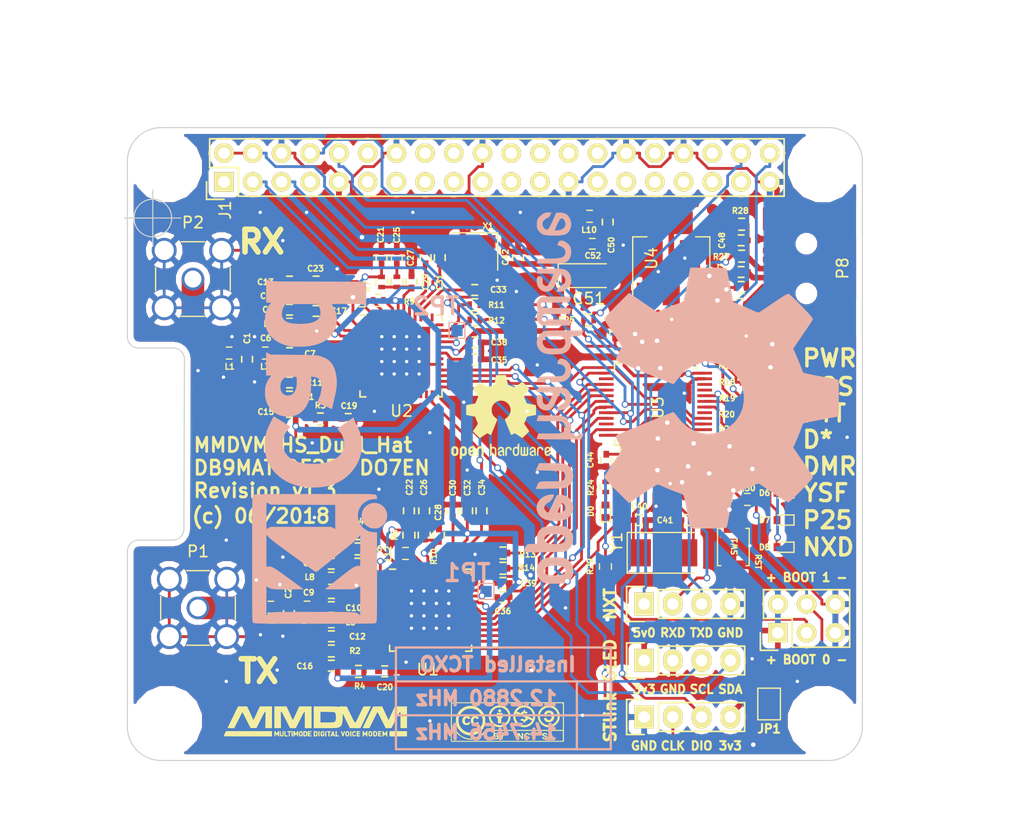
<source format=kicad_pcb>
(kicad_pcb (version 20171130) (host pcbnew "(5.1.6)-1")
  (title_block (title MMDVM_HS_Dual_Hat) (date 2018-06-21) (rev 1.3) (company DB9MAT+DF2ET+DO7EN))
  (layers (0 F.Cu signal) (31 B.Cu signal) (34 B.Paste user) (35 F.Paste user) (36 B.SilkS user) (37 F.SilkS user) (38 B.Mask user) (39 F.Mask user) (44 Edge.Cuts user))
  (net 0 "")
  (net 1 "Net-(J1-Pad38)")
  (net 2 "Net-(C1-Pad1)")
  (net 3 GND)
  (net 4 "Net-(C2-Pad1)")
  (net 5 "Net-(C6-Pad1)")
  (net 6 "Net-(C6-Pad2)")
  (net 7 "Net-(C7-Pad1)")
  (net 8 "Net-(C9-Pad1)")
  (net 9 "Net-(C10-Pad2)")
  (net 10 "Net-(C10-Pad1)")
  (net 11 "Net-(C11-Pad1)")
  (net 12 "Net-(C12-Pad1)")
  (net 13 "Net-(C13-Pad1)")
  (net 14 "Net-(C14-Pad1)")
  (net 15 "Net-(C19-Pad1)")
  (net 16 "Net-(C20-Pad1)")
  (net 17 "Net-(C21-Pad1)")
  (net 18 "Net-(C22-Pad1)")
  (net 19 "Net-(C23-Pad1)")
  (net 20 "Net-(C23-Pad2)")
  (net 21 "Net-(C24-Pad1)")
  (net 22 "Net-(C24-Pad2)")
  (net 23 "Net-(C25-Pad1)")
  (net 24 "Net-(C26-Pad1)")
  (net 25 "Net-(C27-Pad1)")
  (net 26 "Net-(C28-Pad1)")
  (net 27 "Net-(C29-Pad2)")
  (net 28 "Net-(C30-Pad2)")
  (net 29 "Net-(C35-Pad2)")
  (net 30 "Net-(C36-Pad2)")
  (net 31 NRST)
  (net 32 +3V3)
  (net 33 SERVICE)
  (net 34 +5V)
  (net 35 SDA)
  (net 36 SCL)
  (net 37 RXD)
  (net 38 TXD)
  (net 39 "Net-(L1-Pad1)")
  (net 40 "Net-(L2-Pad1)")
  (net 41 DISP_TXD)
  (net 42 DISP_RXD)
  (net 43 SWDIO)
  (net 44 SWCLK)
  (net 45 BOOT0)
  (net 46 "Net-(R2-Pad1)")
  (net 47 "Net-(R3-Pad1)")
  (net 48 "Net-(R4-Pad1)")
  (net 49 DCLK2)
  (net 50 "Net-(R12-Pad2)")
  (net 51 DATA2)
  (net 52 "Net-(R13-Pad2)")
  (net 53 DCLK1)
  (net 54 "Net-(R14-Pad2)")
  (net 55 DATA1)
  (net 56 COS_LED)
  (net 57 PTT_LED)
  (net 58 DMR_LED)
  (net 59 DSTAR_LED)
  (net 60 YSF_LED)
  (net 61 P25_LED)
  (net 62 CE)
  (net 63 SLE2)
  (net 64 SDATA)
  (net 65 SREAD)
  (net 66 SCLK)
  (net 67 SLE1)
  (net 68 "Net-(C40-Pad1)")
  (net 69 D-)
  (net 70 D+)
  (net 71 NXDN_LED)
  (net 72 "Net-(C33-Pad2)")
  (net 73 "Net-(C34-Pad1)")
  (net 74 "Net-(C47-Pad1)")
  (net 75 "Net-(C48-Pad2)")
  (net 76 "Net-(C49-Pad2)")
  (net 77 "Net-(C50-Pad1)")
  (net 78 "Net-(R1-Pad1)")
  (net 79 "Net-(R11-Pad2)")
  (net 80 "Net-(C33-Pad1)")
  (net 81 "Net-(C41-Pad1)")
  (net 82 "Net-(D1-Pad2)")
  (net 83 "Net-(D2-Pad2)")
  (net 84 "Net-(D3-Pad2)")
  (net 85 "Net-(D4-Pad2)")
  (net 86 "Net-(D5-Pad2)")
  (net 87 "Net-(D6-Pad2)")
  (net 88 "Net-(D7-Pad2)")
  (net 89 "Net-(D8-Pad2)")
  (net 90 "Net-(D0-Pad2)")
  (net 91 "Net-(P7-Pad3)")
  (net 92 BOOT1)
  (net 93 "Net-(L11-Pad1)")
  (net 94 "Net-(L11-Pad2)")
  (net 95 "Net-(L12-Pad2)")
  (net 96 "Net-(L12-Pad1)")
  (net 97 "Net-(JP1-Pad1)")
  (net 98 SWD_TP1)
  (net 99 SWD_TP2)
  (module Fiducials:Fiducial_0.5mm_Dia_1mm_Outer (layer F.Cu) (at 92.5 90.5)
    (fp_text reference REF** hide)
    (fp_text value Fiducial_0.5mm_Dia_1mm_Outer hide)
    (pad ~ smd circle (at 0 0) (size 1 1) (layers F.Cu F.Mask) (clearance 0.77))
  )
  (module Fiducials:Fiducial_0.5mm_Dia_1mm_Outer (layer F.Cu) (at 142 90)
    (fp_text reference REF** hide)
    (fp_text value Fiducial_0.5mm_Dia_1mm_Outer hide)
    (pad ~ smd circle (at 0 -0.25) (size 1 1) (layers F.Cu F.Mask) (clearance 0.77))
  )
  (module Fiducials:Fiducial_0.5mm_Dia_1mm_Outer (layer F.Cu) (at 153 130.5)
    (fp_text reference REF** hide)
    (fp_text value Fiducial_0.5mm_Dia_1mm_Outer hide)
    (pad ~ smd circle (at 0 0) (size 1 1) (layers F.Cu F.Mask) (clearance 0.77))
  )
  (module Fiducials:Fiducial_0.5mm_Dia_1mm_Outer (layer F.Cu) (at 92.5 130.5)
    (fp_text reference REF** hide)
    (fp_text value Fiducial_0.5mm_Dia_1mm_Outer hide)
    (pad ~ smd circle (at 0 0) (size 1 1) (layers F.Cu F.Mask) (clearance 0.77))
  )
  (module MMDVM:VIA-0.6mm (layer F.Cu) (at 145.5 129.5)
    (fp_text reference REF** hide)
    (fp_text value VIA-0.6mm hide)
    (pad 1 thru_hole circle (at 0 0) (size 0.6 0.6) (drill 0.3) (layers *.Cu) (net 3 GND))
  )
  (module MMDVM:VIA-0.6mm (layer F.Cu) (at 129 125)
    (fp_text reference REF** hide)
    (fp_text value VIA-0.6mm hide)
    (pad 1 thru_hole circle (at 0 0) (size 0.6 0.6) (drill 0.3) (layers *.Cu) (net 3 GND))
  )
  (module MMDVM:VIA-0.6mm (layer F.Cu) (at 138.25 114)
    (fp_text reference REF** hide)
    (fp_text value VIA-0.6mm hide)
    (pad 1 thru_hole circle (at 0 0) (size 0.6 0.6) (drill 0.3) (layers *.Cu) (net 3 GND))
  )
  (module MMDVM:VIA-0.6mm (layer F.Cu) (at 112.1 107.6)
    (fp_text reference REF** hide)
    (fp_text value VIA-0.6mm hide)
    (pad 1 thru_hole circle (at 0 0) (size 0.6 0.6) (drill 0.3) (layers *.Cu) (net 3 GND))
  )
  (module MMDVM:VIA-0.6mm (layer F.Cu) (at 114.9 129.8)
    (fp_text reference REF** hide)
    (fp_text value VIA-0.6mm hide)
    (pad 1 thru_hole circle (at 0 0) (size 0.6 0.6) (drill 0.3) (layers *.Cu) (net 3 GND))
  )
  (module MMDVM:VIA-0.6mm (layer F.Cu) (at 106.8 117)
    (fp_text reference REF** hide)
    (fp_text value VIA-0.6mm hide)
    (pad 1 thru_hole circle (at 0 0) (size 0.6 0.6) (drill 0.3) (layers *.Cu) (net 3 GND))
  )
  (module MMDVM:VIA-0.6mm (layer F.Cu) (at 120.3 112.8)
    (fp_text reference REF** hide)
    (fp_text value VIA-0.6mm hide)
    (pad 1 thru_hole circle (at 0 0) (size 0.6 0.6) (drill 0.3) (layers *.Cu) (net 3 GND))
  )
  (module MMDVM:VIA-0.6mm (layer F.Cu) (at 106.6 110.4)
    (fp_text reference REF** hide)
    (fp_text value VIA-0.6mm hide)
    (pad 1 thru_hole circle (at 0 0) (size 0.6 0.6) (drill 0.3) (layers *.Cu) (net 3 GND))
  )
  (module MMDVM:VIA-0.6mm (layer F.Cu) (at 120 106.8)
    (fp_text reference REF** hide)
    (fp_text value VIA-0.6mm hide)
    (pad 1 thru_hole circle (at 0 0) (size 0.6 0.6) (drill 0.3) (layers *.Cu) (net 3 GND))
  )
  (module MMDVM:VIA-0.6mm (layer F.Cu) (at 108.8 95)
    (fp_text reference REF** hide)
    (fp_text value VIA-0.6mm hide)
    (pad 1 thru_hole circle (at 0 0) (size 0.6 0.6) (drill 0.3) (layers *.Cu) (net 3 GND))
  )
  (module MMDVM:VIA-0.6mm (layer F.Cu) (at 145.3 119.5)
    (fp_text reference REF** hide)
    (fp_text value VIA-0.6mm hide)
    (pad 1 thru_hole circle (at 0 0) (size 0.6 0.6) (drill 0.3) (layers *.Cu) (net 3 GND))
  )
  (module MMDVM:VIA-0.6mm (layer F.Cu) (at 125.6 107.6)
    (fp_text reference REF** hide)
    (fp_text value VIA-0.6mm hide)
    (pad 1 thru_hole circle (at 0 0) (size 0.6 0.6) (drill 0.3) (layers *.Cu) (net 3 GND))
  )
  (module MMDVM:VIA-0.6mm (layer F.Cu) (at 106.1 90)
    (fp_text reference REF** hide)
    (fp_text value VIA-0.6mm hide)
    (pad 1 thru_hole circle (at 0 0) (size 0.6 0.6) (drill 0.3) (layers *.Cu) (net 3 GND))
  )
  (module Capacitors_SMD:C_0402 (layer F.Cu) (at 109.78 108.28)
    (fp_text reference C19 (at 0.07 -1.16) (layer F.SilkS) (effects (font (size 0.5 0.5) (thickness 0.125))))
    (fp_text value 100n)
    (pad 1 smd rect (at -0.55 0) (size 0.6 0.5) (layers F.Cu F.Paste F.Mask) (net 15 "Net-(C19-Pad1)"))
    (pad 2 smd rect (at 0.55 0) (size 0.6 0.5) (layers F.Cu F.Paste F.Mask) (net 3 GND))
  )
  (module MMDVM:VIA-0.6mm (layer F.Cu) (at 138.39 99.47)
    (fp_text reference REF** hide)
    (fp_text value VIA-0.6mm hide)
    (pad 1 thru_hole circle (at 0 0) (size 0.6 0.6) (drill 0.3) (layers *.Cu) (net 3 GND))
  )
  (module MMDVM:VIA-0.6mm (layer F.Cu) (at 144.98 100.94)
    (fp_text reference REF** hide)
    (fp_text value VIA-0.6mm hide)
    (pad 1 thru_hole circle (at 0 0) (size 0.6 0.6) (drill 0.3) (layers *.Cu) (net 3 GND))
  )
  (module MMDVM:VIA-0.6mm (layer F.Cu) (at 122.95 96)
    (fp_text reference REF** hide)
    (fp_text value VIA-0.6mm hide)
    (pad 1 thru_hole circle (at 0 0) (size 0.6 0.6) (drill 0.3) (layers *.Cu) (net 3 GND))
  )
  (module MMDVM:VIA-0.6mm (layer F.Cu) (at 124.65 97)
    (fp_text reference REF** hide)
    (fp_text value VIA-0.6mm hide)
    (pad 1 thru_hole circle (at 0 0) (size 0.6 0.6) (drill 0.3) (layers *.Cu) (net 3 GND))
  )
  (module MMDVM:VIA-0.6mm (layer F.Cu) (at 134.1 92.9)
    (fp_text reference REF** hide)
    (fp_text value VIA-0.6mm hide)
    (pad 1 thru_hole circle (at 0 0) (size 0.6 0.6) (drill 0.3) (layers *.Cu) (net 3 GND))
  )
  (module MMDVM:VIA-0.6mm (layer F.Cu) (at 139.55 94.05)
    (fp_text reference REF** hide)
    (fp_text value VIA-0.6mm hide)
    (pad 1 thru_hole circle (at 0 0) (size 0.6 0.6) (drill 0.3) (layers *.Cu) (net 3 GND))
  )
  (module MMDVM:VIA-0.6mm (layer F.Cu) (at 137.2 95.25)
    (fp_text reference REF** hide)
    (fp_text value VIA-0.6mm hide)
    (pad 1 thru_hole circle (at 0 0) (size 0.6 0.6) (drill 0.3) (layers *.Cu) (net 3 GND))
  )
  (module Inductors_SMD:L_0402 (layer F.Cu) (at 112.44 97.79)
    (fp_text reference L11 (at -1.39 0.01 90) (layer F.SilkS) (effects (font (size 0.5 0.5) (thickness 0.125))))
    (fp_text value 18n)
    (pad 1 smd rect (at -0.45 0) (size 0.4 0.6) (layers F.Cu F.Paste F.Mask) (net 93 "Net-(L11-Pad1)"))
    (pad 2 smd rect (at 0.45 0) (size 0.4 0.6) (layers F.Cu F.Paste F.Mask) (net 94 "Net-(L11-Pad2)"))
  )
  (module Inductors_SMD:L_0402 (layer F.Cu) (at 114.85 120.18)
    (fp_text reference L12 (at -1.53 0.01 90) (layer F.SilkS) (effects (font (size 0.5 0.5) (thickness 0.125))))
    (fp_text value 18n)
    (pad 1 smd rect (at -0.45 0) (size 0.4 0.6) (layers F.Cu F.Paste F.Mask) (net 96 "Net-(L12-Pad1)"))
    (pad 2 smd rect (at 0.45 0) (size 0.4 0.6) (layers F.Cu F.Paste F.Mask) (net 95 "Net-(L12-Pad2)"))
  )
  (module MMDVM:VIA-0.6mm (layer F.Cu) (at 149.5 131.5)
    (fp_text reference REF** hide)
    (fp_text value VIA-0.6mm hide)
    (pad 1 thru_hole circle (at 0 0) (size 0.6 0.6) (drill 0.3) (layers *.Cu) (net 3 GND))
  )
  (module MMDVM:VIA-0.6mm (layer F.Cu) (at 96.5 104)
    (fp_text reference REF** hide)
    (fp_text value VIA-0.6mm hide)
    (pad 1 thru_hole circle (at 0 0) (size 0.6 0.6) (drill 0.3) (layers *.Cu) (net 3 GND))
  )
  (module MMDVM:VIA-0.6mm (layer F.Cu) (at 107 100.5)
    (fp_text reference REF** hide)
    (fp_text value VIA-0.6mm hide)
    (pad 1 thru_hole circle (at 0 0) (size 0.6 0.6) (drill 0.3) (layers *.Cu) (net 3 GND))
  )
  (module MMDVM:VIA-0.6mm (layer F.Cu) (at 104 127.5)
    (fp_text reference REF** hide)
    (fp_text value VIA-0.6mm hide)
    (pad 1 thru_hole circle (at 0 0) (size 0.6 0.6) (drill 0.3) (layers *.Cu) (net 3 GND))
  )
  (module MMDVM:VIA-0.6mm (layer F.Cu) (at 98.75 104.58)
    (fp_text reference REF** hide)
    (fp_text value VIA-0.6mm hide)
    (pad 1 thru_hole circle (at 0 0) (size 0.6 0.6) (drill 0.3) (layers *.Cu) (net 3 GND))
  )
  (module MMDVM:VIA-0.6mm (layer F.Cu) (at 101.5 105)
    (fp_text reference REF** hide)
    (fp_text value VIA-0.6mm hide)
    (pad 1 thru_hole circle (at 0 0) (size 0.6 0.6) (drill 0.3) (layers *.Cu) (net 3 GND))
  )
  (module MMDVM:VIA-0.6mm (layer F.Cu) (at 99.5 101)
    (fp_text reference REF** hide)
    (fp_text value VIA-0.6mm hide)
    (pad 1 thru_hole circle (at 0 0) (size 0.6 0.6) (drill 0.3) (layers *.Cu) (net 3 GND))
  )
  (module MMDVM:VIA-0.6mm (layer F.Cu) (at 121 120.26)
    (fp_text reference REF** hide)
    (fp_text value VIA-0.6mm hide)
    (pad 1 thru_hole circle (at 0 0) (size 0.6 0.6) (drill 0.3) (layers *.Cu) (net 3 GND))
  )
  (module MMDVM:VIA-0.6mm (layer F.Cu) (at 153.9 109.9)
    (fp_text reference REF** hide)
    (fp_text value VIA-0.6mm hide)
    (pad 1 thru_hole circle (at 0 0) (size 0.6 0.6) (drill 0.3) (layers *.Cu) (net 3 GND))
  )
  (module MMDVM:VIA-0.6mm (layer F.Cu) (at 117 135)
    (fp_text reference REF** hide)
    (fp_text value VIA-0.6mm hide)
    (pad 1 thru_hole circle (at 0 0) (size 0.6 0.6) (drill 0.3) (layers *.Cu) (net 3 GND))
  )
  (module MMDVM:VIA-0.6mm (layer F.Cu) (at 99 131.5)
    (fp_text reference REF** hide)
    (fp_text value VIA-0.6mm hide)
    (pad 1 thru_hole circle (at 0 0) (size 0.6 0.6) (drill 0.3) (layers *.Cu) (net 3 GND))
  )
  (module MMDVM:VIA-0.6mm (layer F.Cu) (at 99 119)
    (fp_text reference REF** hide)
    (fp_text value VIA-0.6mm hide)
    (pad 1 thru_hole circle (at 0 0) (size 0.6 0.6) (drill 0.3) (layers *.Cu) (net 3 GND))
  )
  (module MMDVM:VIA-0.6mm (layer F.Cu) (at 104 120.5)
    (fp_text reference REF** hide)
    (fp_text value VIA-0.6mm hide)
    (pad 1 thru_hole circle (at 0 0) (size 0.6 0.6) (drill 0.3) (layers *.Cu) (net 3 GND))
  )
  (module MMDVM:VIA-0.6mm (layer F.Cu) (at 104 92.5)
    (fp_text reference REF** hide)
    (fp_text value VIA-0.6mm hide)
    (pad 1 thru_hole circle (at 0 0) (size 0.6 0.6) (drill 0.3) (layers *.Cu) (net 3 GND))
  )
  (module MMDVM:VIA-0.6mm (layer F.Cu) (at 101.5 101)
    (fp_text reference REF** hide)
    (fp_text value VIA-0.6mm hide)
    (pad 1 thru_hole circle (at 0 0) (size 0.6 0.6) (drill 0.3) (layers *.Cu) (net 3 GND))
  )
  (module MMDVM:VIA-0.6mm (layer F.Cu) (at 130.5 134.5)
    (fp_text reference REF** hide)
    (fp_text value VIA-0.6mm hide)
    (pad 1 thru_hole circle (at 0 0) (size 0.6 0.6) (drill 0.3) (layers *.Cu) (net 3 GND))
  )
  (module MMDVM:VIA-0.6mm (layer F.Cu) (at 137 116)
    (fp_text reference REF** hide)
    (fp_text value VIA-0.6mm hide)
    (pad 1 thru_hole circle (at 0 0) (size 0.6 0.6) (drill 0.3) (layers *.Cu) (net 3 GND))
  )
  (module MMDVM:VIA-0.6mm (layer F.Cu) (at 139.5 106)
    (fp_text reference REF** hide)
    (fp_text value VIA-0.6mm hide)
    (pad 1 thru_hole circle (at 0 0) (size 0.6 0.6) (drill 0.3) (layers *.Cu) (net 3 GND))
  )
  (module MMDVM:VIA-0.6mm (layer F.Cu) (at 125 90)
    (fp_text reference REF** hide)
    (fp_text value VIA-0.6mm hide)
    (pad 1 thru_hole circle (at 0 0) (size 0.6 0.6) (drill 0.3) (layers *.Cu) (net 3 GND))
  )
  (module MMDVM:VIA-0.6mm (layer F.Cu) (at 102 90)
    (fp_text reference REF** hide)
    (fp_text value VIA-0.6mm hide)
    (pad 1 thru_hole circle (at 0 0) (size 0.6 0.6) (drill 0.3) (layers *.Cu) (net 3 GND))
  )
  (module MMDVM:VIA-0.6mm (layer F.Cu) (at 115.5 90)
    (fp_text reference REF** hide)
    (fp_text value VIA-0.6mm hide)
    (pad 1 thru_hole circle (at 0 0) (size 0.6 0.6) (drill 0.3) (layers *.Cu) (net 3 GND))
  )
  (module MMDVM:VIA-0.6mm (layer F.Cu) (at 126.5 113)
    (fp_text reference REF** hide)
    (fp_text value VIA-0.6mm hide)
    (pad 1 thru_hole circle (at 0 0) (size 0.6 0.6) (drill 0.3) (layers *.Cu) (net 3 GND))
  )
  (module MMDVM:VIA-0.6mm (layer F.Cu) (at 126.5 103.5)
    (fp_text reference REF** hide)
    (fp_text value VIA-0.6mm hide)
    (pad 1 thru_hole circle (at 0 0) (size 0.6 0.6) (drill 0.3) (layers *.Cu) (net 3 GND))
  )
  (module MMDVM:VIA-0.6mm (layer F.Cu) (at 117 109.5)
    (fp_text reference REF** hide)
    (fp_text value VIA-0.6mm hide)
    (pad 1 thru_hole circle (at 0 0) (size 0.6 0.6) (drill 0.3) (layers *.Cu) (net 3 GND))
  )
  (module MMDVM:VIA-0.6mm (layer F.Cu) (at 126 130.5)
    (fp_text reference REF** hide)
    (fp_text value VIA-0.6mm hide)
    (pad 1 thru_hole circle (at 0 0) (size 0.6 0.6) (drill 0.3) (layers *.Cu) (net 3 GND))
  )
  (module MMDVM:VIA-0.6mm (layer F.Cu) (at 103.5 130.5)
    (fp_text reference REF** hide)
    (fp_text value VIA-0.6mm hide)
    (pad 1 thru_hole circle (at 0 0) (size 0.6 0.6) (drill 0.3) (layers *.Cu) (net 3 GND))
  )
  (module MMDVM:VIA-0.6mm (layer F.Cu) (at 102.02 127.37)
    (fp_text reference REF** hide)
    (fp_text value VIA-0.6mm hide)
    (pad 1 thru_hole circle (at 0 0) (size 0.6 0.6) (drill 0.3) (layers *.Cu) (net 3 GND))
  )
  (module MMDVM:VIA-0.6mm (layer F.Cu) (at 103.74 122.93)
    (fp_text reference REF** hide)
    (fp_text value VIA-0.6mm hide)
    (pad 1 thru_hole circle (at 0 0) (size 0.6 0.6) (drill 0.3) (layers *.Cu) (net 3 GND))
  )
  (module MMDVM:VIA-0.6mm (layer F.Cu) (at 101.65 122.53)
    (fp_text reference REF** hide)
    (fp_text value VIA-0.6mm hide)
    (pad 1 thru_hole circle (at 0 0) (size 0.6 0.6) (drill 0.3) (layers *.Cu) (net 3 GND))
  )
  (module MMDVM:VIA-0.6mm (layer F.Cu) (at 112.5 114.5)
    (fp_text reference REF** hide)
    (fp_text value VIA-0.6mm hide)
    (pad 1 thru_hole circle (at 0 0) (size 0.6 0.6) (drill 0.3) (layers *.Cu) (net 3 GND))
  )
  (module MMDVM:VIA-0.6mm (layer F.Cu) (at 110.5 123)
    (fp_text reference REF** hide)
    (fp_text value VIA-0.6mm hide)
    (pad 1 thru_hole circle (at 0 0) (size 0.6 0.6) (drill 0.3) (layers *.Cu) (net 3 GND))
  )
  (module MMDVM:VIA-0.6mm (layer F.Cu) (at 118.675 126.8)
    (fp_text reference REF** hide)
    (fp_text value VIA-0.6mm hide)
    (pad 1 thru_hole circle (at 0 0) (size 0.6 0.6) (drill 0.3) (layers *.Cu) (net 3 GND))
  )
  (module MMDVM:VIA-0.6mm (layer F.Cu) (at 117.575 126.8)
    (fp_text reference REF** hide)
    (fp_text value VIA-0.6mm hide)
    (pad 1 thru_hole circle (at 0 0) (size 0.6 0.6) (drill 0.3) (layers *.Cu) (net 3 GND))
  )
  (module MMDVM:VIA-0.6mm (layer F.Cu) (at 116.475 126.8)
    (fp_text reference REF** hide)
    (fp_text value VIA-0.6mm hide)
    (pad 1 thru_hole circle (at 0 0) (size 0.6 0.6) (drill 0.3) (layers *.Cu) (net 3 GND))
  )
  (module MMDVM:VIA-0.6mm (layer F.Cu) (at 115.375 126.8)
    (fp_text reference REF** hide)
    (fp_text value VIA-0.6mm hide)
    (pad 1 thru_hole circle (at 0 0) (size 0.6 0.6) (drill 0.3) (layers *.Cu) (net 3 GND))
  )
  (module MMDVM:VIA-0.6mm (layer F.Cu) (at 118.675 125.7)
    (fp_text reference REF** hide)
    (fp_text value VIA-0.6mm hide)
    (pad 1 thru_hole circle (at 0 0) (size 0.6 0.6) (drill 0.3) (layers *.Cu) (net 3 GND))
  )
  (module MMDVM:VIA-0.6mm (layer F.Cu) (at 117.575 125.7)
    (fp_text reference REF** hide)
    (fp_text value VIA-0.6mm hide)
    (pad 1 thru_hole circle (at 0 0) (size 0.6 0.6) (drill 0.3) (layers *.Cu) (net 3 GND))
  )
  (module MMDVM:VIA-0.6mm (layer F.Cu) (at 116.475 125.7)
    (fp_text reference REF** hide)
    (fp_text value VIA-0.6mm hide)
    (pad 1 thru_hole circle (at 0 0) (size 0.6 0.6) (drill 0.3) (layers *.Cu) (net 3 GND))
  )
  (module MMDVM:VIA-0.6mm (layer F.Cu) (at 115.375 125.7)
    (fp_text reference REF** hide)
    (fp_text value VIA-0.6mm hide)
    (pad 1 thru_hole circle (at 0 0) (size 0.6 0.6) (drill 0.3) (layers *.Cu) (net 3 GND))
  )
  (module MMDVM:VIA-0.6mm (layer F.Cu) (at 118.675 124.6)
    (fp_text reference REF** hide)
    (fp_text value VIA-0.6mm hide)
    (pad 1 thru_hole circle (at 0 0) (size 0.6 0.6) (drill 0.3) (layers *.Cu) (net 3 GND))
  )
  (module MMDVM:VIA-0.6mm (layer F.Cu) (at 117.575 124.6)
    (fp_text reference REF** hide)
    (fp_text value VIA-0.6mm hide)
    (pad 1 thru_hole circle (at 0 0) (size 0.6 0.6) (drill 0.3) (layers *.Cu) (net 3 GND))
  )
  (module MMDVM:VIA-0.6mm (layer F.Cu) (at 116.475 124.6)
    (fp_text reference REF** hide)
    (fp_text value VIA-0.6mm hide)
    (pad 1 thru_hole circle (at 0 0) (size 0.6 0.6) (drill 0.3) (layers *.Cu) (net 3 GND))
  )
  (module MMDVM:VIA-0.6mm (layer F.Cu) (at 115.375 124.6)
    (fp_text reference REF** hide)
    (fp_text value VIA-0.6mm hide)
    (pad 1 thru_hole circle (at 0 0) (size 0.6 0.6) (drill 0.3) (layers *.Cu) (net 3 GND))
  )
  (module MMDVM:VIA-0.6mm (layer F.Cu) (at 118.675 123.5)
    (fp_text reference REF** hide)
    (fp_text value VIA-0.6mm hide)
    (pad 1 thru_hole circle (at 0 0) (size 0.6 0.6) (drill 0.3) (layers *.Cu) (net 3 GND))
  )
  (module MMDVM:VIA-0.6mm (layer F.Cu) (at 117.575 123.5)
    (fp_text reference REF** hide)
    (fp_text value VIA-0.6mm hide)
    (pad 1 thru_hole circle (at 0 0) (size 0.6 0.6) (drill 0.3) (layers *.Cu) (net 3 GND))
  )
  (module MMDVM:VIA-0.6mm (layer F.Cu) (at 116.475 123.5)
    (fp_text reference REF** hide)
    (fp_text value VIA-0.6mm hide)
    (pad 1 thru_hole circle (at 0 0) (size 0.6 0.6) (drill 0.3) (layers *.Cu) (net 3 GND))
  )
  (module Housings_DFN_QFN:QFN-48-1EP_7x7mm_Pitch0.5mm (layer F.Cu) (at 117.07 125.2)
    (fp_text reference U1 (at -0.25 5.25) (layer F.SilkS))
    (fp_text value ADF7021)
    (pad 1 smd rect (at -3.4 -2.75) (size 0.7 0.25) (layers F.Cu F.Paste F.Mask) (net 18 "Net-(C22-Pad1)"))
    (pad 2 smd rect (at -3.4 -2.25) (size 0.7 0.25) (layers F.Cu F.Paste F.Mask) (net 22 "Net-(C24-Pad2)"))
    (pad 3 smd rect (at -3.4 -1.75) (size 0.7 0.25) (layers F.Cu F.Paste F.Mask) (net 32 +3V3))
    (pad 4 smd rect (at -3.4 -1.25) (size 0.7 0.25) (layers F.Cu F.Paste F.Mask) (net 8 "Net-(C9-Pad1)"))
    (pad 5 smd rect (at -3.4 -0.75) (size 0.7 0.25) (layers F.Cu F.Paste F.Mask) (net 3 GND))
    (pad 6 smd rect (at -3.4 -0.25) (size 0.7 0.25) (layers F.Cu F.Paste F.Mask) (net 10 "Net-(C10-Pad1)"))
    (pad 7 smd rect (at -3.4 0.25) (size 0.7 0.25) (layers F.Cu F.Paste F.Mask) (net 12 "Net-(C12-Pad1)"))
    (pad 8 smd rect (at -3.4 0.75) (size 0.7 0.25) (layers F.Cu F.Paste F.Mask) (net 46 "Net-(R2-Pad1)"))
    (pad 9 smd rect (at -3.4 1.25) (size 0.7 0.25) (layers F.Cu F.Paste F.Mask) (net 32 +3V3))
    (pad 10 smd rect (at -3.4 1.75) (size 0.7 0.25) (layers F.Cu F.Paste F.Mask) (net 48 "Net-(R4-Pad1)"))
    (pad 11 smd rect (at -3.4 2.25) (size 0.7 0.25) (layers F.Cu F.Paste F.Mask) (net 16 "Net-(C20-Pad1)"))
    (pad 12 smd rect (at -3.4 2.75) (size 0.7 0.25) (layers F.Cu F.Paste F.Mask) (net 3 GND))
    (pad 13 smd rect (at -2.75 3.4 90) (size 0.7 0.25) (layers F.Cu F.Paste F.Mask))
    (pad 14 smd rect (at -2.25 3.4 90) (size 0.7 0.25) (layers F.Cu F.Paste F.Mask))
    (pad 15 smd rect (at -1.75 3.4 90) (size 0.7 0.25) (layers F.Cu F.Paste F.Mask))
    (pad 16 smd rect (at -1.25 3.4 90) (size 0.7 0.25) (layers F.Cu F.Paste F.Mask))
    (pad 17 smd rect (at -0.75 3.4 90) (size 0.7 0.25) (layers F.Cu F.Paste F.Mask))
    (pad 18 smd rect (at -0.25 3.4 90) (size 0.7 0.25) (layers F.Cu F.Paste F.Mask))
    (pad 19 smd rect (at 0.25 3.4 90) (size 0.7 0.25) (layers F.Cu F.Paste F.Mask) (net 3 GND))
    (pad 20 smd rect (at 0.75 3.4 90) (size 0.7 0.25) (layers F.Cu F.Paste F.Mask))
    (pad 21 smd rect (at 1.25 3.4 90) (size 0.7 0.25) (layers F.Cu F.Paste F.Mask))
    (pad 22 smd rect (at 1.75 3.4 90) (size 0.7 0.25) (layers F.Cu F.Paste F.Mask) (net 3 GND))
    (pad 23 smd rect (at 2.25 3.4 90) (size 0.7 0.25) (layers F.Cu F.Paste F.Mask))
    (pad 24 smd rect (at 2.75 3.4 90) (size 0.7 0.25) (layers F.Cu F.Paste F.Mask) (net 62 CE))
    (pad 25 smd rect (at 3.4 2.75) (size 0.7 0.25) (layers F.Cu F.Paste F.Mask) (net 67 SLE1))
    (pad 26 smd rect (at 3.4 2.25) (size 0.7 0.25) (layers F.Cu F.Paste F.Mask) (net 64 SDATA))
    (pad 27 smd rect (at 3.4 1.75) (size 0.7 0.25) (layers F.Cu F.Paste F.Mask) (net 65 SREAD))
    (pad 28 smd rect (at 3.4 1.25) (size 0.7 0.25) (layers F.Cu F.Paste F.Mask) (net 66 SCLK))
    (pad 29 smd rect (at 3.4 0.75) (size 0.7 0.25) (layers F.Cu F.Paste F.Mask) (net 3 GND))
    (pad 30 smd rect (at 3.4 0.25) (size 0.7 0.25) (layers F.Cu F.Paste F.Mask))
    (pad 31 smd rect (at 3.4 -0.25) (size 0.7 0.25) (layers F.Cu F.Paste F.Mask) (net 30 "Net-(C36-Pad2)"))
    (pad 32 smd rect (at 3.4 -0.75) (size 0.7 0.25) (layers F.Cu F.Paste F.Mask) (net 32 +3V3))
    (pad 33 smd rect (at 3.4 -1.25) (size 0.7 0.25) (layers F.Cu F.Paste F.Mask) (net 98 SWD_TP1))
    (pad 34 smd rect (at 3.4 -1.75) (size 0.7 0.25) (layers F.Cu F.Paste F.Mask) (net 54 "Net-(R14-Pad2)"))
    (pad 35 smd rect (at 3.4 -2.25) (size 0.7 0.25) (layers F.Cu F.Paste F.Mask) (net 52 "Net-(R13-Pad2)"))
    (pad 36 smd rect (at 3.4 -2.75) (size 0.7 0.25) (layers F.Cu F.Paste F.Mask))
    (pad 37 smd rect (at 2.75 -3.4 90) (size 0.7 0.25) (layers F.Cu F.Paste F.Mask))
    (pad 38 smd rect (at 2.25 -3.4 90) (size 0.7 0.25) (layers F.Cu F.Paste F.Mask))
    (pad 39 smd rect (at 1.75 -3.4 90) (size 0.7 0.25) (layers F.Cu F.Paste F.Mask) (net 73 "Net-(C34-Pad1)"))
    (pad 40 smd rect (at 1.25 -3.4 90) (size 0.7 0.25) (layers F.Cu F.Paste F.Mask) (net 32 +3V3))
    (pad 41 smd rect (at 0.75 -3.4 90) (size 0.7 0.25) (layers F.Cu F.Paste F.Mask) (net 28 "Net-(C30-Pad2)"))
    (pad 42 smd rect (at 0.25 -3.4 90) (size 0.7 0.25) (layers F.Cu F.Paste F.Mask) (net 26 "Net-(C28-Pad1)"))
    (pad 43 smd rect (at -0.25 -3.4 90) (size 0.7 0.25) (layers F.Cu F.Paste F.Mask) (net 32 +3V3))
    (pad 44 smd rect (at -0.75 -3.4 90) (size 0.7 0.25) (layers F.Cu F.Paste F.Mask) (net 95 "Net-(L12-Pad2)"))
    (pad 45 smd rect (at -1.25 -3.4 90) (size 0.7 0.25) (layers F.Cu F.Paste F.Mask) (net 3 GND))
    (pad 46 smd rect (at -1.75 -3.4 90) (size 0.7 0.25) (layers F.Cu F.Paste F.Mask) (net 96 "Net-(L12-Pad1)"))
    (pad 47 smd rect (at -2.25 -3.4 90) (size 0.7 0.25) (layers F.Cu F.Paste F.Mask) (net 3 GND))
    (pad 48 smd rect (at -2.75 -3.4 90) (size 0.7 0.25) (layers F.Cu F.Paste F.Mask) (net 21 "Net-(C24-Pad1)"))
    (pad 49 smd rect (at 1.93125 1.93125) (size 1.2875 1.2875) (layers F.Cu F.Paste F.Mask) (net 3 GND))
    (pad 49 smd rect (at 1.93125 0.64375) (size 1.2875 1.2875) (layers F.Cu F.Paste F.Mask) (net 3 GND))
    (pad 49 smd rect (at 1.93125 -0.64375) (size 1.2875 1.2875) (layers F.Cu F.Paste F.Mask) (net 3 GND))
    (pad 49 smd rect (at 1.93125 -1.93125) (size 1.2875 1.2875) (layers F.Cu F.Paste F.Mask) (net 3 GND))
    (pad 49 smd rect (at 0.64375 1.93125) (size 1.2875 1.2875) (layers F.Cu F.Paste F.Mask) (net 3 GND))
    (pad 49 smd rect (at 0.64375 0.64375) (size 1.2875 1.2875) (layers F.Cu F.Paste F.Mask) (net 3 GND))
    (pad 49 smd rect (at 0.64375 -0.64375) (size 1.2875 1.2875) (layers F.Cu F.Paste F.Mask) (net 3 GND))
    (pad 49 smd rect (at 0.64375 -1.93125) (size 1.2875 1.2875) (layers F.Cu F.Paste F.Mask) (net 3 GND))
    (pad 49 smd rect (at -0.64375 1.93125) (size 1.2875 1.2875) (layers F.Cu F.Paste F.Mask) (net 3 GND))
    (pad 49 smd rect (at -0.64375 0.64375) (size 1.2875 1.2875) (layers F.Cu F.Paste F.Mask) (net 3 GND))
    (pad 49 smd rect (at -0.64375 -0.64375) (size 1.2875 1.2875) (layers F.Cu F.Paste F.Mask) (net 3 GND))
    (pad 49 smd rect (at -0.64375 -1.93125) (size 1.2875 1.2875) (layers F.Cu F.Paste F.Mask) (net 3 GND))
    (pad 49 smd rect (at -1.93125 1.93125) (size 1.2875 1.2875) (layers F.Cu F.Paste F.Mask) (net 3 GND))
    (pad 49 smd rect (at -1.93125 0.64375) (size 1.2875 1.2875) (layers F.Cu F.Paste F.Mask) (net 3 GND))
    (pad 49 smd rect (at -1.93125 -0.64375) (size 1.2875 1.2875) (layers F.Cu F.Paste F.Mask) (net 3 GND))
    (pad 49 smd rect (at -1.93125 -1.93125) (size 1.2875 1.2875) (layers F.Cu F.Paste F.Mask) (net 3 GND))
  )
  (module MMDVM:VIA-0.6mm (layer F.Cu) (at 116.05 104.3)
    (fp_text reference REF** hide)
    (fp_text value VIA-0.6mm hide)
    (pad 1 thru_hole circle (at 0 0) (size 0.6 0.6) (drill 0.3) (layers *.Cu) (net 3 GND))
  )
  (module MMDVM:VIA-0.6mm (layer F.Cu) (at 114.95 104.3)
    (fp_text reference REF** hide)
    (fp_text value VIA-0.6mm hide)
    (pad 1 thru_hole circle (at 0 0) (size 0.6 0.6) (drill 0.3) (layers *.Cu) (net 3 GND))
  )
  (module MMDVM:VIA-0.6mm (layer F.Cu) (at 113.85 104.3)
    (fp_text reference REF** hide)
    (fp_text value VIA-0.6mm hide)
    (pad 1 thru_hole circle (at 0 0) (size 0.6 0.6) (drill 0.3) (layers *.Cu) (net 3 GND))
  )
  (module MMDVM:VIA-0.6mm (layer F.Cu) (at 112.75 104.3)
    (fp_text reference REF** hide)
    (fp_text value VIA-0.6mm hide)
    (pad 1 thru_hole circle (at 0 0) (size 0.6 0.6) (drill 0.3) (layers *.Cu) (net 3 GND))
  )
  (module MMDVM:VIA-0.6mm (layer F.Cu) (at 116.05 103.2)
    (fp_text reference REF** hide)
    (fp_text value VIA-0.6mm hide)
    (pad 1 thru_hole circle (at 0 0) (size 0.6 0.6) (drill 0.3) (layers *.Cu) (net 3 GND))
  )
  (module MMDVM:VIA-0.6mm (layer F.Cu) (at 114.95 103.2)
    (fp_text reference REF** hide)
    (fp_text value VIA-0.6mm hide)
    (pad 1 thru_hole circle (at 0 0) (size 0.6 0.6) (drill 0.3) (layers *.Cu) (net 3 GND))
  )
  (module MMDVM:VIA-0.6mm (layer F.Cu) (at 113.85 103.2)
    (fp_text reference REF** hide)
    (fp_text value VIA-0.6mm hide)
    (pad 1 thru_hole circle (at 0 0) (size 0.6 0.6) (drill 0.3) (layers *.Cu) (net 3 GND))
  )
  (module MMDVM:VIA-0.6mm (layer F.Cu) (at 112.75 103.2)
    (fp_text reference REF** hide)
    (fp_text value VIA-0.6mm hide)
    (pad 1 thru_hole circle (at 0 0) (size 0.6 0.6) (drill 0.3) (layers *.Cu) (net 3 GND))
  )
  (module MMDVM:VIA-0.6mm (layer F.Cu) (at 116.05 102.1)
    (fp_text reference REF** hide)
    (fp_text value VIA-0.6mm hide)
    (pad 1 thru_hole circle (at 0 0) (size 0.6 0.6) (drill 0.3) (layers *.Cu) (net 3 GND))
  )
  (module MMDVM:VIA-0.6mm (layer F.Cu) (at 114.95 102.1)
    (fp_text reference REF** hide)
    (fp_text value VIA-0.6mm hide)
    (pad 1 thru_hole circle (at 0 0) (size 0.6 0.6) (drill 0.3) (layers *.Cu) (net 3 GND))
  )
  (module MMDVM:VIA-0.6mm (layer F.Cu) (at 113.85 102.1)
    (fp_text reference REF** hide)
    (fp_text value VIA-0.6mm hide)
    (pad 1 thru_hole circle (at 0 0) (size 0.6 0.6) (drill 0.3) (layers *.Cu) (net 3 GND))
  )
  (module MMDVM:VIA-0.6mm (layer F.Cu) (at 112.75 102.1)
    (fp_text reference REF** hide)
    (fp_text value VIA-0.6mm hide)
    (pad 1 thru_hole circle (at 0 0) (size 0.6 0.6) (drill 0.3) (layers *.Cu) (net 3 GND))
  )
  (module MMDVM:VIA-0.6mm (layer F.Cu) (at 116.05 101)
    (fp_text reference REF** hide)
    (fp_text value VIA-0.6mm hide)
    (pad 1 thru_hole circle (at 0 0) (size 0.6 0.6) (drill 0.3) (layers *.Cu) (net 3 GND))
  )
  (module MMDVM:VIA-0.6mm (layer F.Cu) (at 114.95 101)
    (fp_text reference REF** hide)
    (fp_text value VIA-0.6mm hide)
    (pad 1 thru_hole circle (at 0 0) (size 0.6 0.6) (drill 0.3) (layers *.Cu) (net 3 GND))
  )
  (module MMDVM:VIA-0.6mm (layer F.Cu) (at 113.85 101)
    (fp_text reference REF** hide)
    (fp_text value VIA-0.6mm hide)
    (pad 1 thru_hole circle (at 0 0) (size 0.6 0.6) (drill 0.3) (layers *.Cu) (net 3 GND))
  )
  (module Housings_DFN_QFN:QFN-48-1EP_7x7mm_Pitch0.5mm (layer F.Cu) (at 114.45 102.7)
    (fp_text reference U2 (at 0.05 4.87) (layer F.SilkS))
    (fp_text value ADF7021)
    (pad 1 smd rect (at -3.4 -2.75) (size 0.7 0.25) (layers F.Cu F.Paste F.Mask) (net 17 "Net-(C21-Pad1)"))
    (pad 2 smd rect (at -3.4 -2.25) (size 0.7 0.25) (layers F.Cu F.Paste F.Mask) (net 20 "Net-(C23-Pad2)"))
    (pad 3 smd rect (at -3.4 -1.75) (size 0.7 0.25) (layers F.Cu F.Paste F.Mask) (net 32 +3V3))
    (pad 4 smd rect (at -3.4 -1.25) (size 0.7 0.25) (layers F.Cu F.Paste F.Mask) (net 5 "Net-(C6-Pad1)"))
    (pad 5 smd rect (at -3.4 -0.75) (size 0.7 0.25) (layers F.Cu F.Paste F.Mask) (net 3 GND))
    (pad 6 smd rect (at -3.4 -0.25) (size 0.7 0.25) (layers F.Cu F.Paste F.Mask) (net 7 "Net-(C7-Pad1)"))
    (pad 7 smd rect (at -3.4 0.25) (size 0.7 0.25) (layers F.Cu F.Paste F.Mask) (net 11 "Net-(C11-Pad1)"))
    (pad 8 smd rect (at -3.4 0.75) (size 0.7 0.25) (layers F.Cu F.Paste F.Mask) (net 78 "Net-(R1-Pad1)"))
    (pad 9 smd rect (at -3.4 1.25) (size 0.7 0.25) (layers F.Cu F.Paste F.Mask) (net 32 +3V3))
    (pad 10 smd rect (at -3.4 1.75) (size 0.7 0.25) (layers F.Cu F.Paste F.Mask) (net 47 "Net-(R3-Pad1)"))
    (pad 11 smd rect (at -3.4 2.25) (size 0.7 0.25) (layers F.Cu F.Paste F.Mask) (net 15 "Net-(C19-Pad1)"))
    (pad 12 smd rect (at -3.4 2.75) (size 0.7 0.25) (layers F.Cu F.Paste F.Mask) (net 3 GND))
    (pad 13 smd rect (at -2.75 3.4 90) (size 0.7 0.25) (layers F.Cu F.Paste F.Mask))
    (pad 14 smd rect (at -2.25 3.4 90) (size 0.7 0.25) (layers F.Cu F.Paste F.Mask))
    (pad 15 smd rect (at -1.75 3.4 90) (size 0.7 0.25) (layers F.Cu F.Paste F.Mask))
    (pad 16 smd rect (at -1.25 3.4 90) (size 0.7 0.25) (layers F.Cu F.Paste F.Mask))
    (pad 17 smd rect (at -0.75 3.4 90) (size 0.7 0.25) (layers F.Cu F.Paste F.Mask))
    (pad 18 smd rect (at -0.25 3.4 90) (size 0.7 0.25) (layers F.Cu F.Paste F.Mask))
    (pad 19 smd rect (at 0.25 3.4 90) (size 0.7 0.25) (layers F.Cu F.Paste F.Mask) (net 3 GND))
    (pad 20 smd rect (at 0.75 3.4 90) (size 0.7 0.25) (layers F.Cu F.Paste F.Mask))
    (pad 21 smd rect (at 1.25 3.4 90) (size 0.7 0.25) (layers F.Cu F.Paste F.Mask))
    (pad 22 smd rect (at 1.75 3.4 90) (size 0.7 0.25) (layers F.Cu F.Paste F.Mask) (net 3 GND))
    (pad 23 smd rect (at 2.25 3.4 90) (size 0.7 0.25) (layers F.Cu F.Paste F.Mask))
    (pad 24 smd rect (at 2.75 3.4 90) (size 0.7 0.25) (layers F.Cu F.Paste F.Mask) (net 62 CE))
    (pad 25 smd rect (at 3.4 2.75) (size 0.7 0.25) (layers F.Cu F.Paste F.Mask) (net 63 SLE2))
    (pad 26 smd rect (at 3.4 2.25) (size 0.7 0.25) (layers F.Cu F.Paste F.Mask) (net 64 SDATA))
    (pad 27 smd rect (at 3.4 1.75) (size 0.7 0.25) (layers F.Cu F.Paste F.Mask) (net 65 SREAD))
    (pad 28 smd rect (at 3.4 1.25) (size 0.7 0.25) (layers F.Cu F.Paste F.Mask) (net 66 SCLK))
    (pad 29 smd rect (at 3.4 0.75) (size 0.7 0.25) (layers F.Cu F.Paste F.Mask) (net 3 GND))
    (pad 30 smd rect (at 3.4 0.25) (size 0.7 0.25) (layers F.Cu F.Paste F.Mask))
    (pad 31 smd rect (at 3.4 -0.25) (size 0.7 0.25) (layers F.Cu F.Paste F.Mask) (net 29 "Net-(C35-Pad2)"))
    (pad 32 smd rect (at 3.4 -0.75) (size 0.7 0.25) (layers F.Cu F.Paste F.Mask) (net 32 +3V3))
    (pad 33 smd rect (at 3.4 -1.25) (size 0.7 0.25) (layers F.Cu F.Paste F.Mask) (net 99 SWD_TP2))
    (pad 34 smd rect (at 3.4 -1.75) (size 0.7 0.25) (layers F.Cu F.Paste F.Mask) (net 50 "Net-(R12-Pad2)"))
    (pad 35 smd rect (at 3.4 -2.25) (size 0.7 0.25) (layers F.Cu F.Paste F.Mask) (net 79 "Net-(R11-Pad2)"))
    (pad 36 smd rect (at 3.4 -2.75) (size 0.7 0.25) (layers F.Cu F.Paste F.Mask))
    (pad 37 smd rect (at 2.75 -3.4 90) (size 0.7 0.25) (layers F.Cu F.Paste F.Mask))
    (pad 38 smd rect (at 2.25 -3.4 90) (size 0.7 0.25) (layers F.Cu F.Paste F.Mask))
    (pad 39 smd rect (at 1.75 -3.4 90) (size 0.7 0.25) (layers F.Cu F.Paste F.Mask) (net 72 "Net-(C33-Pad2)"))
    (pad 40 smd rect (at 1.25 -3.4 90) (size 0.7 0.25) (layers F.Cu F.Paste F.Mask) (net 32 +3V3))
    (pad 41 smd rect (at 0.75 -3.4 90) (size 0.7 0.25) (layers F.Cu F.Paste F.Mask) (net 27 "Net-(C29-Pad2)"))
    (pad 42 smd rect (at 0.25 -3.4 90) (size 0.7 0.25) (layers F.Cu F.Paste F.Mask) (net 25 "Net-(C27-Pad1)"))
    (pad 43 smd rect (at -0.25 -3.4 90) (size 0.7 0.25) (layers F.Cu F.Paste F.Mask) (net 32 +3V3))
    (pad 44 smd rect (at -0.75 -3.4 90) (size 0.7 0.25) (layers F.Cu F.Paste F.Mask) (net 94 "Net-(L11-Pad2)"))
    (pad 45 smd rect (at -1.25 -3.4 90) (size 0.7 0.25) (layers F.Cu F.Paste F.Mask) (net 3 GND))
    (pad 46 smd rect (at -1.75 -3.4 90) (size 0.7 0.25) (layers F.Cu F.Paste F.Mask) (net 93 "Net-(L11-Pad1)"))
    (pad 47 smd rect (at -2.25 -3.4 90) (size 0.7 0.25) (layers F.Cu F.Paste F.Mask) (net 3 GND))
    (pad 48 smd rect (at -2.75 -3.4 90) (size 0.7 0.25) (layers F.Cu F.Paste F.Mask) (net 19 "Net-(C23-Pad1)"))
    (pad 49 smd rect (at 1.93125 1.93125) (size 1.2875 1.2875) (layers F.Cu F.Paste F.Mask) (net 3 GND))
    (pad 49 smd rect (at 1.93125 0.64375) (size 1.2875 1.2875) (layers F.Cu F.Paste F.Mask) (net 3 GND))
    (pad 49 smd rect (at 1.93125 -0.64375) (size 1.2875 1.2875) (layers F.Cu F.Paste F.Mask) (net 3 GND))
    (pad 49 smd rect (at 1.93125 -1.93125) (size 1.2875 1.2875) (layers F.Cu F.Paste F.Mask) (net 3 GND))
    (pad 49 smd rect (at 0.64375 1.93125) (size 1.2875 1.2875) (layers F.Cu F.Paste F.Mask) (net 3 GND))
    (pad 49 smd rect (at 0.64375 0.64375) (size 1.2875 1.2875) (layers F.Cu F.Paste F.Mask) (net 3 GND))
    (pad 49 smd rect (at 0.64375 -0.64375) (size 1.2875 1.2875) (layers F.Cu F.Paste F.Mask) (net 3 GND))
    (pad 49 smd rect (at 0.64375 -1.93125) (size 1.2875 1.2875) (layers F.Cu F.Paste F.Mask) (net 3 GND))
    (pad 49 smd rect (at -0.64375 1.93125) (size 1.2875 1.2875) (layers F.Cu F.Paste F.Mask) (net 3 GND))
    (pad 49 smd rect (at -0.64375 0.64375) (size 1.2875 1.2875) (layers F.Cu F.Paste F.Mask) (net 3 GND))
    (pad 49 smd rect (at -0.64375 -0.64375) (size 1.2875 1.2875) (layers F.Cu F.Paste F.Mask) (net 3 GND))
    (pad 49 smd rect (at -0.64375 -1.93125) (size 1.2875 1.2875) (layers F.Cu F.Paste F.Mask) (net 3 GND))
    (pad 49 smd rect (at -1.93125 1.93125) (size 1.2875 1.2875) (layers F.Cu F.Paste F.Mask) (net 3 GND))
    (pad 49 smd rect (at -1.93125 0.64375) (size 1.2875 1.2875) (layers F.Cu F.Paste F.Mask) (net 3 GND))
    (pad 49 smd rect (at -1.93125 -0.64375) (size 1.2875 1.2875) (layers F.Cu F.Paste F.Mask) (net 3 GND))
    (pad 49 smd rect (at -1.93125 -1.93125) (size 1.2875 1.2875) (layers F.Cu F.Paste F.Mask) (net 3 GND))
  )
  (module MMDVM:USB-mini-710-65100516121 (layer F.Cu) (at 150.3 94.975 90)
    (fp_text reference P8 (at 0.025 3.2 90) (layer F.SilkS))
    (fp_text value USB_OTG)
    (pad "" np_thru_hole circle (at -2.2 0 90) (size 0.9 0.9) (drill 0.9) (layers *.Cu *.Mask))
    (pad "" np_thru_hole circle (at 2.2 0 90) (size 0.9 0.9) (drill 0.9) (layers *.Cu *.Mask))
    (pad 6 smd trapezoid (at -4.4 2.9 90) (size 2 2.5) (layers F.Cu F.Paste F.Mask) (net 3 GND))
    (pad 6 smd trapezoid (at 4.4 2.9 90) (size 2 2.5) (layers F.Cu F.Paste F.Mask) (net 3 GND))
    (pad 6 smd trapezoid (at 4.4 -2.6 90) (size 2 2.5) (layers F.Cu F.Paste F.Mask) (net 3 GND))
    (pad 6 smd trapezoid (at -4.4 -2.6 90) (size 2 2.5) (layers F.Cu F.Paste F.Mask) (net 3 GND))
    (pad 3 smd trapezoid (at 0 -2.6 90) (size 0.5 2.5) (layers F.Cu F.Paste F.Mask) (net 75 "Net-(C48-Pad2)"))
    (pad 5 smd trapezoid (at 1.6 -2.6 90) (size 0.5 2.5) (layers F.Cu F.Paste F.Mask) (net 3 GND))
    (pad 4 smd trapezoid (at 0.8 -2.6 90) (size 0.5 2.5) (layers F.Cu F.Paste F.Mask))
    (pad 1 smd trapezoid (at -1.6 -2.6 90) (size 0.5 2.5) (layers F.Cu F.Paste F.Mask) (net 76 "Net-(C49-Pad2)"))
    (pad 2 smd trapezoid (at -0.8 -2.6 90) (size 0.5 2.5) (layers F.Cu F.Paste F.Mask) (net 74 "Net-(C47-Pad1)"))
  )
  (module Pin_Headers:Pin_Header_Straight_1x04 (layer F.Cu) (at 135.95 129.65 90)
    (fp_text reference P3 hide)
    (fp_text value I2C)
    (pad 1 thru_hole rect (at 0 0 90) (size 2.032 1.7272) (drill 1.016) (layers *.Cu *.Mask F.SilkS) (net 32 +3V3))
    (pad 2 thru_hole oval (at 0 2.54 90) (size 2.032 1.7272) (drill 1.016) (layers *.Cu *.Mask F.SilkS) (net 3 GND))
    (pad 3 thru_hole oval (at 0 5.08 90) (size 2.032 1.7272) (drill 1.016) (layers *.Cu *.Mask F.SilkS) (net 36 SCL))
    (pad 4 thru_hole oval (at 0 7.62 90) (size 2.032 1.7272) (drill 1.016) (layers *.Cu *.Mask F.SilkS) (net 35 SDA))
  )
  (module Capacitors_SMD:C_0402 (layer F.Cu) (at 114.08 94.01 90)
    (fp_text reference C25 (at 2 0 90) (layer F.SilkS) (effects (font (size 0.5 0.5) (thickness 0.125))))
    (fp_text value 15n)
    (pad 1 smd rect (at -0.55 0 90) (size 0.6 0.5) (layers F.Cu F.Paste F.Mask) (net 23 "Net-(C25-Pad1)"))
    (pad 2 smd rect (at 0.55 0 90) (size 0.6 0.5) (layers F.Cu F.Paste F.Mask) (net 3 GND))
  )
  (module TO_SOT_Packages_SMD:SOT-223-3_TabPin2 (layer F.Cu) (at 138.35 94.075 90)
    (fp_text reference U4 (at 0 -1.75 90) (layer F.SilkS))
    (fp_text value LD1117S33TR)
    (pad 2 smd rect (at 3.15 0 90) (size 2 3.8) (layers F.Cu F.Paste F.Mask) (net 77 "Net-(C50-Pad1)"))
    (pad 2 smd rect (at -3.15 0 90) (size 2 1.5) (layers F.Cu F.Paste F.Mask) (net 77 "Net-(C50-Pad1)"))
    (pad 3 smd rect (at -3.15 2.3 90) (size 2 1.5) (layers F.Cu F.Paste F.Mask) (net 34 +5V))
    (pad 1 smd rect (at -3.15 -2.3 90) (size 2 1.5) (layers F.Cu F.Paste F.Mask) (net 3 GND))
  )
  (module RPi_Hat:RPi_Hat_Mounting_Hole (layer F.Cu) (at 151.75 86)
    (fp_text reference or hide)
    (fp_text value "" hide)
    (pad "" np_thru_hole circle (at 0 0) (size 2.75 2.75) (drill 2.75) (layers *.Cu *.Mask) (clearance 1.725))
  )
  (module RPi_Hat:RPi_Hat_Mounting_Hole (layer F.Cu) (at 151.75 135)
    (fp_text reference ur hide)
    (fp_text value "" hide)
    (pad "" np_thru_hole circle (at 0 0) (size 2.75 2.75) (drill 2.75) (layers *.Cu *.Mask) (clearance 1.725))
  )
  (module RPi_Hat:RPi_Hat_Mounting_Hole (layer F.Cu) (at 93.75 135)
    (fp_text reference ul hide)
    (fp_text value "" hide)
    (pad "" np_thru_hole circle (at 0 0) (size 2.75 2.75) (drill 2.75) (layers *.Cu *.Mask) (clearance 1.725))
  )
  (module RPi_Hat:RPi_Hat_Mounting_Hole (layer F.Cu) (at 93.75 86)
    (fp_text reference ol hide)
    (fp_text value "" hide)
    (pad "" np_thru_hole circle (at 0 0) (size 2.75 2.75) (drill 2.75) (layers *.Cu *.Mask) (clearance 1.725))
  )
  (module Capacitors_SMD:C_0402 (layer F.Cu) (at 100.84 103 270)
    (fp_text reference C1 (at -1.85 0 90) (layer F.SilkS) (effects (font (size 0.5 0.5) (thickness 0.125))))
    (fp_text value 6p8)
    (pad 1 smd rect (at -0.55 0 270) (size 0.6 0.5) (layers F.Cu F.Paste F.Mask) (net 2 "Net-(C1-Pad1)"))
    (pad 2 smd rect (at 0.55 0 270) (size 0.6 0.5) (layers F.Cu F.Paste F.Mask) (net 3 GND))
  )
  (module Capacitors_SMD:C_0402 (layer F.Cu) (at 104.54 125.49 270)
    (fp_text reference C2 (at -1.8 0.05 270) (layer F.SilkS) (effects (font (size 0.5 0.5) (thickness 0.125))))
    (fp_text value 6p8)
    (pad 1 smd rect (at -0.55 0 270) (size 0.6 0.5) (layers F.Cu F.Paste F.Mask) (net 4 "Net-(C2-Pad1)"))
    (pad 2 smd rect (at 0.55 0 270) (size 0.6 0.5) (layers F.Cu F.Paste F.Mask) (net 3 GND))
  )
  (module Capacitors_SMD:C_0402 (layer F.Cu) (at 104.59 98.61)
    (fp_text reference C3 (at -1.91 0 -180) (layer F.SilkS) (effects (font (size 0.5 0.5) (thickness 0.125))))
    (fp_text value 10n)
    (pad 1 smd rect (at -0.55 0) (size 0.6 0.5) (layers F.Cu F.Paste F.Mask) (net 32 +3V3))
    (pad 2 smd rect (at 0.55 0) (size 0.6 0.5) (layers F.Cu F.Paste F.Mask) (net 3 GND))
  )
  (module Capacitors_SMD:C_0402 (layer F.Cu) (at 108.28 121.085)
    (fp_text reference C4 (at -2.01 -0.045) (layer F.SilkS) (effects (font (size 0.5 0.5) (thickness 0.125))))
    (fp_text value 10n)
    (pad 1 smd rect (at -0.55 0) (size 0.6 0.5) (layers F.Cu F.Paste F.Mask) (net 32 +3V3))
    (pad 2 smd rect (at 0.55 0) (size 0.6 0.5) (layers F.Cu F.Paste F.Mask) (net 3 GND))
  )
  (module Capacitors_SMD:C_0402 (layer F.Cu) (at 104.58 97.36)
    (fp_text reference C5 (at -2.09 0.04 -180) (layer F.SilkS) (effects (font (size 0.5 0.5) (thickness 0.125))))
    (fp_text value 220p)
    (pad 1 smd rect (at -0.55 0) (size 0.6 0.5) (layers F.Cu F.Paste F.Mask) (net 32 +3V3))
    (pad 2 smd rect (at 0.55 0) (size 0.6 0.5) (layers F.Cu F.Paste F.Mask) (net 3 GND))
  )
  (module Capacitors_SMD:C_0402 (layer F.Cu) (at 104.59 101.2 180)
    (fp_text reference C6 (at 2.1 0.07) (layer F.SilkS) (effects (font (size 0.5 0.5) (thickness 0.125))))
    (fp_text value 10p)
    (pad 1 smd rect (at -0.55 0 180) (size 0.6 0.5) (layers F.Cu F.Paste F.Mask) (net 5 "Net-(C6-Pad1)"))
    (pad 2 smd rect (at 0.55 0 180) (size 0.6 0.5) (layers F.Cu F.Paste F.Mask) (net 6 "Net-(C6-Pad2)"))
  )
  (module Capacitors_SMD:C_0402 (layer F.Cu) (at 104.59 102.45 180)
    (fp_text reference C7 (at -1.81 -0.06 180) (layer F.SilkS) (effects (font (size 0.5 0.5) (thickness 0.125))))
    (fp_text value 4p7)
    (pad 1 smd rect (at -0.55 0 180) (size 0.6 0.5) (layers F.Cu F.Paste F.Mask) (net 7 "Net-(C7-Pad1)"))
    (pad 2 smd rect (at 0.55 0 180) (size 0.6 0.5) (layers F.Cu F.Paste F.Mask) (net 6 "Net-(C6-Pad2)"))
  )
  (module Capacitors_SMD:C_0402 (layer F.Cu) (at 108.28 119.84)
    (fp_text reference C8 (at -2.07 0.1) (layer F.SilkS) (effects (font (size 0.5 0.5) (thickness 0.125))))
    (fp_text value 220p)
    (pad 1 smd rect (at -0.55 0) (size 0.6 0.5) (layers F.Cu F.Paste F.Mask) (net 32 +3V3))
    (pad 2 smd rect (at 0.55 0) (size 0.6 0.5) (layers F.Cu F.Paste F.Mask) (net 3 GND))
  )
  (module Capacitors_SMD:C_0402 (layer F.Cu) (at 108.29 123.68 180)
    (fp_text reference C9 (at 2 0.04 180) (layer F.SilkS) (effects (font (size 0.5 0.5) (thickness 0.125))))
    (fp_text value 10p)
    (pad 1 smd rect (at -0.55 0 180) (size 0.6 0.5) (layers F.Cu F.Paste F.Mask) (net 8 "Net-(C9-Pad1)"))
    (pad 2 smd rect (at 0.55 0 180) (size 0.6 0.5) (layers F.Cu F.Paste F.Mask) (net 9 "Net-(C10-Pad2)"))
  )
  (module Capacitors_SMD:C_0402 (layer F.Cu) (at 108.29 124.93 180)
    (fp_text reference C10 (at -1.975 -0.075 180) (layer F.SilkS) (effects (font (size 0.5 0.5) (thickness 0.125))))
    (fp_text value 4p7)
    (pad 1 smd rect (at -0.55 0 180) (size 0.6 0.5) (layers F.Cu F.Paste F.Mask) (net 10 "Net-(C10-Pad1)"))
    (pad 2 smd rect (at 0.55 0 180) (size 0.6 0.5) (layers F.Cu F.Paste F.Mask) (net 9 "Net-(C10-Pad2)"))
  )
  (module Capacitors_SMD:C_0402 (layer F.Cu) (at 104.59 105.05 180)
    (fp_text reference C11 (at -2.225 -0.025 180) (layer F.SilkS) (effects (font (size 0.5 0.5) (thickness 0.125))))
    (fp_text value 6p8)
    (pad 1 smd rect (at -0.55 0 180) (size 0.6 0.5) (layers F.Cu F.Paste F.Mask) (net 11 "Net-(C11-Pad1)"))
    (pad 2 smd rect (at 0.55 0 180) (size 0.6 0.5) (layers F.Cu F.Paste F.Mask) (net 3 GND))
  )
  (module Capacitors_SMD:C_0402 (layer F.Cu) (at 108.3 127.51 180)
    (fp_text reference C12 (at -2.3 -0.02 180) (layer F.SilkS) (effects (font (size 0.5 0.5) (thickness 0.125))))
    (fp_text value 6p8)
    (pad 1 smd rect (at -0.55 0 180) (size 0.6 0.5) (layers F.Cu F.Paste F.Mask) (net 12 "Net-(C12-Pad1)"))
    (pad 2 smd rect (at 0.55 0 180) (size 0.6 0.5) (layers F.Cu F.Paste F.Mask) (net 3 GND))
  )
  (module Capacitors_SMD:C_0402 (layer F.Cu) (at 104.59 96.125 180)
    (fp_text reference C13 (at 2.12 -0.035) (layer F.SilkS) (effects (font (size 0.5 0.5) (thickness 0.125))))
    (fp_text value 100n)
    (pad 1 smd rect (at -0.55 0 180) (size 0.6 0.5) (layers F.Cu F.Paste F.Mask) (net 13 "Net-(C13-Pad1)"))
    (pad 2 smd rect (at 0.55 0 180) (size 0.6 0.5) (layers F.Cu F.Paste F.Mask) (net 3 GND))
  )
  (module Capacitors_SMD:C_0402 (layer F.Cu) (at 108.27 118.59 180)
    (fp_text reference C14 (at 2.2 -0.05 180) (layer F.SilkS) (effects (font (size 0.5 0.5) (thickness 0.125))))
    (fp_text value 100n)
    (pad 1 smd rect (at -0.55 0 180) (size 0.6 0.5) (layers F.Cu F.Paste F.Mask) (net 14 "Net-(C14-Pad1)"))
    (pad 2 smd rect (at 0.55 0 180) (size 0.6 0.5) (layers F.Cu F.Paste F.Mask) (net 3 GND))
  )
  (module Capacitors_SMD:C_0402 (layer F.Cu) (at 104.59 107.65 180)
    (fp_text reference C15 (at 2.09 0 180) (layer F.SilkS) (effects (font (size 0.5 0.5) (thickness 0.125))))
    (fp_text value 10n)
    (pad 1 smd rect (at -0.55 0 180) (size 0.6 0.5) (layers F.Cu F.Paste F.Mask) (net 32 +3V3))
    (pad 2 smd rect (at 0.55 0 180) (size 0.6 0.5) (layers F.Cu F.Paste F.Mask) (net 3 GND))
  )
  (module Capacitors_SMD:C_0402 (layer F.Cu) (at 108.29 130.11 180)
    (fp_text reference C16 (at 2.35 -0.04 180) (layer F.SilkS) (effects (font (size 0.5 0.5) (thickness 0.125))))
    (fp_text value 10n)
    (pad 1 smd rect (at -0.55 0 180) (size 0.6 0.5) (layers F.Cu F.Paste F.Mask) (net 32 +3V3))
    (pad 2 smd rect (at 0.55 0 180) (size 0.6 0.5) (layers F.Cu F.Paste F.Mask) (net 3 GND))
  )
  (module Capacitors_SMD:C_0402 (layer F.Cu) (at 106.94 98.72 180)
    (fp_text reference C17 (at -2 -0.01 180) (layer F.SilkS) (effects (font (size 0.5 0.5) (thickness 0.125))))
    (fp_text value 10n)
    (pad 1 smd rect (at -0.55 0 180) (size 0.6 0.5) (layers F.Cu F.Paste F.Mask) (net 32 +3V3))
    (pad 2 smd rect (at 0.55 0 180) (size 0.6 0.5) (layers F.Cu F.Paste F.Mask) (net 3 GND))
  )
  (module Capacitors_SMD:C_0402 (layer F.Cu) (at 110.63 121.08 180)
    (fp_text reference C18 (at -0.03 -1.08 180) (layer F.SilkS) (effects (font (size 0.5 0.5) (thickness 0.125))))
    (fp_text value 10n)
    (pad 1 smd rect (at -0.55 0 180) (size 0.6 0.5) (layers F.Cu F.Paste F.Mask) (net 32 +3V3))
    (pad 2 smd rect (at 0.55 0 180) (size 0.6 0.5) (layers F.Cu F.Paste F.Mask) (net 3 GND))
  )
  (module Capacitors_SMD:C_0402 (layer F.Cu) (at 113.01 130.61)
    (fp_text reference C20 (at 0.01 1.4) (layer F.SilkS) (effects (font (size 0.5 0.5) (thickness 0.125))))
    (fp_text value 100n)
    (pad 1 smd rect (at -0.55 0) (size 0.6 0.5) (layers F.Cu F.Paste F.Mask) (net 16 "Net-(C20-Pad1)"))
    (pad 2 smd rect (at 0.55 0) (size 0.6 0.5) (layers F.Cu F.Paste F.Mask) (net 3 GND))
  )
  (module Capacitors_SMD:C_0402 (layer F.Cu) (at 112.73 94.01 90)
    (fp_text reference C21 (at 2.025 -0.075 90) (layer F.SilkS) (effects (font (size 0.5 0.5) (thickness 0.125))))
    (fp_text value 470p)
    (pad 1 smd rect (at -0.55 0 90) (size 0.6 0.5) (layers F.Cu F.Paste F.Mask) (net 17 "Net-(C21-Pad1)"))
    (pad 2 smd rect (at 0.55 0 90) (size 0.6 0.5) (layers F.Cu F.Paste F.Mask) (net 3 GND))
  )
  (module Capacitors_SMD:C_0402 (layer F.Cu) (at 115.15 116.41 90)
    (fp_text reference C22 (at 2.09 0.05 90) (layer F.SilkS) (effects (font (size 0.5 0.5) (thickness 0.125))))
    (fp_text value 470p)
    (pad 1 smd rect (at -0.55 0 90) (size 0.6 0.5) (layers F.Cu F.Paste F.Mask) (net 18 "Net-(C22-Pad1)"))
    (pad 2 smd rect (at 0.55 0 90) (size 0.6 0.5) (layers F.Cu F.Paste F.Mask) (net 3 GND))
  )
  (module Capacitors_SMD:C_0402 (layer F.Cu) (at 106.94 96.12 180)
    (fp_text reference C23 (at 0.05 1.15 180) (layer F.SilkS) (effects (font (size 0.5 0.5) (thickness 0.125))))
    (fp_text value 22n)
    (pad 1 smd rect (at -0.55 0 180) (size 0.6 0.5) (layers F.Cu F.Paste F.Mask) (net 19 "Net-(C23-Pad1)"))
    (pad 2 smd rect (at 0.55 0 180) (size 0.6 0.5) (layers F.Cu F.Paste F.Mask) (net 20 "Net-(C23-Pad2)"))
  )
  (module Capacitors_SMD:C_0402 (layer F.Cu) (at 110.62 118.48 180)
    (fp_text reference C24 (at 0.175 1.125 180) (layer F.SilkS) (effects (font (size 0.5 0.5) (thickness 0.125))))
    (fp_text value 22n)
    (pad 1 smd rect (at -0.55 0 180) (size 0.6 0.5) (layers F.Cu F.Paste F.Mask) (net 21 "Net-(C24-Pad1)"))
    (pad 2 smd rect (at 0.55 0 180) (size 0.6 0.5) (layers F.Cu F.Paste F.Mask) (net 22 "Net-(C24-Pad2)"))
  )
  (module Capacitors_SMD:C_0402 (layer F.Cu) (at 116.5 116.41 90)
    (fp_text reference C26 (at 2.075 -0.025 90) (layer F.SilkS) (effects (font (size 0.5 0.5) (thickness 0.125))))
    (fp_text value 15n)
    (pad 1 smd rect (at -0.55 0 90) (size 0.6 0.5) (layers F.Cu F.Paste F.Mask) (net 24 "Net-(C26-Pad1)"))
    (pad 2 smd rect (at 0.55 0 90) (size 0.6 0.5) (layers F.Cu F.Paste F.Mask) (net 3 GND))
  )
  (module Capacitors_SMD:C_0402 (layer F.Cu) (at 115.38 96.15 90)
    (fp_text reference C27 (at 2.12 -0.08 90) (layer F.SilkS) (effects (font (size 0.5 0.5) (thickness 0.125))))
    (fp_text value 1n)
    (pad 1 smd rect (at -0.55 0 90) (size 0.6 0.5) (layers F.Cu F.Paste F.Mask) (net 25 "Net-(C27-Pad1)"))
    (pad 2 smd rect (at 0.55 0 90) (size 0.6 0.5) (layers F.Cu F.Paste F.Mask) (net 3 GND))
  )
  (module Capacitors_SMD:C_0402 (layer F.Cu) (at 117.8 118.56 90)
    (fp_text reference C28 (at 2.01 -0.06 90) (layer F.SilkS) (effects (font (size 0.5 0.5) (thickness 0.125))))
    (fp_text value 1n)
    (pad 1 smd rect (at -0.55 0 90) (size 0.6 0.5) (layers F.Cu F.Paste F.Mask) (net 26 "Net-(C28-Pad1)"))
    (pad 2 smd rect (at 0.55 0 90) (size 0.6 0.5) (layers F.Cu F.Paste F.Mask) (net 3 GND))
  )
  (module Capacitors_SMD:C_0402 (layer F.Cu) (at 116.63 94 270)
    (fp_text reference C29 (at 2.15 0 270) (layer F.SilkS) (effects (font (size 0.5 0.5) (thickness 0.125))))
    (fp_text value 100n)
    (pad 1 smd rect (at -0.55 0 270) (size 0.6 0.5) (layers F.Cu F.Paste F.Mask) (net 3 GND))
    (pad 2 smd rect (at 0.55 0 270) (size 0.6 0.5) (layers F.Cu F.Paste F.Mask) (net 27 "Net-(C29-Pad2)"))
  )
  (module Capacitors_SMD:C_0402 (layer F.Cu) (at 119.04 116.41 270)
    (fp_text reference C30 (at -2.04 0.01 270) (layer F.SilkS) (effects (font (size 0.5 0.5) (thickness 0.125))))
    (fp_text value 100n)
    (pad 1 smd rect (at -0.55 0 270) (size 0.6 0.5) (layers F.Cu F.Paste F.Mask) (net 3 GND))
    (pad 2 smd rect (at 0.55 0 270) (size 0.6 0.5) (layers F.Cu F.Paste F.Mask) (net 28 "Net-(C30-Pad2)"))
  )
  (module Capacitors_SMD:C_0402 (layer F.Cu) (at 117.88 94 90)
    (fp_text reference C31 (at -2.2 0 90) (layer F.SilkS) (effects (font (size 0.5 0.5) (thickness 0.125))))
    (fp_text value 10n)
    (pad 1 smd rect (at -0.55 0 90) (size 0.6 0.5) (layers F.Cu F.Paste F.Mask) (net 32 +3V3))
    (pad 2 smd rect (at 0.55 0 90) (size 0.6 0.5) (layers F.Cu F.Paste F.Mask) (net 3 GND))
  )
  (module Capacitors_SMD:C_0402 (layer F.Cu) (at 120.3 116.41 90)
    (fp_text reference C32 (at 2.04 0.02 90) (layer F.SilkS) (effects (font (size 0.5 0.5) (thickness 0.125))))
    (fp_text value 10n)
    (pad 1 smd rect (at -0.55 0 90) (size 0.6 0.5) (layers F.Cu F.Paste F.Mask) (net 32 +3V3))
    (pad 2 smd rect (at 0.55 0 90) (size 0.6 0.5) (layers F.Cu F.Paste F.Mask) (net 3 GND))
  )
  (module Capacitors_SMD:C_0402 (layer F.Cu) (at 120.97 96.87 180)
    (fp_text reference C33 (at -2.1 0.03 180) (layer F.SilkS) (effects (font (size 0.5 0.5) (thickness 0.125))))
    (fp_text value 22p)
    (pad 1 smd rect (at -0.55 0 180) (size 0.6 0.5) (layers F.Cu F.Paste F.Mask) (net 80 "Net-(C33-Pad1)"))
    (pad 2 smd rect (at 0.55 0 180) (size 0.6 0.5) (layers F.Cu F.Paste F.Mask) (net 72 "Net-(C33-Pad2)"))
  )
  (module Capacitors_SMD:C_0402 (layer F.Cu) (at 121.57 116.41 90)
    (fp_text reference C34 (at 2.08 0.03 90) (layer F.SilkS) (effects (font (size 0.5 0.5) (thickness 0.125))))
    (fp_text value 22p)
    (pad 1 smd rect (at -0.55 0 90) (size 0.6 0.5) (layers F.Cu F.Paste F.Mask) (net 73 "Net-(C34-Pad1)"))
    (pad 2 smd rect (at 0.55 0 90) (size 0.6 0.5) (layers F.Cu F.Paste F.Mask) (net 80 "Net-(C33-Pad1)"))
  )
  (module Capacitors_SMD:C_0402 (layer F.Cu) (at 121 103 180)
    (fp_text reference C35 (at -2.125 -0.075 180) (layer F.SilkS) (effects (font (size 0.5 0.5) (thickness 0.125))))
    (fp_text value 100n)
    (pad 1 smd rect (at -0.55 0 180) (size 0.6 0.5) (layers F.Cu F.Paste F.Mask) (net 3 GND))
    (pad 2 smd rect (at 0.55 0 180) (size 0.6 0.5) (layers F.Cu F.Paste F.Mask) (net 29 "Net-(C35-Pad2)"))
  )
  (module Capacitors_SMD:C_0402 (layer F.Cu) (at 123.46 124.04 180)
    (fp_text reference C36 (at 0 -1.25 180) (layer F.SilkS) (effects (font (size 0.5 0.5) (thickness 0.125))))
    (fp_text value 100n)
    (pad 1 smd rect (at -0.55 0 180) (size 0.6 0.5) (layers F.Cu F.Paste F.Mask) (net 3 GND))
    (pad 2 smd rect (at 0.55 0 180) (size 0.6 0.5) (layers F.Cu F.Paste F.Mask) (net 30 "Net-(C36-Pad2)"))
  )
  (module Capacitors_SMD:C_0402 (layer F.Cu) (at 121 101.5 180)
    (fp_text reference C38 (at -2.125 0 180) (layer F.SilkS) (effects (font (size 0.5 0.5) (thickness 0.125))))
    (fp_text value 10n)
    (pad 1 smd rect (at -0.55 0 180) (size 0.6 0.5) (layers F.Cu F.Paste F.Mask) (net 3 GND))
    (pad 2 smd rect (at 0.55 0 180) (size 0.6 0.5) (layers F.Cu F.Paste F.Mask) (net 32 +3V3))
  )
  (module Capacitors_SMD:C_0402 (layer F.Cu) (at 123.46 122.79 180)
    (fp_text reference C39 (at -2.26 -0.04 180) (layer F.SilkS) (effects (font (size 0.5 0.5) (thickness 0.125))))
    (fp_text value 10n)
    (pad 1 smd rect (at -0.55 0 180) (size 0.6 0.5) (layers F.Cu F.Paste F.Mask) (net 3 GND))
    (pad 2 smd rect (at 0.55 0 180) (size 0.6 0.5) (layers F.Cu F.Paste F.Mask) (net 32 +3V3))
  )
  (module Capacitors_SMD:C_0402 (layer F.Cu) (at 135.55 117.225)
    (fp_text reference C40 (at -0.025 -1.2 180) (layer F.SilkS) (effects (font (size 0.5 0.5) (thickness 0.125))))
    (fp_text value 20p)
    (pad 1 smd rect (at -0.55 0) (size 0.6 0.5) (layers F.Cu F.Paste F.Mask) (net 68 "Net-(C40-Pad1)"))
    (pad 2 smd rect (at 0.55 0) (size 0.6 0.5) (layers F.Cu F.Paste F.Mask) (net 3 GND))
  )
  (module Capacitors_SMD:C_0402 (layer F.Cu) (at 139.75 117.225 180)
    (fp_text reference C41 (at 1.95 -0.015 180) (layer F.SilkS) (effects (font (size 0.5 0.5) (thickness 0.125))))
    (fp_text value 20p)
    (pad 1 smd rect (at -0.55 0 180) (size 0.6 0.5) (layers F.Cu F.Paste F.Mask) (net 81 "Net-(C41-Pad1)"))
    (pad 2 smd rect (at 0.55 0 180) (size 0.6 0.5) (layers F.Cu F.Paste F.Mask) (net 3 GND))
  )
  (module Capacitors_SMD:C_0402 (layer F.Cu) (at 124.8 94.01 90)
    (fp_text reference C42 (at 0.04 -1.11 90) (layer F.SilkS) (effects (font (size 0.5 0.5) (thickness 0.125))))
    (fp_text value 10n)
    (pad 1 smd rect (at -0.55 0 90) (size 0.6 0.5) (layers F.Cu F.Paste F.Mask) (net 32 +3V3))
    (pad 2 smd rect (at 0.55 0 90) (size 0.6 0.5) (layers F.Cu F.Paste F.Mask) (net 3 GND))
  )
  (module Capacitors_SMD:C_0402 (layer F.Cu) (at 140.95 115.4 180)
    (fp_text reference C43 (at -2.13 0.01 180) (layer F.SilkS) (effects (font (size 0.5 0.5) (thickness 0.125))))
    (fp_text value 100n)
    (pad 1 smd rect (at -0.55 0 180) (size 0.6 0.5) (layers F.Cu F.Paste F.Mask) (net 31 NRST))
    (pad 2 smd rect (at 0.55 0 180) (size 0.6 0.5) (layers F.Cu F.Paste F.Mask) (net 3 GND))
  )
  (module Capacitors_SMD:C_0402 (layer F.Cu) (at 132.6 111.95 270)
    (fp_text reference C44 (at -0.05 1.4 270) (layer F.SilkS) (effects (font (size 0.5 0.5) (thickness 0.125))))
    (fp_text value 100n)
    (pad 1 smd rect (at -0.55 0 270) (size 0.6 0.5) (layers F.Cu F.Paste F.Mask) (net 32 +3V3))
    (pad 2 smd rect (at 0.55 0 270) (size 0.6 0.5) (layers F.Cu F.Paste F.Mask) (net 3 GND))
  )
  (module Capacitors_SMD:C_0402 (layer F.Cu) (at 143 111.9 180)
    (fp_text reference C45 (at 0.01 -0.89 180) (layer F.SilkS) (effects (font (size 0.5 0.5) (thickness 0.125))))
    (fp_text value 100n)
    (pad 1 smd rect (at -0.55 0 180) (size 0.6 0.5) (layers F.Cu F.Paste F.Mask) (net 32 +3V3))
    (pad 2 smd rect (at 0.55 0 180) (size 0.6 0.5) (layers F.Cu F.Paste F.Mask) (net 3 GND))
  )
  (module Capacitors_SMD:C_0402 (layer F.Cu) (at 144.525 95.275 180)
    (fp_text reference C47 (at 1.765 0.015 270) (layer F.SilkS) (effects (font (size 0.5 0.5) (thickness 0.125))))
    (fp_text value 47p)
    (pad 1 smd rect (at -0.55 0 180) (size 0.6 0.5) (layers F.Cu F.Paste F.Mask) (net 74 "Net-(C47-Pad1)"))
    (pad 2 smd rect (at 0.55 0 180) (size 0.6 0.5) (layers F.Cu F.Paste F.Mask) (net 3 GND))
  )
  (module Capacitors_SMD:C_0402 (layer F.Cu) (at 144.525 92.475)
    (fp_text reference C48 (at -1.695 0.015 90) (layer F.SilkS) (effects (font (size 0.5 0.5) (thickness 0.125))))
    (fp_text value 47p)
    (pad 1 smd rect (at -0.55 0) (size 0.6 0.5) (layers F.Cu F.Paste F.Mask) (net 3 GND))
    (pad 2 smd rect (at 0.55 0) (size 0.6 0.5) (layers F.Cu F.Paste F.Mask) (net 75 "Net-(C48-Pad2)"))
  )
  (module Inductors_SMD:L_0402 (layer F.Cu) (at 99.25 102.45)
    (fp_text reference L1 (at 0.05 1.2) (layer F.SilkS) (effects (font (size 0.5 0.5) (thickness 0.125))))
    (fp_text value 22n)
    (pad 1 smd rect (at -0.45 0) (size 0.4 0.6) (layers F.Cu F.Paste F.Mask) (net 39 "Net-(L1-Pad1)"))
    (pad 2 smd rect (at 0.45 0) (size 0.4 0.6) (layers F.Cu F.Paste F.Mask) (net 2 "Net-(C1-Pad1)"))
  )
  (module Inductors_SMD:L_0402 (layer F.Cu) (at 102.94 124.94)
    (fp_text reference L2 (at 0.05 1.175) (layer F.SilkS) (effects (font (size 0.5 0.5) (thickness 0.125))))
    (fp_text value 22n)
    (pad 1 smd rect (at -0.45 0) (size 0.4 0.6) (layers F.Cu F.Paste F.Mask) (net 40 "Net-(L2-Pad1)"))
    (pad 2 smd rect (at 0.45 0) (size 0.4 0.6) (layers F.Cu F.Paste F.Mask) (net 4 "Net-(C2-Pad1)"))
  )
  (module Inductors_SMD:L_0402 (layer F.Cu) (at 102.44 102.45)
    (fp_text reference L3 (at 0 1.2) (layer F.SilkS) (effects (font (size 0.5 0.5) (thickness 0.125))))
    (fp_text value 20n)
    (pad 1 smd rect (at -0.45 0) (size 0.4 0.6) (layers F.Cu F.Paste F.Mask) (net 2 "Net-(C1-Pad1)"))
    (pad 2 smd rect (at 0.45 0) (size 0.4 0.6) (layers F.Cu F.Paste F.Mask) (net 6 "Net-(C6-Pad2)"))
  )
  (module Inductors_SMD:L_0402 (layer F.Cu) (at 106.14 124.93)
    (fp_text reference L4 (at -0.025 1.2) (layer F.SilkS) (effects (font (size 0.5 0.5) (thickness 0.125))))
    (fp_text value 20n)
    (pad 1 smd rect (at -0.45 0) (size 0.4 0.6) (layers F.Cu F.Paste F.Mask) (net 4 "Net-(C2-Pad1)"))
    (pad 2 smd rect (at 0.45 0) (size 0.4 0.6) (layers F.Cu F.Paste F.Mask) (net 9 "Net-(C10-Pad2)"))
  )
  (module Inductors_SMD:L_0402 (layer F.Cu) (at 104.59 103.75)
    (fp_text reference L5 (at 1.89 0 -180) (layer F.SilkS) (effects (font (size 0.5 0.5) (thickness 0.125))))
    (fp_text value 27n)
    (pad 1 smd rect (at -0.45 0) (size 0.4 0.6) (layers F.Cu F.Paste F.Mask) (net 11 "Net-(C11-Pad1)"))
    (pad 2 smd rect (at 0.45 0) (size 0.4 0.6) (layers F.Cu F.Paste F.Mask) (net 7 "Net-(C7-Pad1)"))
  )
  (module Inductors_SMD:L_0402 (layer F.Cu) (at 108.29 126.22)
    (fp_text reference L6 (at 1.7 0.05) (layer F.SilkS) (effects (font (size 0.5 0.5) (thickness 0.125))))
    (fp_text value 27n)
    (pad 1 smd rect (at -0.45 0) (size 0.4 0.6) (layers F.Cu F.Paste F.Mask) (net 12 "Net-(C12-Pad1)"))
    (pad 2 smd rect (at 0.45 0) (size 0.4 0.6) (layers F.Cu F.Paste F.Mask) (net 10 "Net-(C10-Pad1)"))
  )
  (module Inductors_SMD:L_0402 (layer F.Cu) (at 104.59 99.9 180)
    (fp_text reference L7 (at 1.85 0.04 180) (layer F.SilkS) (effects (font (size 0.5 0.5) (thickness 0.125))))
    (fp_text value 13n)
    (pad 1 smd rect (at -0.45 0 180) (size 0.4 0.6) (layers F.Cu F.Paste F.Mask) (net 5 "Net-(C6-Pad1)"))
    (pad 2 smd rect (at 0.45 0 180) (size 0.4 0.6) (layers F.Cu F.Paste F.Mask) (net 32 +3V3))
  )
  (module Inductors_SMD:L_0402 (layer F.Cu) (at 108.28 122.38 180)
    (fp_text reference L8 (at 1.91 0.11 180) (layer F.SilkS) (effects (font (size 0.5 0.5) (thickness 0.125))))
    (fp_text value 13n)
    (pad 1 smd rect (at -0.45 0 180) (size 0.4 0.6) (layers F.Cu F.Paste F.Mask) (net 8 "Net-(C9-Pad1)"))
    (pad 2 smd rect (at 0.45 0 180) (size 0.4 0.6) (layers F.Cu F.Paste F.Mask) (net 32 +3V3))
  )
  (module Inductors_SMD:L_0402 (layer F.Cu) (at 144.475 98.15)
    (fp_text reference L9 (at -1.775 0.05) (layer F.SilkS) (effects (font (size 0.5 0.5) (thickness 0.125))))
    (fp_text value 100MHz)
    (pad 1 smd rect (at -0.45 0) (size 0.4 0.6) (layers F.Cu F.Paste F.Mask) (net 34 +5V))
    (pad 2 smd rect (at 0.45 0) (size 0.4 0.6) (layers F.Cu F.Paste F.Mask) (net 76 "Net-(C49-Pad2)"))
  )
  (module Connectors:SMA_THT_Jack_Straight (layer F.Cu) (at 96.05 95.9)
    (fp_text reference P2 (at 0 -5) (layer F.SilkS))
    (fp_text value SMA)
    (pad 2 thru_hole circle (at -2.54 2.54) (size 2.2 2.2) (drill 1.7) (layers *.Cu *.Mask) (net 3 GND))
    (pad 2 thru_hole circle (at -2.54 -2.54) (size 2.2 2.2) (drill 1.7) (layers *.Cu *.Mask) (net 3 GND))
    (pad 2 thru_hole circle (at 2.54 -2.54) (size 2.2 2.2) (drill 1.7) (layers *.Cu *.Mask) (net 3 GND))
    (pad 2 thru_hole circle (at 2.54 2.54) (size 2.2 2.2) (drill 1.7) (layers *.Cu *.Mask) (net 3 GND))
    (pad 1 thru_hole circle (at 0 0) (size 2 2) (drill 1.5) (layers *.Cu *.Mask) (net 39 "Net-(L1-Pad1)"))
  )
  (module Connectors:SMA_THT_Jack_Straight (layer F.Cu) (at 96.5 125)
    (fp_text reference P1 (at 0 -5) (layer F.SilkS))
    (fp_text value SMA)
    (pad 2 thru_hole circle (at -2.54 2.54) (size 2.2 2.2) (drill 1.7) (layers *.Cu *.Mask) (net 3 GND))
    (pad 2 thru_hole circle (at -2.54 -2.54) (size 2.2 2.2) (drill 1.7) (layers *.Cu *.Mask) (net 3 GND))
    (pad 2 thru_hole circle (at 2.54 -2.54) (size 2.2 2.2) (drill 1.7) (layers *.Cu *.Mask) (net 3 GND))
    (pad 2 thru_hole circle (at 2.54 2.54) (size 2.2 2.2) (drill 1.7) (layers *.Cu *.Mask) (net 3 GND))
    (pad 1 thru_hole circle (at 0 0) (size 2 2) (drill 1.5) (layers *.Cu *.Mask) (net 40 "Net-(L2-Pad1)"))
  )
  (module Pin_Headers:Pin_Header_Straight_1x04 (layer F.Cu) (at 135.95 124.65 90)
    (fp_text reference P4 hide)
    (fp_text value DISPLAY)
    (pad 1 thru_hole rect (at 0 0 90) (size 2.032 1.7272) (drill 1.016) (layers *.Cu *.Mask F.SilkS) (net 34 +5V))
    (pad 2 thru_hole oval (at 0 2.54 90) (size 2.032 1.7272) (drill 1.016) (layers *.Cu *.Mask F.SilkS) (net 42 DISP_RXD))
    (pad 3 thru_hole oval (at 0 5.08 90) (size 2.032 1.7272) (drill 1.016) (layers *.Cu *.Mask F.SilkS) (net 41 DISP_TXD))
    (pad 4 thru_hole oval (at 0 7.62 90) (size 2.032 1.7272) (drill 1.016) (layers *.Cu *.Mask F.SilkS) (net 3 GND))
  )
  (module Pin_Headers:Pin_Header_Straight_1x04 (layer F.Cu) (at 135.95 134.65 90)
    (fp_text reference P5 hide)
    (fp_text value STLINK)
    (pad 1 thru_hole rect (at 0 0 90) (size 2.032 1.7272) (drill 1.016) (layers *.Cu *.Mask F.SilkS) (net 3 GND))
    (pad 2 thru_hole oval (at 0 2.54 90) (size 2.032 1.7272) (drill 1.016) (layers *.Cu *.Mask F.SilkS) (net 44 SWCLK))
    (pad 3 thru_hole oval (at 0 5.08 90) (size 2.032 1.7272) (drill 1.016) (layers *.Cu *.Mask F.SilkS) (net 43 SWDIO))
    (pad 4 thru_hole oval (at 0 7.62 90) (size 2.032 1.7272) (drill 1.016) (layers *.Cu *.Mask F.SilkS) (net 32 +3V3))
  )
  (module Resistors_SMD:R_0402 (layer F.Cu) (at 104.59 106.35 180)
    (fp_text reference R1 (at -1.7 0.025 180) (layer F.SilkS) (effects (font (size 0.5 0.5) (thickness 0.125))))
    (fp_text value 1k1)
    (pad 1 smd rect (at -0.45 0 180) (size 0.4 0.6) (layers F.Cu F.Paste F.Mask) (net 78 "Net-(R1-Pad1)"))
    (pad 2 smd rect (at 0.45 0 180) (size 0.4 0.6) (layers F.Cu F.Paste F.Mask) (net 3 GND))
  )
  (module Resistors_SMD:R_0402 (layer F.Cu) (at 108.29 128.81 180)
    (fp_text reference R2 (at -2.09 0.01 180) (layer F.SilkS) (effects (font (size 0.5 0.5) (thickness 0.125))))
    (fp_text value 1k1)
    (pad 1 smd rect (at -0.45 0 180) (size 0.4 0.6) (layers F.Cu F.Paste F.Mask) (net 46 "Net-(R2-Pad1)"))
    (pad 2 smd rect (at 0.45 0 180) (size 0.4 0.6) (layers F.Cu F.Paste F.Mask) (net 3 GND))
  )
  (module Resistors_SMD:R_0402 (layer F.Cu) (at 107.32 108.28)
    (fp_text reference R3 (at 0 -1.2 -180) (layer F.SilkS) (effects (font (size 0.5 0.5) (thickness 0.125))))
    (fp_text value 3k8)
    (pad 1 smd rect (at -0.45 0) (size 0.4 0.6) (layers F.Cu F.Paste F.Mask) (net 47 "Net-(R3-Pad1)"))
    (pad 2 smd rect (at 0.45 0) (size 0.4 0.6) (layers F.Cu F.Paste F.Mask) (net 3 GND))
  )
  (module Resistors_SMD:R_0402 (layer F.Cu) (at 110.69 130.62)
    (fp_text reference R4 (at 0.11 1.3) (layer F.SilkS) (effects (font (size 0.5 0.5) (thickness 0.125))))
    (fp_text value 3k8)
    (pad 1 smd rect (at -0.45 0) (size 0.4 0.6) (layers F.Cu F.Paste F.Mask) (net 48 "Net-(R4-Pad1)"))
    (pad 2 smd rect (at 0.45 0) (size 0.4 0.6) (layers F.Cu F.Paste F.Mask) (net 3 GND))
  )
  (module Resistors_SMD:R_0402 (layer F.Cu) (at 106.94 97.42 180)
    (fp_text reference R5 (at -1.53 -0.06 180) (layer F.SilkS) (effects (font (size 0.5 0.5) (thickness 0.125))))
    (fp_text value 3r9)
    (pad 1 smd rect (at -0.45 0 180) (size 0.4 0.6) (layers F.Cu F.Paste F.Mask) (net 20 "Net-(C23-Pad2)"))
    (pad 2 smd rect (at 0.45 0 180) (size 0.4 0.6) (layers F.Cu F.Paste F.Mask) (net 13 "Net-(C13-Pad1)"))
  )
  (module Resistors_SMD:R_0402 (layer F.Cu) (at 110.64 119.78 180)
    (fp_text reference R6 (at -1.66 0 180) (layer F.SilkS) (effects (font (size 0.5 0.5) (thickness 0.125))))
    (fp_text value 3r9)
    (pad 1 smd rect (at -0.45 0 180) (size 0.4 0.6) (layers F.Cu F.Paste F.Mask) (net 22 "Net-(C24-Pad2)"))
    (pad 2 smd rect (at 0.45 0 180) (size 0.4 0.6) (layers F.Cu F.Paste F.Mask) (net 14 "Net-(C14-Pad1)"))
  )
  (module Resistors_SMD:R_0402 (layer F.Cu) (at 112.73 96.16 90)
    (fp_text reference R7 (at -0.39 -1.27 90) (layer F.SilkS) (effects (font (size 0.5 0.5) (thickness 0.125))))
    (fp_text value 560)
    (pad 1 smd rect (at -0.45 0 90) (size 0.4 0.6) (layers F.Cu F.Paste F.Mask) (net 25 "Net-(C27-Pad1)"))
    (pad 2 smd rect (at 0.45 0 90) (size 0.4 0.6) (layers F.Cu F.Paste F.Mask) (net 17 "Net-(C21-Pad1)"))
  )
  (module Resistors_SMD:R_0402 (layer F.Cu) (at 115.15 118.56 90)
    (fp_text reference R8 (at 0.01 -1.28 90) (layer F.SilkS) (effects (font (size 0.5 0.5) (thickness 0.125))))
    (fp_text value 560)
    (pad 1 smd rect (at -0.45 0 90) (size 0.4 0.6) (layers F.Cu F.Paste F.Mask) (net 26 "Net-(C28-Pad1)"))
    (pad 2 smd rect (at 0.45 0 90) (size 0.4 0.6) (layers F.Cu F.Paste F.Mask) (net 18 "Net-(C22-Pad1)"))
  )
  (module Resistors_SMD:R_0402 (layer F.Cu) (at 114.08 96.15 90)
    (fp_text reference R9 (at -1.73 1.11 180) (layer F.SilkS) (effects (font (size 0.5 0.5) (thickness 0.125))))
    (fp_text value 270)
    (pad 1 smd rect (at -0.45 0 90) (size 0.4 0.6) (layers F.Cu F.Paste F.Mask) (net 25 "Net-(C27-Pad1)"))
    (pad 2 smd rect (at 0.45 0 90) (size 0.4 0.6) (layers F.Cu F.Paste F.Mask) (net 23 "Net-(C25-Pad1)"))
  )
  (module Resistors_SMD:R_0402 (layer F.Cu) (at 116.5 118.56 90)
    (fp_text reference R10 (at -1.89 0.85 90) (layer F.SilkS) (effects (font (size 0.5 0.5) (thickness 0.125))))
    (fp_text value 270)
    (pad 1 smd rect (at -0.45 0 90) (size 0.4 0.6) (layers F.Cu F.Paste F.Mask) (net 26 "Net-(C28-Pad1)"))
    (pad 2 smd rect (at 0.45 0 90) (size 0.4 0.6) (layers F.Cu F.Paste F.Mask) (net 24 "Net-(C26-Pad1)"))
  )
  (module Resistors_SMD:R_0402 (layer F.Cu) (at 120.97 98.17 180)
    (fp_text reference R11 (at -1.925 -0.025 180) (layer F.SilkS) (effects (font (size 0.5 0.5) (thickness 0.125))))
    (fp_text value 1k)
    (pad 1 smd rect (at -0.45 0 180) (size 0.4 0.6) (layers F.Cu F.Paste F.Mask) (net 49 DCLK2))
    (pad 2 smd rect (at 0.45 0 180) (size 0.4 0.6) (layers F.Cu F.Paste F.Mask) (net 79 "Net-(R11-Pad2)"))
  )
  (module Resistors_SMD:R_0402 (layer F.Cu) (at 120.97 99.52 180)
    (fp_text reference R12 (at -1.925 -0.05 180) (layer F.SilkS) (effects (font (size 0.5 0.5) (thickness 0.125))))
    (fp_text value 1k)
    (pad 1 smd rect (at -0.45 0 180) (size 0.4 0.6) (layers F.Cu F.Paste F.Mask) (net 51 DATA2))
    (pad 2 smd rect (at 0.45 0 180) (size 0.4 0.6) (layers F.Cu F.Paste F.Mask) (net 50 "Net-(R12-Pad2)"))
  )
  (module Resistors_SMD:R_0402 (layer F.Cu) (at 123.46 120.14 180)
    (fp_text reference R13 (at -2.18 -0.13 180) (layer F.SilkS) (effects (font (size 0.5 0.5) (thickness 0.125))))
    (fp_text value 1k)
    (pad 1 smd rect (at -0.45 0 180) (size 0.4 0.6) (layers F.Cu F.Paste F.Mask) (net 53 DCLK1))
    (pad 2 smd rect (at 0.45 0 180) (size 0.4 0.6) (layers F.Cu F.Paste F.Mask) (net 52 "Net-(R13-Pad2)"))
  )
  (module Resistors_SMD:R_0402 (layer F.Cu) (at 123.46 121.49 180)
    (fp_text reference R14 (at -2.1 0.04 180) (layer F.SilkS) (effects (font (size 0.5 0.5) (thickness 0.125))))
    (fp_text value 1k)
    (pad 1 smd rect (at -0.45 0 180) (size 0.4 0.6) (layers F.Cu F.Paste F.Mask) (net 55 DATA1))
    (pad 2 smd rect (at 0.45 0 180) (size 0.4 0.6) (layers F.Cu F.Paste F.Mask) (net 54 "Net-(R14-Pad2)"))
  )
  (module Resistors_SMD:R_0402 (layer F.Cu) (at 140.95 113.95)
    (fp_text reference R15 (at 2.01 -0.05) (layer F.SilkS) (effects (font (size 0.5 0.5) (thickness 0.125))))
    (fp_text value 10k)
    (pad 1 smd rect (at -0.45 0) (size 0.4 0.6) (layers F.Cu F.Paste F.Mask) (net 31 NRST))
    (pad 2 smd rect (at 0.45 0) (size 0.4 0.6) (layers F.Cu F.Paste F.Mask) (net 32 +3V3))
  )
  (module Resistors_SMD:R_0402 (layer F.Cu) (at 145.07 111.901 180)
    (fp_text reference R16 (at -0.03 -1.499 180) (layer F.SilkS) (effects (font (size 0.5 0.5) (thickness 0.125))))
    (fp_text value 1k)
    (pad 1 smd rect (at -0.45 0 180) (size 0.4 0.6) (layers F.Cu F.Paste F.Mask) (net 82 "Net-(D1-Pad2)"))
    (pad 2 smd rect (at 0.45 0 180) (size 0.4 0.6) (layers F.Cu F.Paste F.Mask) (net 32 +3V3))
  )
  (module Resistors_SMD:R_0402 (layer F.Cu) (at 144.995 103.576 180)
    (fp_text reference R17 (at 1.75 0) (layer F.SilkS) (effects (font (size 0.5 0.5) (thickness 0.125))))
    (fp_text value 1k)
    (pad 1 smd rect (at -0.45 0 180) (size 0.4 0.6) (layers F.Cu F.Paste F.Mask) (net 83 "Net-(D2-Pad2)"))
    (pad 2 smd rect (at 0.45 0 180) (size 0.4 0.6) (layers F.Cu F.Paste F.Mask) (net 56 COS_LED))
  )
  (module Resistors_SMD:R_0402 (layer F.Cu) (at 145.045 105.026 180)
    (fp_text reference R18 (at 1.75 0) (layer F.SilkS) (effects (font (size 0.5 0.5) (thickness 0.125))))
    (fp_text value 1k)
    (pad 1 smd rect (at -0.45 0 180) (size 0.4 0.6) (layers F.Cu F.Paste F.Mask) (net 84 "Net-(D3-Pad2)"))
    (pad 2 smd rect (at 0.45 0 180) (size 0.4 0.6) (layers F.Cu F.Paste F.Mask) (net 57 PTT_LED))
  )
  (module Resistors_SMD:R_0402 (layer F.Cu) (at 145.045 106.451 180)
    (fp_text reference R19 (at 1.75 0) (layer F.SilkS) (effects (font (size 0.5 0.5) (thickness 0.125))))
    (fp_text value 1k)
    (pad 1 smd rect (at -0.45 0 180) (size 0.4 0.6) (layers F.Cu F.Paste F.Mask) (net 85 "Net-(D4-Pad2)"))
    (pad 2 smd rect (at 0.45 0 180) (size 0.4 0.6) (layers F.Cu F.Paste F.Mask) (net 59 DSTAR_LED))
  )
  (module Resistors_SMD:R_0402 (layer F.Cu) (at 145.045 107.801 180)
    (fp_text reference R20 (at 1.8 -0.075 180) (layer F.SilkS) (effects (font (size 0.5 0.5) (thickness 0.125))))
    (fp_text value 1k)
    (pad 1 smd rect (at -0.45 0 180) (size 0.4 0.6) (layers F.Cu F.Paste F.Mask) (net 86 "Net-(D5-Pad2)"))
    (pad 2 smd rect (at 0.45 0 180) (size 0.4 0.6) (layers F.Cu F.Paste F.Mask) (net 58 DMR_LED))
  )
  (module Resistors_SMD:R_0402 (layer F.Cu) (at 145.045 109.151 180)
    (fp_text reference R21 (at 1.8 -0.025 180) (layer F.SilkS) (effects (font (size 0.5 0.5) (thickness 0.125))))
    (fp_text value 1k)
    (pad 1 smd rect (at -0.45 0 180) (size 0.4 0.6) (layers F.Cu F.Paste F.Mask) (net 87 "Net-(D6-Pad2)"))
    (pad 2 smd rect (at 0.45 0 180) (size 0.4 0.6) (layers F.Cu F.Paste F.Mask) (net 60 YSF_LED))
  )
  (module Resistors_SMD:R_0402 (layer F.Cu) (at 145.07 110.526 180)
    (fp_text reference R22 (at 1.8 -0.1 180) (layer F.SilkS) (effects (font (size 0.5 0.5) (thickness 0.125))))
    (fp_text value 1k)
    (pad 1 smd rect (at -0.45 0 180) (size 0.4 0.6) (layers F.Cu F.Paste F.Mask) (net 88 "Net-(D7-Pad2)"))
    (pad 2 smd rect (at 0.45 0 180) (size 0.4 0.6) (layers F.Cu F.Paste F.Mask) (net 61 P25_LED))
  )
  (module Resistors_SMD:R_0402 (layer F.Cu) (at 132.554 114.294 270)
    (fp_text reference R24 (at 0.056261 1.329417 90) (layer F.SilkS) (effects (font (size 0.5 0.5) (thickness 0.125))))
    (fp_text value 1k)
    (pad 1 smd rect (at -0.45 0 270) (size 0.4 0.6) (layers F.Cu F.Paste F.Mask) (net 32 +3V3))
    (pad 2 smd rect (at 0.45 0 270) (size 0.4 0.6) (layers F.Cu F.Paste F.Mask) (net 90 "Net-(D0-Pad2)"))
  )
  (module Buttons_Switches_SMD:SW_SPST_B3U-1000P (layer F.Cu) (at 143.84 119.61 270)
    (fp_text reference SW1 (at -0.05 -0.1 90) (layer F.SilkS) (effects (font (size 0.5 0.5) (thickness 0.125))))
    (fp_text value DNI)
    (pad 1 smd rect (at -1.7 0 270) (size 0.9 1.7) (layers F.Cu F.Paste F.Mask) (net 31 NRST))
    (pad 2 smd rect (at 1.7 0 270) (size 0.9 1.7) (layers F.Cu F.Paste F.Mask) (net 3 GND))
  )
  (module Housings_QFP:LQFP-48_7x7mm_Pitch0.5mm (layer F.Cu) (at 136.95 106.975 90)
    (fp_text reference U3 (at -0.3 0.2 90) (layer F.SilkS))
    (fp_text value STM32F103C8T6)
    (pad 1 smd rect (at -4.35 -2.75 90) (size 1.3 0.25) (layers F.Cu F.Paste F.Mask) (net 32 +3V3))
    (pad 2 smd rect (at -4.35 -2.25 90) (size 1.3 0.25) (layers F.Cu F.Paste F.Mask) (net 33 SERVICE))
    (pad 3 smd rect (at -4.35 -1.75 90) (size 1.3 0.25) (layers F.Cu F.Paste F.Mask) (net 62 CE))
    (pad 4 smd rect (at -4.35 -1.25 90) (size 1.3 0.25) (layers F.Cu F.Paste F.Mask))
    (pad 5 smd rect (at -4.35 -0.75 90) (size 1.3 0.25) (layers F.Cu F.Paste F.Mask) (net 68 "Net-(C40-Pad1)"))
    (pad 6 smd rect (at -4.35 -0.25 90) (size 1.3 0.25) (layers F.Cu F.Paste F.Mask) (net 81 "Net-(C41-Pad1)"))
    (pad 7 smd rect (at -4.35 0.25 90) (size 1.3 0.25) (layers F.Cu F.Paste F.Mask) (net 31 NRST))
    (pad 8 smd rect (at -4.35 0.75 90) (size 1.3 0.25) (layers F.Cu F.Paste F.Mask) (net 3 GND))
    (pad 9 smd rect (at -4.35 1.25 90) (size 1.3 0.25) (layers F.Cu F.Paste F.Mask) (net 32 +3V3))
    (pad 10 smd rect (at -4.35 1.75 90) (size 1.3 0.25) (layers F.Cu F.Paste F.Mask))
    (pad 11 smd rect (at -4.35 2.25 90) (size 1.3 0.25) (layers F.Cu F.Paste F.Mask))
    (pad 12 smd rect (at -4.35 2.75 90) (size 1.3 0.25) (layers F.Cu F.Paste F.Mask) (net 41 DISP_TXD))
    (pad 13 smd rect (at -2.75 4.35 180) (size 1.3 0.25) (layers F.Cu F.Paste F.Mask) (net 42 DISP_RXD))
    (pad 14 smd rect (at -2.25 4.35 180) (size 1.3 0.25) (layers F.Cu F.Paste F.Mask) (net 51 DATA2))
    (pad 15 smd rect (at -1.75 4.35 180) (size 1.3 0.25) (layers F.Cu F.Paste F.Mask) (net 49 DCLK2))
    (pad 16 smd rect (at -1.25 4.35 180) (size 1.3 0.25) (layers F.Cu F.Paste F.Mask) (net 63 SLE2))
    (pad 17 smd rect (at -0.75 4.35 180) (size 1.3 0.25) (layers F.Cu F.Paste F.Mask))
    (pad 18 smd rect (at -0.25 4.35 180) (size 1.3 0.25) (layers F.Cu F.Paste F.Mask) (net 61 P25_LED))
    (pad 19 smd rect (at 0.25 4.35 180) (size 1.3 0.25) (layers F.Cu F.Paste F.Mask) (net 60 YSF_LED))
    (pad 20 smd rect (at 0.75 4.35 180) (size 1.3 0.25) (layers F.Cu F.Paste F.Mask) (net 92 BOOT1))
    (pad 21 smd rect (at 1.25 4.35 180) (size 1.3 0.25) (layers F.Cu F.Paste F.Mask))
    (pad 22 smd rect (at 1.75 4.35 180) (size 1.3 0.25) (layers F.Cu F.Paste F.Mask))
    (pad 23 smd rect (at 2.25 4.35 180) (size 1.3 0.25) (layers F.Cu F.Paste F.Mask) (net 3 GND))
    (pad 24 smd rect (at 2.75 4.35 180) (size 1.3 0.25) (layers F.Cu F.Paste F.Mask) (net 32 +3V3))
    (pad 25 smd rect (at 4.35 2.75 90) (size 1.3 0.25) (layers F.Cu F.Paste F.Mask) (net 59 DSTAR_LED))
    (pad 26 smd rect (at 4.35 2.25 90) (size 1.3 0.25) (layers F.Cu F.Paste F.Mask) (net 58 DMR_LED))
    (pad 27 smd rect (at 4.35 1.75 90) (size 1.3 0.25) (layers F.Cu F.Paste F.Mask) (net 57 PTT_LED))
    (pad 28 smd rect (at 4.35 1.25 90) (size 1.3 0.25) (layers F.Cu F.Paste F.Mask) (net 56 COS_LED))
    (pad 29 smd rect (at 4.35 0.75 90) (size 1.3 0.25) (layers F.Cu F.Paste F.Mask) (net 71 NXDN_LED))
    (pad 30 smd rect (at 4.35 0.25 90) (size 1.3 0.25) (layers F.Cu F.Paste F.Mask) (net 38 TXD))
    (pad 31 smd rect (at 4.35 -0.25 90) (size 1.3 0.25) (layers F.Cu F.Paste F.Mask) (net 37 RXD))
    (pad 32 smd rect (at 4.35 -0.75 90) (size 1.3 0.25) (layers F.Cu F.Paste F.Mask) (net 69 D-))
    (pad 33 smd rect (at 4.35 -1.25 90) (size 1.3 0.25) (layers F.Cu F.Paste F.Mask) (net 70 D+))
    (pad 34 smd rect (at 4.35 -1.75 90) (size 1.3 0.25) (layers F.Cu F.Paste F.Mask) (net 43 SWDIO))
    (pad 35 smd rect (at 4.35 -2.25 90) (size 1.3 0.25) (layers F.Cu F.Paste F.Mask) (net 3 GND))
    (pad 36 smd rect (at 4.35 -2.75 90) (size 1.3 0.25) (layers F.Cu F.Paste F.Mask) (net 32 +3V3))
    (pad 37 smd rect (at 2.75 -4.35 180) (size 1.3 0.25) (layers F.Cu F.Paste F.Mask) (net 44 SWCLK))
    (pad 38 smd rect (at 2.25 -4.35 180) (size 1.3 0.25) (layers F.Cu F.Paste F.Mask))
    (pad 39 smd rect (at 1.75 -4.35 180) (size 1.3 0.25) (layers F.Cu F.Paste F.Mask) (net 53 DCLK1))
    (pad 40 smd rect (at 1.25 -4.35 180) (size 1.3 0.25) (layers F.Cu F.Paste F.Mask) (net 55 DATA1))
    (pad 41 smd rect (at 0.75 -4.35 180) (size 1.3 0.25) (layers F.Cu F.Paste F.Mask) (net 66 SCLK))
    (pad 42 smd rect (at 0.25 -4.35 180) (size 1.3 0.25) (layers F.Cu F.Paste F.Mask) (net 64 SDATA))
    (pad 43 smd rect (at -0.25 -4.35 180) (size 1.3 0.25) (layers F.Cu F.Paste F.Mask) (net 65 SREAD))
    (pad 44 smd rect (at -0.75 -4.35 180) (size 1.3 0.25) (layers F.Cu F.Paste F.Mask) (net 45 BOOT0))
    (pad 45 smd rect (at -1.25 -4.35 180) (size 1.3 0.25) (layers F.Cu F.Paste F.Mask) (net 67 SLE1))
    (pad 46 smd rect (at -1.75 -4.35 180) (size 1.3 0.25) (layers F.Cu F.Paste F.Mask))
    (pad 47 smd rect (at -2.25 -4.35 180) (size 1.3 0.25) (layers F.Cu F.Paste F.Mask) (net 3 GND))
    (pad 48 smd rect (at -2.75 -4.35 180) (size 1.3 0.25) (layers F.Cu F.Paste F.Mask) (net 32 +3V3))
  )
  (module Crystals:Crystal_SMD_Abracon_ABM3-2pin_5.0x3.2mm (layer F.Cu) (at 137.65 120.125)
    (fp_text reference Y1 (at -4.14 -0.945 90) (layer F.SilkS))
    (fp_text value 8MHz)
    (pad 1 smd rect (at -2.05 0) (size 1.9 2.4) (layers F.Cu F.Paste F.Mask) (net 68 "Net-(C40-Pad1)"))
    (pad 2 smd rect (at 2.05 0) (size 1.9 2.4) (layers F.Cu F.Paste F.Mask) (net 81 "Net-(C41-Pad1)"))
  )
  (module Capacitors_SMD:C_0402 (layer F.Cu) (at 144.425 99.6)
    (fp_text reference C49 (at -2.175 0.05) (layer F.SilkS) (effects (font (size 0.5 0.5) (thickness 0.125))))
    (fp_text value 10n)
    (pad 1 smd rect (at -0.55 0) (size 0.6 0.5) (layers F.Cu F.Paste F.Mask) (net 3 GND))
    (pad 2 smd rect (at 0.55 0) (size 0.6 0.5) (layers F.Cu F.Paste F.Mask) (net 76 "Net-(C49-Pad2)"))
  )
  (module Capacitors_SMD:C_0402 (layer F.Cu) (at 132.73 90.85 270)
    (fp_text reference C50 (at 2.04 -0.32 90) (layer F.SilkS) (effects (font (size 0.5 0.5) (thickness 0.125))))
    (fp_text value 100n)
    (pad 1 smd rect (at -0.55 0 270) (size 0.6 0.5) (layers F.Cu F.Paste F.Mask) (net 77 "Net-(C50-Pad1)"))
    (pad 2 smd rect (at 0.55 0 270) (size 0.6 0.5) (layers F.Cu F.Paste F.Mask) (net 3 GND))
  )
  (module Inductors_SMD:L_0402 (layer F.Cu) (at 131.13 90.35 180)
    (fp_text reference L10 (at 0.05 -1.2 180) (layer F.SilkS) (effects (font (size 0.5 0.5) (thickness 0.125))))
    (fp_text value 10u)
    (pad 1 smd rect (at -0.45 0 180) (size 0.4 0.6) (layers F.Cu F.Paste F.Mask) (net 77 "Net-(C50-Pad1)"))
    (pad 2 smd rect (at 0.45 0 180) (size 0.4 0.6) (layers F.Cu F.Paste F.Mask) (net 32 +3V3))
  )
  (module Resistors_SMD:R_0402 (layer F.Cu) (at 131.04 99.52)
    (fp_text reference R25 (at -1.95 0) (layer F.SilkS) (effects (font (size 0.5 0.5) (thickness 0.125))))
    (fp_text value 10k)
    (pad 1 smd rect (at -0.45 0) (size 0.4 0.6) (layers F.Cu F.Paste F.Mask) (net 45 BOOT0))
    (pad 2 smd rect (at 0.45 0) (size 0.4 0.6) (layers F.Cu F.Paste F.Mask) (net 1 "Net-(J1-Pad38)"))
  )
  (module Resistors_SMD:R_0402 (layer F.Cu) (at 144.525 96.65 180)
    (fp_text reference R26 (at 1.795 -0.05 180) (layer F.SilkS) (effects (font (size 0.5 0.5) (thickness 0.125))))
    (fp_text value 27R)
    (pad 1 smd rect (at -0.45 0 180) (size 0.4 0.6) (layers F.Cu F.Paste F.Mask) (net 74 "Net-(C47-Pad1)"))
    (pad 2 smd rect (at 0.45 0 180) (size 0.4 0.6) (layers F.Cu F.Paste F.Mask) (net 69 D-))
  )
  (module Pin_Headers:Pin_Header_Straight_2x20 (layer F.Cu) (at 98.8 87.3 90)
    (fp_text reference J1 (at -2.5 0.1 90) (layer F.SilkS))
    (fp_text value RPi_GPIO)
    (pad 1 thru_hole rect (at 0 0 90) (size 1.7272 1.7272) (drill 1.016) (layers *.Cu *.Mask F.SilkS))
    (pad 2 thru_hole oval (at 2.54 0 90) (size 1.7272 1.7272) (drill 1.016) (layers *.Cu *.Mask F.SilkS) (net 34 +5V))
    (pad 3 thru_hole oval (at 0 2.54 90) (size 1.7272 1.7272) (drill 1.016) (layers *.Cu *.Mask F.SilkS) (net 35 SDA))
    (pad 4 thru_hole oval (at 2.54 2.54 90) (size 1.7272 1.7272) (drill 1.016) (layers *.Cu *.Mask F.SilkS) (net 34 +5V))
    (pad 5 thru_hole oval (at 0 5.08 90) (size 1.7272 1.7272) (drill 1.016) (layers *.Cu *.Mask F.SilkS) (net 36 SCL))
    (pad 6 thru_hole oval (at 2.54 5.08 90) (size 1.7272 1.7272) (drill 1.016) (layers *.Cu *.Mask F.SilkS) (net 3 GND))
    (pad 7 thru_hole oval (at 0 7.62 90) (size 1.7272 1.7272) (drill 1.016) (layers *.Cu *.Mask F.SilkS))
    (pad 8 thru_hole oval (at 2.54 7.62 90) (size 1.7272 1.7272) (drill 1.016) (layers *.Cu *.Mask F.SilkS) (net 37 RXD))
    (pad 9 thru_hole oval (at 0 10.16 90) (size 1.7272 1.7272) (drill 1.016) (layers *.Cu *.Mask F.SilkS) (net 3 GND))
    (pad 10 thru_hole oval (at 2.54 10.16 90) (size 1.7272 1.7272) (drill 1.016) (layers *.Cu *.Mask F.SilkS) (net 38 TXD))
    (pad 11 thru_hole oval (at 0 12.7 90) (size 1.7272 1.7272) (drill 1.016) (layers *.Cu *.Mask F.SilkS))
    (pad 12 thru_hole oval (at 2.54 12.7 90) (size 1.7272 1.7272) (drill 1.016) (layers *.Cu *.Mask F.SilkS))
    (pad 13 thru_hole oval (at 0 15.24 90) (size 1.7272 1.7272) (drill 1.016) (layers *.Cu *.Mask F.SilkS))
    (pad 14 thru_hole oval (at 2.54 15.24 90) (size 1.7272 1.7272) (drill 1.016) (layers *.Cu *.Mask F.SilkS) (net 3 GND))
    (pad 15 thru_hole oval (at 0 17.78 90) (size 1.7272 1.7272) (drill 1.016) (layers *.Cu *.Mask F.SilkS))
    (pad 16 thru_hole oval (at 2.54 17.78 90) (size 1.7272 1.7272) (drill 1.016) (layers *.Cu *.Mask F.SilkS))
    (pad 17 thru_hole oval (at 0 20.32 90) (size 1.7272 1.7272) (drill 1.016) (layers *.Cu *.Mask F.SilkS))
    (pad 18 thru_hole oval (at 2.54 20.32 90) (size 1.7272 1.7272) (drill 1.016) (layers *.Cu *.Mask F.SilkS))
    (pad 19 thru_hole oval (at 0 22.86 90) (size 1.7272 1.7272) (drill 1.016) (layers *.Cu *.Mask F.SilkS))
    (pad 20 thru_hole oval (at 2.54 22.86 90) (size 1.7272 1.7272) (drill 1.016) (layers *.Cu *.Mask F.SilkS) (net 3 GND))
    (pad 21 thru_hole oval (at 0 25.4 90) (size 1.7272 1.7272) (drill 1.016) (layers *.Cu *.Mask F.SilkS))
    (pad 22 thru_hole oval (at 2.54 25.4 90) (size 1.7272 1.7272) (drill 1.016) (layers *.Cu *.Mask F.SilkS))
    (pad 23 thru_hole oval (at 0 27.94 90) (size 1.7272 1.7272) (drill 1.016) (layers *.Cu *.Mask F.SilkS))
    (pad 24 thru_hole oval (at 2.54 27.94 90) (size 1.7272 1.7272) (drill 1.016) (layers *.Cu *.Mask F.SilkS))
    (pad 25 thru_hole oval (at 0 30.48 90) (size 1.7272 1.7272) (drill 1.016) (layers *.Cu *.Mask F.SilkS) (net 3 GND))
    (pad 26 thru_hole oval (at 2.54 30.48 90) (size 1.7272 1.7272) (drill 1.016) (layers *.Cu *.Mask F.SilkS))
    (pad 27 thru_hole oval (at 0 33.02 90) (size 1.7272 1.7272) (drill 1.016) (layers *.Cu *.Mask F.SilkS))
    (pad 28 thru_hole oval (at 2.54 33.02 90) (size 1.7272 1.7272) (drill 1.016) (layers *.Cu *.Mask F.SilkS))
    (pad 29 thru_hole oval (at 0 35.56 90) (size 1.7272 1.7272) (drill 1.016) (layers *.Cu *.Mask F.SilkS))
    (pad 30 thru_hole oval (at 2.54 35.56 90) (size 1.7272 1.7272) (drill 1.016) (layers *.Cu *.Mask F.SilkS) (net 3 GND))
    (pad 31 thru_hole oval (at 0 38.1 90) (size 1.7272 1.7272) (drill 1.016) (layers *.Cu *.Mask F.SilkS))
    (pad 32 thru_hole oval (at 2.54 38.1 90) (size 1.7272 1.7272) (drill 1.016) (layers *.Cu *.Mask F.SilkS))
    (pad 33 thru_hole oval (at 0 40.64 90) (size 1.7272 1.7272) (drill 1.016) (layers *.Cu *.Mask F.SilkS))
    (pad 34 thru_hole oval (at 2.54 40.64 90) (size 1.7272 1.7272) (drill 1.016) (layers *.Cu *.Mask F.SilkS) (net 3 GND))
    (pad 35 thru_hole oval (at 0 43.18 90) (size 1.7272 1.7272) (drill 1.016) (layers *.Cu *.Mask F.SilkS))
    (pad 36 thru_hole oval (at 2.54 43.18 90) (size 1.7272 1.7272) (drill 1.016) (layers *.Cu *.Mask F.SilkS))
    (pad 37 thru_hole oval (at 0 45.72 90) (size 1.7272 1.7272) (drill 1.016) (layers *.Cu *.Mask F.SilkS))
    (pad 38 thru_hole oval (at 2.54 45.72 90) (size 1.7272 1.7272) (drill 1.016) (layers *.Cu *.Mask F.SilkS) (net 1 "Net-(J1-Pad38)"))
    (pad 39 thru_hole oval (at 0 48.26 90) (size 1.7272 1.7272) (drill 1.016) (layers *.Cu *.Mask F.SilkS) (net 3 GND))
    (pad 40 thru_hole oval (at 2.54 48.26 90) (size 1.7272 1.7272) (drill 1.016) (layers *.Cu *.Mask F.SilkS) (net 31 NRST))
  )
  (module Resistors_SMD:R_0402 (layer F.Cu) (at 144.575 93.875 180)
    (fp_text reference R27 (at 1.815 -0.045) (layer F.SilkS) (effects (font (size 0.5 0.5) (thickness 0.125))))
    (fp_text value 27R)
    (pad 1 smd rect (at -0.45 0 180) (size 0.4 0.6) (layers F.Cu F.Paste F.Mask) (net 75 "Net-(C48-Pad2)"))
    (pad 2 smd rect (at 0.45 0 180) (size 0.4 0.6) (layers F.Cu F.Paste F.Mask) (net 70 D+))
  )
  (module Pin_Headers:Pin_Header_Straight_2x03 (layer F.Cu) (at 147.775 127.2 90)
    (fp_text reference P7 hide)
    (fp_text value CONN_02X03)
    (pad 1 thru_hole rect (at 0 0 90) (size 1.7272 1.7272) (drill 1.016) (layers *.Cu *.Mask F.SilkS) (net 32 +3V3))
    (pad 2 thru_hole oval (at 2.54 0 90) (size 1.7272 1.7272) (drill 1.016) (layers *.Cu *.Mask F.SilkS) (net 32 +3V3))
    (pad 3 thru_hole oval (at 0 2.54 90) (size 1.7272 1.7272) (drill 1.016) (layers *.Cu *.Mask F.SilkS) (net 91 "Net-(P7-Pad3)"))
    (pad 4 thru_hole oval (at 2.54 2.54 90) (size 1.7272 1.7272) (drill 1.016) (layers *.Cu *.Mask F.SilkS) (net 97 "Net-(JP1-Pad1)"))
    (pad 5 thru_hole oval (at 0 5.08 90) (size 1.7272 1.7272) (drill 1.016) (layers *.Cu *.Mask F.SilkS) (net 3 GND))
    (pad 6 thru_hole oval (at 2.54 5.08 90) (size 1.7272 1.7272) (drill 1.016) (layers *.Cu *.Mask F.SilkS) (net 3 GND))
  )
  (module Resistors_SMD:R_0402 (layer F.Cu) (at 144.575 91.05)
    (fp_text reference R28 (at -0.125 -1.19) (layer F.SilkS) (effects (font (size 0.5 0.5) (thickness 0.125))))
    (fp_text value 1k5)
    (pad 1 smd rect (at -0.45 0) (size 0.4 0.6) (layers F.Cu F.Paste F.Mask) (net 34 +5V))
    (pad 2 smd rect (at 0.45 0) (size 0.4 0.6) (layers F.Cu F.Paste F.Mask) (net 75 "Net-(C48-Pad2)"))
  )
  (module Capacitors_SMD:C_0402 (layer F.Cu) (at 131.37 92.78)
    (fp_text reference C52 (at 0.05 1.05) (layer F.SilkS) (effects (font (size 0.5 0.5) (thickness 0.125))))
    (fp_text value 10u)
    (pad 2 smd rect (at 0.55 0) (size 0.6 0.5) (layers F.Cu F.Paste F.Mask) (net 3 GND))
    (pad 1 smd rect (at -0.55 0) (size 0.6 0.5) (layers F.Cu F.Paste F.Mask) (net 32 +3V3))
  )
  (module Crystals:Crystal_SMD_3225-4pin_3.2x2.5mm (layer F.Cu) (at 121 93.46 180)
    (fp_text reference X1 (at -1.15 2.25 180) (layer F.SilkS) (effects (font (size 0.5 0.5) (thickness 0.125))))
    (fp_text value TCXO)
    (pad 4 smd rect (at -1.1 -0.85 180) (size 1.4 1.2) (layers F.Cu F.Paste F.Mask) (net 32 +3V3))
    (pad 3 smd rect (at 1.1 -0.85 180) (size 1.4 1.2) (layers F.Cu F.Paste F.Mask) (net 80 "Net-(C33-Pad1)"))
    (pad 2 smd rect (at 1.1 0.85 180) (size 1.4 1.2) (layers F.Cu F.Paste F.Mask) (net 3 GND))
    (pad 1 smd rect (at -1.1 0.85 180) (size 1.4 1.2) (layers F.Cu F.Paste F.Mask))
  )
  (module Resistors_SMD:R_0402 (layer F.Cu) (at 144.97 102.251 180)
    (fp_text reference R23 (at 1.75 0.05 180) (layer F.SilkS) (effects (font (size 0.5 0.5) (thickness 0.125))))
    (fp_text value 1k)
    (pad 2 smd rect (at 0.45 0 180) (size 0.4 0.6) (layers F.Cu F.Paste F.Mask) (net 71 NXDN_LED))
    (pad 1 smd rect (at -0.45 0 180) (size 0.4 0.6) (layers F.Cu F.Paste F.Mask) (net 89 "Net-(D8-Pad2)"))
  )
  (module Capacitors_SMD:C_0402 (layer F.Cu) (at 133.38 100.58 90)
    (fp_text reference C46 (at 0.05 0.95 90) (layer F.SilkS) (effects (font (size 0.5 0.5) (thickness 0.125))))
    (fp_text value 100n)
    (pad 2 smd rect (at 0.55 0 90) (size 0.6 0.5) (layers F.Cu F.Paste F.Mask) (net 3 GND))
    (pad 1 smd rect (at -0.55 0 90) (size 0.6 0.5) (layers F.Cu F.Paste F.Mask) (net 32 +3V3))
  )
  (module LEDs:LED_0402 (layer F.Cu) (at 148.25 102.901 180)
    (fp_text reference D1 (at 1.65 0 180) (layer F.SilkS) (effects (font (size 0.5 0.5) (thickness 0.125))))
    (fp_text value green)
    (pad 2 smd rect (at 0.55 0) (size 0.6 0.7) (layers F.Cu F.Paste F.Mask) (net 82 "Net-(D1-Pad2)"))
    (pad 1 smd rect (at -0.55 0) (size 0.6 0.7) (layers F.Cu F.Paste F.Mask) (net 3 GND))
  )
  (module LEDs:LED_0402 (layer F.Cu) (at 148.25 105.426 180)
    (fp_text reference D2 (at 1.65 0 180) (layer F.SilkS) (effects (font (size 0.5 0.5) (thickness 0.125))))
    (fp_text value yellow)
    (pad 1 smd rect (at -0.55 0) (size 0.6 0.7) (layers F.Cu F.Paste F.Mask) (net 3 GND))
    (pad 2 smd rect (at 0.55 0) (size 0.6 0.7) (layers F.Cu F.Paste F.Mask) (net 83 "Net-(D2-Pad2)"))
  )
  (module LEDs:LED_0402 (layer F.Cu) (at 148.25 107.776 180)
    (fp_text reference D3 (at 1.65 0 180) (layer F.SilkS) (effects (font (size 0.5 0.5) (thickness 0.125))))
    (fp_text value red)
    (pad 2 smd rect (at 0.55 0) (size 0.6 0.7) (layers F.Cu F.Paste F.Mask) (net 84 "Net-(D3-Pad2)"))
    (pad 1 smd rect (at -0.55 0) (size 0.6 0.7) (layers F.Cu F.Paste F.Mask) (net 3 GND))
  )
  (module LEDs:LED_0402 (layer F.Cu) (at 148.25 110.101 180)
    (fp_text reference D4 (at 1.65 0 180) (layer F.SilkS) (effects (font (size 0.5 0.5) (thickness 0.125))))
    (fp_text value green)
    (pad 1 smd rect (at -0.55 0) (size 0.6 0.7) (layers F.Cu F.Paste F.Mask) (net 3 GND))
    (pad 2 smd rect (at 0.55 0) (size 0.6 0.7) (layers F.Cu F.Paste F.Mask) (net 85 "Net-(D4-Pad2)"))
  )
  (module LEDs:LED_0402 (layer F.Cu) (at 148.25 112.476 180)
    (fp_text reference D5 (at 1.65 0 180) (layer F.SilkS) (effects (font (size 0.5 0.5) (thickness 0.125))))
    (fp_text value yellow)
    (pad 2 smd rect (at 0.55 0) (size 0.6 0.7) (layers F.Cu F.Paste F.Mask) (net 86 "Net-(D5-Pad2)"))
    (pad 1 smd rect (at -0.55 0) (size 0.6 0.7) (layers F.Cu F.Paste F.Mask) (net 3 GND))
  )
  (module LEDs:LED_0402 (layer F.Cu) (at 148.25 114.826 180)
    (fp_text reference D6 (at 1.65 0 180) (layer F.SilkS) (effects (font (size 0.5 0.5) (thickness 0.125))))
    (fp_text value amber)
    (pad 1 smd rect (at -0.55 0) (size 0.6 0.7) (layers F.Cu F.Paste F.Mask) (net 3 GND))
    (pad 2 smd rect (at 0.55 0) (size 0.6 0.7) (layers F.Cu F.Paste F.Mask) (net 87 "Net-(D6-Pad2)"))
  )
  (module LEDs:LED_0402 (layer F.Cu) (at 148.25 117.226 180)
    (fp_text reference D7 (at 1.65 0 180) (layer F.SilkS) (effects (font (size 0.5 0.5) (thickness 0.125))))
    (fp_text value red)
    (pad 2 smd rect (at 0.55 0) (size 0.6 0.7) (layers F.Cu F.Paste F.Mask) (net 88 "Net-(D7-Pad2)"))
    (pad 1 smd rect (at -0.55 0) (size 0.6 0.7) (layers F.Cu F.Paste F.Mask) (net 3 GND))
  )
  (module LEDs:LED_0402 (layer F.Cu) (at 148.25 119.626 180)
    (fp_text reference D8 (at 1.65 0 180) (layer F.SilkS) (effects (font (size 0.5 0.5) (thickness 0.125))))
    (fp_text value blue)
    (pad 1 smd rect (at -0.55 0) (size 0.6 0.7) (layers F.Cu F.Paste F.Mask) (net 3 GND))
    (pad 2 smd rect (at 0.55 0) (size 0.6 0.7) (layers F.Cu F.Paste F.Mask) (net 89 "Net-(D8-Pad2)"))
  )
  (module LEDs:LED_0402 (layer F.Cu) (at 132.529 116.444 90)
    (fp_text reference D0 (at 0 -1.3 90) (layer F.SilkS) (effects (font (size 0.5 0.5) (thickness 0.125))))
    (fp_text value red)
    (pad 1 smd rect (at -0.55 0 270) (size 0.6 0.7) (layers F.Cu F.Paste F.Mask) (net 33 SERVICE))
    (pad 2 smd rect (at 0.55 0 270) (size 0.6 0.7) (layers F.Cu F.Paste F.Mask) (net 90 "Net-(D0-Pad2)"))
  )
  (module Capacitors_Tantalum_SMD:CP_Tantalum_Case-A_EIA-3216-18_Reflow (layer F.Cu) (at 131 95.6)
    (fp_text reference C51 (at 0.05 2.025) (layer F.SilkS))
    (fp_text value 10u/10V)
    (pad 2 smd rect (at 1.375 0) (size 1.95 1.5) (layers F.Cu F.Paste F.Mask) (net 3 GND))
    (pad 1 smd rect (at -1.375 0) (size 1.95 1.5) (layers F.Cu F.Paste F.Mask) (net 32 +3V3))
  )
  (module Resistors_SMD:R_0402 (layer F.Cu) (at 132.529 121.34 90)
    (fp_text reference R29 (at 0 -1.35 90) (layer F.SilkS) (effects (font (size 0.5 0.5) (thickness 0.125))))
    (fp_text value 100k)
    (pad 2 smd rect (at 0.45 0 90) (size 0.4 0.6) (layers F.Cu F.Paste F.Mask) (net 45 BOOT0))
    (pad 1 smd rect (at -0.45 0 90) (size 0.4 0.6) (layers F.Cu F.Paste F.Mask) (net 91 "Net-(P7-Pad3)"))
  )
  (module Resistors_SMD:R_0402 (layer F.Cu) (at 145.07 115.4)
    (fp_text reference R30 (at 0 -1) (layer F.SilkS) (effects (font (size 0.5 0.5) (thickness 0.125))))
    (fp_text value 100k)
    (pad 1 smd rect (at -0.45 0) (size 0.4 0.6) (layers F.Cu F.Paste F.Mask) (net 92 BOOT1))
    (pad 2 smd rect (at 0.45 0) (size 0.4 0.6) (layers F.Cu F.Paste F.Mask) (net 97 "Net-(JP1-Pad1)"))
  )
  (module MMDVM:MMDVM_logo (layer F.Cu) (at 106.86 135.04)
    (fp_text reference G*** hide)
    (fp_text value LOGO hide)
  )
  (module Symbols:OSHW-Logo2_9.8x8mm_SilkScreen (layer F.Cu) (at 123.3 108.12)
    (fp_text reference REF*** hide)
    (fp_text value OSHW-Logo2_9.8x8mm_SilkScreen hide)
  )
  (module Symbols:OSHW-Logo2_36.5x30mm_SilkScreen (layer B.Cu) (at 139.29 106.43 90)
    (fp_text reference REF*** hide)
    (fp_text value OSHW-Logo2_36.5x30mm_SilkScreen hide)
  )
  (module Symbols:KiCad-Logo_12mm_SilkScreen (layer B.Cu) (at 107.3 111.15 90)
    (fp_text reference REF*** hide)
    (fp_text value KiCad-Logo_12mm_SilkScreen hide)
  )
  (module Logos:Logo_silk_CC-BY-NC-SA_10x3.6mm (layer F.Cu) (at 123.86 135.09)
    (fp_text reference G*** hide)
    (fp_text value LOGO hide)
  )
  (module MMDVM:VIA-0.6mm (layer F.Cu) (at 112.75 101)
    (fp_text reference REF** hide)
    (fp_text value VIA-0.6mm hide)
    (pad 1 thru_hole circle (at 0 0) (size 0.6 0.6) (drill 0.3) (layers *.Cu) (net 3 GND))
  )
  (module MMDVM:VIA-0.6mm (layer F.Cu) (at 115.375 123.5)
    (fp_text reference REF** hide)
    (fp_text value VIA-0.6mm hide)
    (pad 1 thru_hole circle (at 0 0) (size 0.6 0.6) (drill 0.3) (layers *.Cu) (net 3 GND))
  )
  (module Jumper:SolderJumper-2_P1.3mm_Open_TrianglePad1.0x1.5mm (layer F.Cu) (at 147 133.5 270)
    (fp_text reference JP1 (at 2.2 0) (layer F.SilkS) (effects (font (size 0.75 0.75) (thickness 0.1875))))
    (fp_text value SolderJumper_2_Open)
    (pad 2 smd custom (at 0.725 0 270) (size 0.3 0.3) (layers F.Cu F.Mask) (net 3 GND) (options (clearance outline) (anchor rect)) (primitives (gr_poly (pts (xy -0.65 -0.75) (xy 0.5 -0.75) (xy 0.5 0.75) (xy -0.65 0.75) (xy -0.15 0)) (width 0))))
    (pad 1 smd custom (at -0.725 0 270) (size 0.3 0.3) (layers F.Cu F.Mask) (net 97 "Net-(JP1-Pad1)") (options (clearance outline) (anchor rect)) (primitives (gr_poly (pts (xy -0.5 -0.75) (xy 0.5 -0.75) (xy 1 0) (xy 0.5 0.75) (xy -0.5 0.75)) (width 0))))
  )
  (module Connectors_TestPoints:Test_Point_Pad_1.0x1.0mm (layer B.Cu) (at 121.97 123.54)
    (fp_text reference TP1 (at -1.67 -1.64 180) (layer B.SilkS) (effects (font (size 1.5 1.5) (thickness 0.3)) (justify mirror)))
    (fp_text value TEST_1P hide)
    (pad 1 smd rect (at 0 0) (size 1 1) (layers B.Cu B.Mask) (net 98 SWD_TP1))
  )
  (module Connectors_TestPoints:Test_Point_Pad_1.0x1.0mm (layer B.Cu) (at 119.4 100.45)
    (fp_text reference TP2 (at -1.85 -2.15) (layer B.SilkS) (effects (font (size 1.5 1.5) (thickness 0.3)) (justify mirror)))
    (fp_text value TEST_1P)
    (pad 1 smd rect (at 0 0) (size 1 1) (layers B.Cu B.Mask) (net 99 SWD_TP2))
  )
  (target plus (at 92.5 90.5) (size 5) (width 0.1) (layer Edge.Cuts))
  (gr_line (start 114 137.5) (end 114 128.5) (layer B.SilkS) (width 0.2))
  (gr_line (start 133 137.5) (end 114 137.5) (layer B.SilkS) (width 0.2))
  (gr_line (start 133 134.5) (end 114 134.5) (layer B.SilkS) (width 0.2))
  (gr_line (start 133 131.5) (end 114 131.5) (layer B.SilkS) (width 0.2))
  (gr_line (start 130 137.5) (end 130 131.5) (layer B.SilkS) (width 0.2))
  (gr_line (start 133 128.5) (end 114 128.5) (layer B.SilkS) (width 0.2))
  (gr_line (start 133 137.5) (end 133 128.5) (layer B.SilkS) (width 0.2))
  (gr_text "Installed TCXO" (at 123 130) (layer B.SilkS) (effects (font (size 1.25 1.25) (thickness 0.3125)) (justify mirror)))
  (gr_text "14.7456 MHz" (at 122 136) (layer B.SilkS) (effects (font (size 1.25 1.25) (thickness 0.3125)) (justify mirror)))
  (gr_text "12.2880 MHz" (at 122 133) (layer B.SilkS) (effects (font (size 1.25 1.25) (thickness 0.3125)) (justify mirror)))
  (gr_text TXD (at 141.03 127.2) (layer F.SilkS) (effects (font (size 0.75 0.75) (thickness 0.1875))))
  (gr_text RX (at 99.85 92.6) (layer F.SilkS) (effects (font (size 2 2) (thickness 0.5)) (justify left)))
  (gr_text TX (at 99.8 130.6) (layer F.SilkS) (effects (font (size 2 2) (thickness 0.5)) (justify left)))
  (gr_text "(c) 06/2018" (at 102.07 116.87) (layer F.SilkS) (effects (font (size 1.25 1.25) (thickness 0.25))))
  (gr_text RST (at 146.03 120.92 270) (layer F.SilkS) (effects (font (size 0.5 0.5) (thickness 0.125))))
  (gr_text SCL (at 141.03 132.2) (layer F.SilkS) (effects (font (size 0.75 0.75) (thickness 0.1875))))
  (gr_text GND (at 138.49 132.2) (layer F.SilkS) (effects (font (size 0.75 0.75) (thickness 0.1875))))
  (gr_text 3v3 (at 143.57 137.2) (layer F.SilkS) (effects (font (size 0.75 0.75) (thickness 0.1875))))
  (gr_text DIO (at 141.03 137.2) (layer F.SilkS) (effects (font (size 0.75 0.75) (thickness 0.1875))))
  (gr_text CLK (at 138.49 137.2) (layer F.SilkS) (effects (font (size 0.75 0.75) (thickness 0.1875))))
  (gr_text SDA (at 143.57 132.2) (layer F.SilkS) (effects (font (size 0.75 0.75) (thickness 0.1875))))
  (gr_text GND (at 135.95 137.2) (layer F.SilkS) (effects (font (size 0.75 0.75) (thickness 0.1875))))
  (gr_text 3v3 (at 135.95 132.2) (layer F.SilkS) (effects (font (size 0.75 0.75) (thickness 0.1875))))
  (gr_text GND (at 143.57 127.2) (layer F.SilkS) (effects (font (size 0.75 0.75) (thickness 0.1875))))
  (gr_text RXD (at 138.49 127.2) (layer F.SilkS) (effects (font (size 0.75 0.75) (thickness 0.1875))))
  (gr_text 5v0 (at 135.95 127.2) (layer F.SilkS) (effects (font (size 0.75 0.75) (thickness 0.1875))))
  (gr_text "+ BOOT 1 -" (at 150.315 122.3) (layer F.SilkS) (effects (font (size 0.75 0.75) (thickness 0.1875))))
  (gr_text "+ BOOT 0 -" (at 150.315 129.575) (layer F.SilkS) (effects (font (size 0.75 0.75) (thickness 0.1875))))
  (gr_text NXT (at 132.95 124.65 90) (layer F.SilkS) (effects (font (size 1 1) (thickness 0.25))))
  (gr_text OLED (at 132.95 129.65 90) (layer F.SilkS) (effects (font (size 1 1) (thickness 0.25))))
  (gr_text STlink (at 132.95 134.65 90) (layer F.SilkS) (effects (font (size 1 1) (thickness 0.25))))
  (gr_text NXD (at 149.79 119.626) (layer F.SilkS) (effects (font (size 1.5 1.5) (thickness 0.3)) (justify left)))
  (gr_text P25 (at 149.79 117.226) (layer F.SilkS) (effects (font (size 1.5 1.5) (thickness 0.3)) (justify left)))
  (gr_text YSF (at 149.79 114.826) (layer F.SilkS) (effects (font (size 1.5 1.5) (thickness 0.3)) (justify left)))
  (gr_text DMR (at 149.79 112.476) (layer F.SilkS) (effects (font (size 1.5 1.5) (thickness 0.3)) (justify left)))
  (gr_text D* (at 149.79 110.101) (layer F.SilkS) (effects (font (size 1.5 1.5) (thickness 0.3)) (justify left)))
  (gr_text PTT (at 149.79 107.776) (layer F.SilkS) (effects (font (size 1.5 1.5) (thickness 0.3)) (justify left)))
  (gr_text COS (at 149.79 105.426) (layer F.SilkS) (effects (font (size 1.5 1.5) (thickness 0.3)) (justify left)))
  (gr_text PWR (at 149.79 102.901) (layer F.SilkS) (effects (font (size 1.5 1.5) (thickness 0.3)) (justify left)))
  (gr_text "MMDVM_HS_Dual_Hat\nDB9MAT DF2ET DO7EN\nRevision v1.3" (at 95.97 112.6) (layer F.SilkS) (effects (font (size 1.25 1.25) (thickness 0.25)) (justify left)))
  (gr_arc (start 152.25 85.5) (end 152.25 82.5) (angle 90) (layer Edge.Cuts) (width 0.1))
  (gr_line (start 93.25 82.5) (end 152.25 82.5) (angle 90) (layer Edge.Cuts) (width 0.1))
  (gr_arc (start 93.25 85.5) (end 90.25 85.5) (angle 90) (layer Edge.Cuts) (width 0.1))
  (gr_arc (start 91.25 120) (end 90.25 120) (angle 90) (layer Edge.Cuts) (width 0.1))
  (gr_arc (start 94.25 118) (end 95.25 118) (angle 90) (layer Edge.Cuts) (width 0.1))
  (gr_arc (start 94.3 103) (end 94.3 102) (angle 90) (layer Edge.Cuts) (width 0.1))
  (gr_arc (start 91.25 101) (end 91.275 102) (angle 91.43209618) (layer Edge.Cuts) (width 0.1))
  (gr_arc (start 152.25 135.5) (end 155.25 135.5) (angle 90) (layer Edge.Cuts) (width 0.1))
  (gr_arc (start 93.25 135.5) (end 93.25 138.5) (angle 90) (layer Edge.Cuts) (width 0.1))
  (gr_line (start 90.25 120) (end 90.25 135.5) (layer Edge.Cuts) (width 0.1))
  (gr_line (start 90.25 85.5) (end 90.25 101) (layer Edge.Cuts) (width 0.1))
  (gr_line (start 91.25 119) (end 94.25 119) (layer Edge.Cuts) (width 0.1))
  (gr_line (start 91.275 102) (end 94.3 102) (layer Edge.Cuts) (width 0.1))
  (gr_line (start 95.3 103) (end 95.25 118) (layer Edge.Cuts) (width 0.1))
  (gr_line (start 93.25 138.5) (end 152.25 138.5) (angle 90) (layer Edge.Cuts) (width 0.1))
  (gr_line (start 155.25 85.5) (end 155.25 135.5) (angle 90) (layer Edge.Cuts) (width 0.1))
  (via (at 132.0764 98.8947) (size 0.6) (layers F.Cu B.Cu) (net 1))
  (segment (start 144.52 84.76) (end 144.52 85.9489) (width 0.25) (layer B.Cu) (net 1))
  (segment (start 131.49 99.52) (end 131.49 98.8947) (width 0.25) (layer F.Cu) (net 1))
  (segment (start 143.3311 87.64) (end 132.0764 98.8947) (width 0.25) (layer B.Cu) (net 1))
  (segment (start 143.3311 86.7662) (end 143.3311 87.64) (width 0.25) (layer B.Cu) (net 1))
  (segment (start 144.1484 85.9489) (end 143.3311 86.7662) (width 0.25) (layer B.Cu) (net 1))
  (segment (start 144.52 85.9489) (end 144.1484 85.9489) (width 0.25) (layer B.Cu) (net 1))
  (segment (start 131.49 98.8947) (end 132.0764 98.8947) (width 0.25) (layer F.Cu) (net 1))
  (segment (start 100.84 102.45) (end 99.7 102.45) (width 0.25) (layer F.Cu) (net 2))
  (segment (start 101.99 102.45) (end 100.84 102.45) (width 0.25) (layer F.Cu) (net 2))
  (via (at 132.7 126) (size 0.6) (drill 0.4) (layers F.Cu B.Cu) (net 3))
  (via (at 111 92.2) (size 0.6) (drill 0.4) (layers F.Cu B.Cu) (net 3))
  (segment (start 132.6 109.225) (end 137.375 109.225) (width 0.25) (layer F.Cu) (net 3))
  (segment (start 137.375 109.225) (end 138 108.6) (width 0.25) (layer F.Cu) (net 3))
  (segment (start 137.7 111.325) (end 137.7 110.425) (width 0.25) (layer F.Cu) (net 3))
  (segment (start 137.7 110.425) (end 138 110.125) (width 0.25) (layer F.Cu) (net 3))
  (segment (start 138 110.125) (end 138 109.024264) (width 0.25) (layer F.Cu) (net 3))
  (segment (start 138 109.024264) (end 138 108.6) (width 0.25) (layer F.Cu) (net 3))
  (via (at 138 108.6) (size 0.6) (drill 0.4) (layers F.Cu B.Cu) (net 3))
  (segment (start 141.3 104.725) (end 140.675 104.725) (width 0.3) (layer F.Cu) (net 3))
  (segment (start 140.675 104.725) (end 140.650001 104.749999) (width 0.3) (layer F.Cu) (net 3))
  (segment (start 140.650001 104.749999) (end 140.369999 104.749999) (width 0.3) (layer F.Cu) (net 3))
  (segment (start 140.369999 104.749999) (end 139.799999 105.319999) (width 0.3) (layer F.Cu) (net 3))
  (segment (start 139.799999 105.319999) (end 139.799999 105.700001) (width 0.3) (layer F.Cu) (net 3))
  (segment (start 139.799999 105.700001) (end 139.5 106) (width 0.3) (layer F.Cu) (net 3))
  (via (at 135 126.9) (size 0.6) (drill 0.4) (layers F.Cu B.Cu) (net 3))
  (segment (start 124.01 122.79) (end 124.01 123.5) (width 0.25) (layer F.Cu) (net 3))
  (segment (start 124.01 123.5) (end 124.01 124.04) (width 0.25) (layer F.Cu) (net 3))
  (segment (start 124.01 123.5) (end 125.018002 123.5) (width 0.25) (layer F.Cu) (net 3))
  (segment (start 125.018002 123.5) (end 125.9 122.618002) (width 0.25) (layer F.Cu) (net 3))
  (segment (start 125.9 122.618002) (end 125.9 122.524264) (width 0.25) (layer F.Cu) (net 3))
  (segment (start 125.9 122.524264) (end 125.9 122.1) (width 0.25) (layer F.Cu) (net 3))
  (via (at 125.9 122.1) (size 0.6) (drill 0.4) (layers F.Cu B.Cu) (net 3))
  (segment (start 146.6 137.1) (end 147 136.7) (width 0.25) (layer F.Cu) (net 3))
  (segment (start 147 136.7) (end 147 134.225) (width 0.25) (layer F.Cu) (net 3))
  (segment (start 145.6 137.1) (end 146.6 137.1) (width 0.25) (layer F.Cu) (net 3))
  (via (at 145.6 137.1) (size 0.6) (drill 0.4) (layers F.Cu B.Cu) (net 3))
  (via (at 143.5 116.3) (size 0.6) (drill 0.4) (layers F.Cu B.Cu) (net 3))
  (via (at 143.5 110.7) (size 0.6) (drill 0.4) (layers F.Cu B.Cu) (net 3))
  (segment (start 131.739998 109.225) (end 131.3 109.664998) (width 0.25) (layer F.Cu) (net 3))
  (segment (start 132.6 109.225) (end 131.739998 109.225) (width 0.25) (layer F.Cu) (net 3))
  (segment (start 131.3 109.664998) (end 131.3 112.2) (width 0.25) (layer F.Cu) (net 3))
  (segment (start 131.3 112.2) (end 131.6 112.5) (width 0.25) (layer F.Cu) (net 3))
  (segment (start 131.6 112.5) (end 132.6 112.5) (width 0.25) (layer F.Cu) (net 3))
  (segment (start 146.915 99.375) (end 145.55 100.74) (width 0.5) (layer F.Cu) (net 3))
  (segment (start 145.55 100.74) (end 144.1 100.74) (width 0.25) (layer F.Cu) (net 3))
  (segment (start 147.7 99.375) (end 146.915 99.375) (width 0.25) (layer F.Cu) (net 3))
  (segment (start 143.875 100.515) (end 144.1 100.74) (width 0.25) (layer F.Cu) (net 3))
  (segment (start 143.875 99.6) (end 143.875 100.515) (width 0.25) (layer F.Cu) (net 3))
  (segment (start 132.25 91.4) (end 131.92 91.73) (width 0.5) (layer F.Cu) (net 3))
  (segment (start 132.73 91.4) (end 132.25 91.4) (width 0.5) (layer F.Cu) (net 3))
  (segment (start 131.92 91.73) (end 131.92 92.78) (width 0.5) (layer F.Cu) (net 3))
  (segment (start 120.3 115.86) (end 119.04 115.86) (width 0.5) (layer F.Cu) (net 3))
  (segment (start 119.04 115.86) (end 117.76 115.86) (width 0.25) (layer F.Cu) (net 3))
  (segment (start 113.2 99.3) (end 113.2 100.162) (width 0.25) (layer F.Cu) (net 3))
  (segment (start 147.7 90.575) (end 147.7 87.94) (width 0.5) (layer F.Cu) (net 3))
  (segment (start 147.7 87.94) (end 147.06 87.3) (width 0.5) (layer F.Cu) (net 3))
  (segment (start 147.7 90.575) (end 147.7 93.375) (width 0.5) (layer F.Cu) (net 3))
  (segment (start 153.2 90.575) (end 147.7 90.575) (width 0.5) (layer F.Cu) (net 3))
  (segment (start 153.2 90.575) (end 153.2 99.375) (width 0.5) (layer F.Cu) (net 3))
  (segment (start 148.8 102.901) (end 148.8 100.475) (width 0.5) (layer F.Cu) (net 3))
  (segment (start 148.8 100.475) (end 147.7 99.375) (width 0.5) (layer F.Cu) (net 3))
  (segment (start 153.2 99.375) (end 147.7 99.375) (width 0.5) (layer F.Cu) (net 3))
  (segment (start 116.63 93.45) (end 117.88 93.45) (width 0.5) (layer F.Cu) (net 3))
  (segment (start 106.28 98.61) (end 106.39 98.72) (width 0.5) (layer F.Cu) (net 3))
  (segment (start 105.14 98.61) (end 106.28 98.61) (width 0.5) (layer F.Cu) (net 3))
  (segment (start 105.13 98.6) (end 105.14 98.61) (width 0.5) (layer F.Cu) (net 3))
  (segment (start 105.13 97.36) (end 105.13 98.6) (width 0.5) (layer F.Cu) (net 3))
  (segment (start 115.214 123.269) (end 115.82 122.662) (width 0.25) (layer F.Cu) (net 3))
  (segment (start 115.139 123.269) (end 115.214 123.269) (width 0.25) (layer F.Cu) (net 3))
  (segment (start 115.139 123.269) (end 115.139 124.556) (width 0.25) (layer F.Cu) (net 3))
  (segment (start 116.426 123.269) (end 116.426 124.556) (width 0.25) (layer F.Cu) (net 3))
  (segment (start 117.8 115.9) (end 117.76 115.86) (width 0.5) (layer F.Cu) (net 3))
  (segment (start 117.8 118.01) (end 117.8 115.9) (width 0.5) (layer F.Cu) (net 3))
  (segment (start 113.67 130.5) (end 113.56 130.61) (width 0.25) (layer F.Cu) (net 3))
  (segment (start 113.67 127.95) (end 113.67 130.5) (width 0.25) (layer F.Cu) (net 3))
  (segment (start 115.032 124.45) (end 115.139 124.556) (width 0.25) (layer F.Cu) (net 3))
  (segment (start 113.67 124.45) (end 115.032 124.45) (width 0.25) (layer F.Cu) (net 3))
  (segment (start 108.83 119.84) (end 108.83 121.085) (width 0.5) (layer F.Cu) (net 3))
  (segment (start 108.835 121.08) (end 108.83 121.085) (width 0.5) (layer F.Cu) (net 3))
  (segment (start 110.08 121.08) (end 108.835 121.08) (width 0.5) (layer F.Cu) (net 3))
  (segment (start 115.82 121.8) (end 115.82 122.662) (width 0.25) (layer F.Cu) (net 3))
  (segment (start 115.82 122.662) (end 116.426 123.269) (width 0.25) (layer F.Cu) (net 3))
  (segment (start 117.32 127.525) (end 117.7138 127.1312) (width 0.25) (layer F.Cu) (net 3))
  (segment (start 117.32 128.6) (end 117.32 127.525) (width 0.25) (layer F.Cu) (net 3))
  (segment (start 116.5 115.86) (end 117.76 115.86) (width 0.5) (layer F.Cu) (net 3))
  (segment (start 116.285 130.61) (end 117.32 129.575) (width 0.25) (layer F.Cu) (net 3))
  (segment (start 113.56 130.61) (end 116.285 130.61) (width 0.25) (layer F.Cu) (net 3))
  (segment (start 117.32 129.575) (end 117.32 128.6) (width 0.25) (layer F.Cu) (net 3))
  (segment (start 115.0938 104.6312) (end 115.094 104.631) (width 0.25) (layer F.Cu) (net 3))
  (segment (start 114.82 122.95) (end 114.9795 123.1095) (width 0.25) (layer F.Cu) (net 3))
  (segment (start 114.82 121.8) (end 114.82 122.95) (width 0.25) (layer F.Cu) (net 3))
  (segment (start 114.9795 123.1095) (end 115.139 123.269) (width 0.25) (layer F.Cu) (net 3))
  (segment (start 114.9796 123.1095) (end 115.1388 123.2687) (width 0.25) (layer F.Cu) (net 3))
  (segment (start 114.9795 123.1095) (end 114.9796 123.1095) (width 0.25) (layer F.Cu) (net 3))
  (segment (start 108.83 119.7) (end 107.72 118.59) (width 0.25) (layer F.Cu) (net 3))
  (segment (start 108.83 119.84) (end 108.83 119.7) (width 0.25) (layer F.Cu) (net 3))
  (segment (start 107.84 127.6) (end 107.795 127.555) (width 0.5) (layer F.Cu) (net 3))
  (segment (start 107.84 128.81) (end 107.84 127.6) (width 0.5) (layer F.Cu) (net 3))
  (segment (start 107.795 127.555) (end 107.75 127.51) (width 0.5) (layer F.Cu) (net 3))
  (segment (start 106.6303 127.555) (end 105.1153 126.04) (width 0.25) (layer F.Cu) (net 3))
  (segment (start 107.795 127.555) (end 106.6303 127.555) (width 0.25) (layer F.Cu) (net 3))
  (segment (start 104.54 126.04) (end 105.1153 126.04) (width 0.25) (layer F.Cu) (net 3))
  (segment (start 116.3234 104.6886) (end 116.381 104.631) (width 0.25) (layer F.Cu) (net 3))
  (segment (start 116.3239 104.6886) (end 116.3813 104.6312) (width 0.25) (layer F.Cu) (net 3))
  (segment (start 116.3234 104.6886) (end 116.3239 104.6886) (width 0.25) (layer F.Cu) (net 3))
  (segment (start 113.503 100.4655) (end 113.806 100.769) (width 0.25) (layer F.Cu) (net 3))
  (segment (start 116.63 93.45) (end 116.0547 93.45) (width 0.25) (layer F.Cu) (net 3))
  (segment (start 115.38 93.46) (end 115.38 95.6) (width 0.25) (layer F.Cu) (net 3))
  (segment (start 114.08 93.46) (end 115.38 93.46) (width 0.25) (layer F.Cu) (net 3))
  (segment (start 116.0447 93.46) (end 116.0547 93.45) (width 0.25) (layer F.Cu) (net 3))
  (segment (start 115.38 93.46) (end 116.0447 93.46) (width 0.25) (layer F.Cu) (net 3))
  (segment (start 133.6753 95.9256) (end 134.9747 97.225) (width 0.25) (layer F.Cu) (net 3))
  (segment (start 133.6753 95.6) (end 133.6753 95.9256) (width 0.25) (layer F.Cu) (net 3))
  (segment (start 132.375 95.6) (end 133.6753 95.6) (width 0.25) (layer F.Cu) (net 3))
  (segment (start 148.8 110.101) (end 148.8 107.776) (width 0.25) (layer F.Cu) (net 3))
  (segment (start 148.8 112.476) (end 148.8 110.101) (width 0.25) (layer F.Cu) (net 3))
  (segment (start 148.8 107.776) (end 148.8 105.426) (width 0.25) (layer F.Cu) (net 3))
  (segment (start 148.8 105.426) (end 148.8 102.901) (width 0.25) (layer F.Cu) (net 3))
  (segment (start 152.855 124.66) (end 152.855 127.2) (width 0.25) (layer B.Cu) (net 3))
  (segment (start 112.2 100.45) (end 112.3595 100.6095) (width 0.25) (layer F.Cu) (net 3))
  (segment (start 112.2 99.3) (end 112.2 100.45) (width 0.25) (layer F.Cu) (net 3))
  (segment (start 114.3062 104.6312) (end 114.7 105.025) (width 0.25) (layer F.Cu) (net 3))
  (segment (start 113.8063 104.6312) (end 114.3062 104.6312) (width 0.25) (layer F.Cu) (net 3))
  (segment (start 114.7 106.1) (end 114.7 105.025) (width 0.25) (layer F.Cu) (net 3))
  (segment (start 114.7 105.025) (end 115.0938 104.6312) (width 0.25) (layer F.Cu) (net 3))
  (segment (start 115.0938 100.7687) (end 116.3813 100.7687) (width 0.25) (layer F.Cu) (net 3))
  (segment (start 115.0938 102.0562) (end 116.3813 102.0562) (width 0.25) (layer F.Cu) (net 3))
  (segment (start 115.0938 102.0562) (end 113.8063 102.0562) (width 0.25) (layer F.Cu) (net 3))
  (segment (start 117.85 103.45) (end 116.944 103.45) (width 0.25) (layer F.Cu) (net 3))
  (segment (start 116.7319 103.6621) (end 116.3813 103.6621) (width 0.25) (layer F.Cu) (net 3))
  (segment (start 116.944 103.45) (end 116.7319 103.6621) (width 0.25) (layer F.Cu) (net 3))
  (segment (start 116.3813 104.6312) (end 116.3813 103.6621) (width 0.25) (layer F.Cu) (net 3))
  (segment (start 115.1388 127.1312) (end 115.139 127.131) (width 0.25) (layer F.Cu) (net 3))
  (segment (start 116.4263 123.2687) (end 116.426 123.269) (width 0.25) (layer F.Cu) (net 3))
  (segment (start 116.4263 124.5562) (end 116.4263 124.556) (width 0.25) (layer F.Cu) (net 3))
  (segment (start 116.426 124.556) (end 116.4263 124.556) (width 0.25) (layer F.Cu) (net 3))
  (segment (start 116.4263 124.556) (end 117.714 124.556) (width 0.25) (layer F.Cu) (net 3))
  (segment (start 116.4263 127.1312) (end 116.4263 127.131) (width 0.25) (layer F.Cu) (net 3))
  (segment (start 116.426 127.131) (end 116.4263 127.131) (width 0.25) (layer F.Cu) (net 3))
  (segment (start 117.714 127.131) (end 117.7138 127.1312) (width 0.25) (layer F.Cu) (net 3))
  (segment (start 116.4263 127.131) (end 117.714 127.131) (width 0.25) (layer F.Cu) (net 3))
  (segment (start 117.7138 123.2687) (end 117.7138 123.269) (width 0.25) (layer F.Cu) (net 3))
  (segment (start 119.001 123.269) (end 117.7138 123.269) (width 0.25) (layer F.Cu) (net 3))
  (segment (start 117.7138 123.269) (end 116.426 123.269) (width 0.25) (layer F.Cu) (net 3))
  (segment (start 117.714 125.844) (end 117.714 125.522) (width 0.25) (layer F.Cu) (net 3))
  (segment (start 119.001 125.844) (end 117.714 125.844) (width 0.25) (layer F.Cu) (net 3))
  (segment (start 117.7138 125.5222) (end 117.7138 125.8437) (width 0.25) (layer F.Cu) (net 3))
  (segment (start 117.714 125.522) (end 117.7138 125.5222) (width 0.25) (layer F.Cu) (net 3))
  (segment (start 119.0013 123.2687) (end 119.001 123.269) (width 0.25) (layer F.Cu) (net 3))
  (segment (start 118.82 127.312) (end 118.9105 127.2215) (width 0.25) (layer F.Cu) (net 3))
  (segment (start 118.82 128.6) (end 118.82 127.312) (width 0.25) (layer F.Cu) (net 3))
  (segment (start 119.001 127.131) (end 119.001 125.844) (width 0.25) (layer F.Cu) (net 3))
  (segment (start 118.9105 127.2215) (end 119.001 127.131) (width 0.25) (layer F.Cu) (net 3))
  (segment (start 118.911 127.2215) (end 119.0013 127.1312) (width 0.25) (layer F.Cu) (net 3))
  (segment (start 118.9105 127.2215) (end 118.911 127.2215) (width 0.25) (layer F.Cu) (net 3))
  (segment (start 119.0013 125.8437) (end 119.001 125.844) (width 0.25) (layer F.Cu) (net 3))
  (segment (start 119.108 125.95) (end 119.001 125.844) (width 0.25) (layer F.Cu) (net 3))
  (segment (start 120.47 125.95) (end 119.108 125.95) (width 0.25) (layer F.Cu) (net 3))
  (segment (start 113.56 130.61) (end 113.56 131.1853) (width 0.25) (layer F.Cu) (net 3))
  (segment (start 104.0406 107.0747) (end 104.04 107.0747) (width 0.25) (layer F.Cu) (net 3))
  (segment (start 104.14 106.9753) (end 104.0406 107.0747) (width 0.25) (layer F.Cu) (net 3))
  (segment (start 98.59 98.44) (end 98.59 93.36) (width 0.25) (layer B.Cu) (net 3))
  (segment (start 131.92 94.0697) (end 132.375 94.5247) (width 0.25) (layer F.Cu) (net 3))
  (segment (start 131.92 92.78) (end 131.92 94.0697) (width 0.25) (layer F.Cu) (net 3))
  (segment (start 132.375 95.6) (end 132.375 94.5247) (width 0.25) (layer F.Cu) (net 3))
  (segment (start 143.875 99.6) (end 143.875 100.1753) (width 0.25) (layer F.Cu) (net 3))
  (segment (start 142.4764 119.1711) (end 143.84 120.5347) (width 0.25) (layer F.Cu) (net 3))
  (segment (start 142.4764 118.0517) (end 142.4764 119.1711) (width 0.25) (layer F.Cu) (net 3))
  (segment (start 140.4 115.9753) (end 142.4764 118.0517) (width 0.25) (layer F.Cu) (net 3))
  (segment (start 115.15 115.86) (end 116.5 115.86) (width 0.5) (layer F.Cu) (net 3))
  (segment (start 104.14 106.35) (end 104.14 106.6626) (width 0.25) (layer F.Cu) (net 3))
  (segment (start 104.14 106.6626) (end 104.14 106.9753) (width 0.25) (layer F.Cu) (net 3))
  (segment (start 104.04 106.5626) (end 104.04 105.05) (width 0.25) (layer F.Cu) (net 3))
  (segment (start 104.14 106.6626) (end 104.04 106.5626) (width 0.25) (layer F.Cu) (net 3))
  (segment (start 107.74 128.91) (end 107.84 128.81) (width 0.5) (layer F.Cu) (net 3))
  (segment (start 107.74 130.11) (end 107.74 128.91) (width 0.5) (layer F.Cu) (net 3))
  (segment (start 136.05 97.225) (end 134.9747 97.225) (width 0.25) (layer F.Cu) (net 3))
  (segment (start 118.809 129.575) (end 117.32 129.575) (width 0.25) (layer F.Cu) (net 3))
  (segment (start 118.82 129.565) (end 118.809 129.575) (width 0.25) (layer F.Cu) (net 3))
  (segment (start 118.82 128.6) (end 118.82 129.565) (width 0.25) (layer F.Cu) (net 3))
  (segment (start 148.8 112.476) (end 148.8 114.826) (width 0.25) (layer F.Cu) (net 3))
  (segment (start 143.875 99.6) (end 143.875 99.0247) (width 0.25) (layer F.Cu) (net 3))
  (segment (start 124.01 124.04) (end 124.01 124.6153) (width 0.25) (layer F.Cu) (net 3))
  (segment (start 105.13 97.215) (end 104.04 96.125) (width 0.25) (layer F.Cu) (net 3))
  (segment (start 105.13 97.36) (end 105.13 97.215) (width 0.25) (layer F.Cu) (net 3))
  (segment (start 115.15 115.86) (end 114.8624 115.86) (width 0.25) (layer F.Cu) (net 3))
  (segment (start 107.72 118.59) (end 107.72 118.0147) (width 0.25) (layer F.Cu) (net 3))
  (segment (start 110.33 108.28) (end 110.33 108.8553) (width 0.25) (layer F.Cu) (net 3))
  (segment (start 110.33 115.86) (end 110.33 108.8553) (width 0.25) (layer F.Cu) (net 3))
  (segment (start 114.8624 115.86) (end 110.33 115.86) (width 0.25) (layer F.Cu) (net 3))
  (segment (start 109.8747 115.86) (end 107.72 118.0147) (width 0.25) (layer F.Cu) (net 3))
  (segment (start 110.33 115.86) (end 109.8747 115.86) (width 0.25) (layer F.Cu) (net 3))
  (segment (start 111.05 101.95) (end 111.9561 101.95) (width 0.25) (layer F.Cu) (net 3))
  (segment (start 112.412 101.95) (end 112.519 102.056) (width 0.25) (layer F.Cu) (net 3))
  (segment (start 111.9561 101.95) (end 112.412 101.95) (width 0.25) (layer F.Cu) (net 3))
  (segment (start 112.1684 101.7377) (end 112.5188 101.7377) (width 0.25) (layer F.Cu) (net 3))
  (segment (start 112.5188 100.7687) (end 112.5188 101.7377) (width 0.25) (layer F.Cu) (net 3))
  (segment (start 115.0938 100.7687) (end 114.1248 100.7687) (width 0.25) (layer F.Cu) (net 3))
  (segment (start 113.5031 100.4655) (end 113.8063 100.7687) (width 0.25) (layer F.Cu) (net 3))
  (segment (start 113.503 100.4655) (end 113.5031 100.4655) (width 0.25) (layer F.Cu) (net 3))
  (segment (start 115.139 125.1997) (end 115.139 124.556) (width 0.25) (layer F.Cu) (net 3))
  (segment (start 115.1388 125.1995) (end 115.1388 124.5562) (width 0.25) (layer F.Cu) (net 3))
  (segment (start 115.139 125.1997) (end 115.1388 125.1995) (width 0.25) (layer F.Cu) (net 3))
  (segment (start 116.426 125.844) (end 116.426 125.2) (width 0.25) (layer F.Cu) (net 3))
  (segment (start 116.426 125.2) (end 116.426 124.556) (width 0.25) (layer F.Cu) (net 3))
  (segment (start 116.4263 125.2003) (end 116.4263 125.8437) (width 0.25) (layer F.Cu) (net 3))
  (segment (start 116.426 125.2) (end 116.4263 125.2003) (width 0.25) (layer F.Cu) (net 3))
  (segment (start 113.8063 100.7687) (end 114.1248 100.7687) (width 0.25) (layer F.Cu) (net 3))
  (segment (start 134.7 102.625) (end 134.7 101.6497) (width 0.25) (layer F.Cu) (net 3))
  (segment (start 139.2 117.225) (end 139.2 117.5126) (width 0.25) (layer F.Cu) (net 3))
  (segment (start 136.1 117.225) (end 136.7253 117.225) (width 0.25) (layer F.Cu) (net 3))
  (segment (start 139.2 117.5126) (end 138.4246 117.5126) (width 0.25) (layer F.Cu) (net 3))
  (segment (start 137.0129 117.5126) (end 136.7253 117.225) (width 0.25) (layer F.Cu) (net 3))
  (segment (start 138.4246 117.5126) (end 137.0129 117.5126) (width 0.25) (layer F.Cu) (net 3))
  (segment (start 145.8711 86.9284) (end 145.8711 87.3) (width 0.25) (layer F.Cu) (net 3))
  (segment (start 145.0538 86.1111) (end 145.8711 86.9284) (width 0.25) (layer F.Cu) (net 3))
  (segment (start 141.6084 86.1111) (end 145.0538 86.1111) (width 0.25) (layer F.Cu) (net 3))
  (segment (start 140.6289 85.1316) (end 141.6084 86.1111) (width 0.25) (layer F.Cu) (net 3))
  (segment (start 140.6289 84.76) (end 140.6289 85.1316) (width 0.25) (layer F.Cu) (net 3))
  (segment (start 139.44 84.76) (end 140.6289 84.76) (width 0.25) (layer F.Cu) (net 3))
  (segment (start 147.06 87.3) (end 145.8711 87.3) (width 0.25) (layer F.Cu) (net 3))
  (segment (start 148.8 102.0756) (end 148.8 102.901) (width 0.25) (layer F.Cu) (net 3))
  (segment (start 147.7 93.375) (end 148.3111 93.375) (width 0.25) (layer F.Cu) (net 3))
  (segment (start 148.8 114.826) (end 148.8 117.226) (width 0.25) (layer F.Cu) (net 3))
  (segment (start 148.8 119.626) (end 148.8 117.226) (width 0.25) (layer F.Cu) (net 3))
  (segment (start 146.8997 100.1753) (end 147.7 99.375) (width 0.25) (layer F.Cu) (net 3))
  (segment (start 143.84 121.31) (end 143.84 120.9223) (width 0.25) (layer F.Cu) (net 3))
  (segment (start 143.84 120.9223) (end 143.84 120.5347) (width 0.25) (layer F.Cu) (net 3))
  (segment (start 148.8 119.626) (end 148.8 120.3013) (width 0.25) (layer F.Cu) (net 3))
  (segment (start 152.855 124.66) (end 151.6661 124.66) (width 0.25) (layer F.Cu) (net 3))
  (segment (start 148.2963 120.805) (end 148.8 120.3013) (width 0.25) (layer F.Cu) (net 3))
  (segment (start 148.2963 120.9223) (end 148.2963 120.805) (width 0.25) (layer F.Cu) (net 3))
  (segment (start 143.84 120.9223) (end 148.2963 120.9223) (width 0.25) (layer F.Cu) (net 3))
  (segment (start 151.6661 124.2921) (end 151.6661 124.66) (width 0.25) (layer F.Cu) (net 3))
  (segment (start 148.2963 120.9223) (end 151.6661 124.2921) (width 0.25) (layer F.Cu) (net 3))
  (segment (start 105.17 98.44) (end 107.16 100.43) (width 0.25) (layer B.Cu) (net 3))
  (segment (start 98.59 98.44) (end 105.17 98.44) (width 0.25) (layer B.Cu) (net 3))
  (segment (start 113.2 100.162) (end 113.503 100.4655) (width 0.25) (layer F.Cu) (net 3))
  (segment (start 112.3595 100.6095) (end 112.519 100.769) (width 0.25) (layer F.Cu) (net 3))
  (segment (start 112.5188 100.6892) (end 112.5188 100.7687) (width 0.25) (layer F.Cu) (net 3))
  (segment (start 112.4393 100.6892) (end 112.5188 100.6892) (width 0.25) (layer F.Cu) (net 3))
  (segment (start 112.3596 100.6095) (end 112.4393 100.6892) (width 0.25) (layer F.Cu) (net 3))
  (segment (start 112.3595 100.6095) (end 112.3596 100.6095) (width 0.25) (layer F.Cu) (net 3))
  (segment (start 112.6728 100.6892) (end 113.2 100.162) (width 0.25) (layer F.Cu) (net 3))
  (segment (start 112.5188 100.6892) (end 112.6728 100.6892) (width 0.25) (layer F.Cu) (net 3))
  (segment (start 133.1711 85.1316) (end 133.1711 84.76) (width 0.25) (layer B.Cu) (net 3))
  (segment (start 132.3538 85.9489) (end 133.1711 85.1316) (width 0.25) (layer B.Cu) (net 3))
  (segment (start 131.4484 85.9489) (end 132.3538 85.9489) (width 0.25) (layer B.Cu) (net 3))
  (segment (start 130.4689 86.9284) (end 131.4484 85.9489) (width 0.25) (layer B.Cu) (net 3))
  (segment (start 130.4689 87.3) (end 130.4689 86.9284) (width 0.25) (layer B.Cu) (net 3))
  (segment (start 129.28 87.3) (end 130.4689 87.3) (width 0.25) (layer B.Cu) (net 3))
  (segment (start 134.36 84.76) (end 133.1711 84.76) (width 0.25) (layer B.Cu) (net 3))
  (segment (start 134.5063 101.456) (end 134.7 101.6497) (width 0.25) (layer F.Cu) (net 3))
  (segment (start 134.5063 100.4046) (end 134.5063 101.456) (width 0.25) (layer F.Cu) (net 3))
  (segment (start 134.8635 100.0474) (end 134.5063 100.4046) (width 0.25) (layer F.Cu) (net 3))
  (segment (start 135.3782 100.0474) (end 134.8635 100.0474) (width 0.25) (layer F.Cu) (net 3))
  (segment (start 104.04 107.3623) (end 104.04 107.0747) (width 0.25) (layer F.Cu) (net 3))
  (segment (start 104.04 107.3623) (end 104.04 107.65) (width 0.25) (layer F.Cu) (net 3))
  (segment (start 104.04 117.46) (end 99.04 122.46) (width 0.25) (layer F.Cu) (net 3))
  (segment (start 104.04 107.65) (end 104.04 117.46) (width 0.25) (layer F.Cu) (net 3))
  (segment (start 138.2511 85.1316) (end 138.2511 84.76) (width 0.25) (layer F.Cu) (net 3))
  (segment (start 137.4338 85.9489) (end 138.2511 85.1316) (width 0.25) (layer F.Cu) (net 3))
  (segment (start 136.3663 85.9489) (end 137.4338 85.9489) (width 0.25) (layer F.Cu) (net 3))
  (segment (start 135.5489 85.1315) (end 136.3663 85.9489) (width 0.25) (layer F.Cu) (net 3))
  (segment (start 135.5489 84.76) (end 135.5489 85.1315) (width 0.25) (layer F.Cu) (net 3))
  (segment (start 134.36 84.76) (end 135.5489 84.76) (width 0.25) (layer F.Cu) (net 3))
  (segment (start 139.44 84.76) (end 138.2511 84.76) (width 0.25) (layer F.Cu) (net 3))
  (segment (start 112.73 93.46) (end 114.08 93.46) (width 0.5) (layer F.Cu) (net 3))
  (segment (start 104.04 96.125) (end 104.04 95.5497) (width 0.25) (layer F.Cu) (net 3))
  (segment (start 101.8503 93.36) (end 104.04 95.5497) (width 0.25) (layer F.Cu) (net 3))
  (segment (start 98.59 93.36) (end 101.8503 93.36) (width 0.25) (layer F.Cu) (net 3))
  (segment (start 110.1489 86.9284) (end 110.1489 87.3) (width 0.25) (layer F.Cu) (net 3))
  (segment (start 111.1284 85.9489) (end 110.1489 86.9284) (width 0.25) (layer F.Cu) (net 3))
  (segment (start 112.0338 85.9489) (end 111.1284 85.9489) (width 0.25) (layer F.Cu) (net 3))
  (segment (start 112.8511 85.1316) (end 112.0338 85.9489) (width 0.25) (layer F.Cu) (net 3))
  (segment (start 112.8511 84.76) (end 112.8511 85.1316) (width 0.25) (layer F.Cu) (net 3))
  (segment (start 108.96 87.3) (end 109.5486 87.3) (width 0.25) (layer F.Cu) (net 3))
  (segment (start 105.0689 85.1316) (end 105.0689 84.76) (width 0.25) (layer F.Cu) (net 3))
  (segment (start 105.8862 85.9489) (end 105.0689 85.1316) (width 0.25) (layer F.Cu) (net 3))
  (segment (start 108.1975 85.9489) (end 105.8862 85.9489) (width 0.25) (layer F.Cu) (net 3))
  (segment (start 109.5486 87.3) (end 108.1975 85.9489) (width 0.25) (layer F.Cu) (net 3))
  (segment (start 103.88 84.76) (end 105.0689 84.76) (width 0.25) (layer F.Cu) (net 3))
  (segment (start 112.519 102.056) (end 112.519 102.0562) (width 0.25) (layer F.Cu) (net 3))
  (segment (start 112.519 102.0562) (end 112.5188 102.0562) (width 0.25) (layer F.Cu) (net 3))
  (segment (start 112.5188 103.3437) (end 112.519 103.3437) (width 0.25) (layer F.Cu) (net 3))
  (segment (start 112.519 103.3437) (end 113.8063 103.3437) (width 0.25) (layer F.Cu) (net 3))
  (segment (start 113.8063 102.0562) (end 112.8373 102.0562) (width 0.25) (layer F.Cu) (net 3))
  (segment (start 112.519 103.3437) (end 112.519 102.0562) (width 0.25) (layer F.Cu) (net 3))
  (segment (start 112.519 102.0562) (end 112.8373 102.0562) (width 0.25) (layer F.Cu) (net 3))
  (segment (start 117.714 124.556) (end 119.001 124.556) (width 0.25) (layer F.Cu) (net 3))
  (segment (start 119.0011 124.556) (end 119.0013 124.5562) (width 0.25) (layer F.Cu) (net 3))
  (segment (start 119.001 124.556) (end 119.0011 124.556) (width 0.25) (layer F.Cu) (net 3))
  (segment (start 122.6753 125.95) (end 120.47 125.95) (width 0.25) (layer F.Cu) (net 3))
  (segment (start 124.01 124.6153) (end 122.6753 125.95) (width 0.25) (layer F.Cu) (net 3))
  (segment (start 93.96 127.54) (end 93.96 122.46) (width 0.25) (layer F.Cu) (net 3))
  (segment (start 93.96 127.54) (end 99.04 127.54) (width 0.25) (layer F.Cu) (net 3))
  (segment (start 102.4647 127.54) (end 103.9647 126.04) (width 0.25) (layer F.Cu) (net 3))
  (segment (start 99.04 127.54) (end 102.4647 127.54) (width 0.25) (layer F.Cu) (net 3))
  (segment (start 104.54 126.04) (end 103.9647 126.04) (width 0.25) (layer F.Cu) (net 3))
  (segment (start 113.8063 104.6312) (end 112.8373 104.6312) (width 0.25) (layer F.Cu) (net 3))
  (segment (start 116.2 104.812) (end 116.3234 104.6886) (width 0.25) (layer F.Cu) (net 3))
  (segment (start 116.2 106.1) (end 116.2 104.812) (width 0.25) (layer F.Cu) (net 3))
  (segment (start 117.714 125.522) (end 117.714 125.039) (width 0.25) (layer F.Cu) (net 3))
  (segment (start 117.714 125.039) (end 117.714 124.556) (width 0.25) (layer F.Cu) (net 3))
  (segment (start 117.7138 125.0388) (end 117.7138 124.5562) (width 0.25) (layer F.Cu) (net 3))
  (segment (start 117.714 125.039) (end 117.7138 125.0388) (width 0.25) (layer F.Cu) (net 3))
  (segment (start 110.0569 93.46) (end 110.0569 87.3) (width 0.25) (layer F.Cu) (net 3))
  (segment (start 109.5486 87.3) (end 110.0569 87.3) (width 0.25) (layer F.Cu) (net 3))
  (segment (start 110.0569 87.3) (end 110.1489 87.3) (width 0.25) (layer F.Cu) (net 3))
  (segment (start 112.73 93.46) (end 110.0569 93.46) (width 0.25) (layer F.Cu) (net 3))
  (segment (start 106.1297 93.46) (end 104.04 95.5497) (width 0.25) (layer F.Cu) (net 3))
  (segment (start 110.0569 93.46) (end 106.1297 93.46) (width 0.25) (layer F.Cu) (net 3))
  (segment (start 114.04 84.76) (end 112.8511 84.76) (width 0.25) (layer F.Cu) (net 3))
  (segment (start 119.9 92.61) (end 119.31 92.61) (width 0.5) (layer F.Cu) (net 3))
  (segment (start 118.72 92.61) (end 117.88 93.45) (width 0.5) (layer F.Cu) (net 3))
  (segment (start 119.31 92.61) (end 118.72 92.61) (width 0.5) (layer F.Cu) (net 3))
  (segment (start 120.243 91.677) (end 120.4697 91.677) (width 0.25) (layer F.Cu) (net 3))
  (segment (start 119.31 92.61) (end 120.243 91.677) (width 0.25) (layer F.Cu) (net 3))
  (segment (start 121.2885 85.9489) (end 121.66 85.9489) (width 0.25) (layer F.Cu) (net 3))
  (segment (start 120.4697 86.7677) (end 121.2885 85.9489) (width 0.25) (layer F.Cu) (net 3))
  (segment (start 120.4697 91.677) (end 120.4697 86.7677) (width 0.25) (layer F.Cu) (net 3))
  (segment (start 121.66 84.76) (end 121.66 85.9489) (width 0.25) (layer F.Cu) (net 3))
  (segment (start 140.4 115.4) (end 140.4 115.7609) (width 0.25) (layer F.Cu) (net 3))
  (segment (start 140.4 115.7609) (end 140.4 115.9753) (width 0.25) (layer F.Cu) (net 3))
  (segment (start 137.7496 112.3499) (end 137.7 112.3003) (width 0.25) (layer F.Cu) (net 3))
  (segment (start 137.7 111.325) (end 137.7 112.3003) (width 0.25) (layer F.Cu) (net 3))
  (segment (start 93.51 98.44) (end 98.59 98.44) (width 0.25) (layer B.Cu) (net 3))
  (segment (start 93.51 98.44) (end 93.51 93.36) (width 0.25) (layer B.Cu) (net 3))
  (segment (start 113.8063 103.3437) (end 114.7754 103.3437) (width 0.25) (layer F.Cu) (net 3))
  (segment (start 115.0938 103.3437) (end 114.7754 103.3437) (width 0.25) (layer F.Cu) (net 3))
  (segment (start 115.139 127.131) (end 115.139 126.1653) (width 0.25) (layer F.Cu) (net 3))
  (segment (start 115.139 126.1653) (end 115.139 125.1997) (width 0.25) (layer F.Cu) (net 3))
  (segment (start 115.1388 126.1651) (end 115.1388 125.8437) (width 0.25) (layer F.Cu) (net 3))
  (segment (start 115.139 126.1653) (end 115.1388 126.1651) (width 0.25) (layer F.Cu) (net 3))
  (segment (start 93.51 98.44) (end 93.51 99.4389) (width 0.25) (layer F.Cu) (net 3))
  (segment (start 102.9153 105.05) (end 104.04 105.05) (width 0.25) (layer F.Cu) (net 3))
  (segment (start 101.4153 103.55) (end 102.9153 105.05) (width 0.25) (layer F.Cu) (net 3))
  (segment (start 100.84 103.55) (end 101.4153 103.55) (width 0.25) (layer F.Cu) (net 3))
  (segment (start 141.7252 98.5812) (end 141.7985 98.5079) (width 0.25) (layer F.Cu) (net 3))
  (segment (start 142.3153 99.0247) (end 143.875 99.0247) (width 0.25) (layer F.Cu) (net 3))
  (segment (start 141.7985 98.5079) (end 142.3153 99.0247) (width 0.25) (layer F.Cu) (net 3))
  (segment (start 141.7985 96.8262) (end 143.3497 95.275) (width 0.25) (layer F.Cu) (net 3))
  (segment (start 141.7985 98.5079) (end 141.7985 96.8262) (width 0.25) (layer F.Cu) (net 3))
  (segment (start 143.975 95.275) (end 143.3497 95.275) (width 0.25) (layer F.Cu) (net 3))
  (segment (start 143.1344 95.275) (end 143.3497 95.275) (width 0.25) (layer F.Cu) (net 3))
  (segment (start 142.5193 94.6599) (end 143.1344 95.275) (width 0.25) (layer F.Cu) (net 3))
  (segment (start 142.5193 94.1464) (end 142.5193 94.6599) (width 0.25) (layer F.Cu) (net 3))
  (segment (start 143.6154 93.0503) (end 142.5193 94.1464) (width 0.25) (layer F.Cu) (net 3))
  (segment (start 143.975 93.0503) (end 143.6154 93.0503) (width 0.25) (layer F.Cu) (net 3))
  (segment (start 143.975 92.475) (end 143.975 93.0503) (width 0.25) (layer F.Cu) (net 3))
  (segment (start 116.3813 104.6312) (end 115.4123 104.6312) (width 0.25) (layer F.Cu) (net 3))
  (segment (start 115.4123 104.6308) (end 115.4123 104.6312) (width 0.25) (layer F.Cu) (net 3))
  (segment (start 115.0938 104.6308) (end 115.4123 104.6308) (width 0.25) (layer F.Cu) (net 3))
  (segment (start 115.0938 103.3437) (end 115.0938 104.6308) (width 0.25) (layer F.Cu) (net 3))
  (segment (start 115.0938 104.6308) (end 115.094 104.631) (width 0.25) (layer F.Cu) (net 3))
  (segment (start 116.488 103.45) (end 116.4345 103.397) (width 0.25) (layer F.Cu) (net 3))
  (segment (start 116.944 103.45) (end 116.488 103.45) (width 0.25) (layer F.Cu) (net 3))
  (segment (start 116.4345 103.397) (end 116.381 103.344) (width 0.25) (layer F.Cu) (net 3))
  (segment (start 116.3813 103.3438) (end 116.3813 103.3437) (width 0.25) (layer F.Cu) (net 3))
  (segment (start 116.4345 103.397) (end 116.3813 103.3438) (width 0.25) (layer F.Cu) (net 3))
  (segment (start 110.3747 107.66) (end 110.33 107.7047) (width 0.25) (layer F.Cu) (net 3))
  (segment (start 110.3747 105.45) (end 110.3747 107.66) (width 0.25) (layer F.Cu) (net 3))
  (segment (start 111.05 105.45) (end 110.3747 105.45) (width 0.25) (layer F.Cu) (net 3))
  (segment (start 110.33 108.28) (end 110.33 107.7047) (width 0.25) (layer F.Cu) (net 3))
  (segment (start 112.5188 104.6312) (end 112.5188 104.7033) (width 0.25) (layer F.Cu) (net 3))
  (segment (start 112.4467 104.7033) (end 112.5188 104.7033) (width 0.25) (layer F.Cu) (net 3))
  (segment (start 111.7375 105.4125) (end 112.4467 104.7033) (width 0.25) (layer F.Cu) (net 3))
  (segment (start 111.0875 105.4125) (end 111.7375 105.4125) (width 0.25) (layer F.Cu) (net 3))
  (segment (start 111.05 105.45) (end 111.0875 105.4125) (width 0.25) (layer F.Cu) (net 3))
  (segment (start 112.7652 104.7033) (end 112.8373 104.6312) (width 0.25) (layer F.Cu) (net 3))
  (segment (start 112.5188 104.7033) (end 112.7652 104.7033) (width 0.25) (layer F.Cu) (net 3))
  (segment (start 99.04 122.46) (end 99.04 122.93) (width 0.25) (layer B.Cu) (net 3))
  (segment (start 99.04 122.93) (end 99.04 127.54) (width 0.25) (layer B.Cu) (net 3))
  (segment (start 137.950001 113.700001) (end 138.25 114) (width 0.25) (layer F.Cu) (net 3))
  (segment (start 137.749201 113.499201) (end 137.950001 113.700001) (width 0.25) (layer F.Cu) (net 3))
  (segment (start 137.749201 112.349501) (end 137.749201 113.499201) (width 0.25) (layer F.Cu) (net 3))
  (segment (start 137.7 112.3003) (end 137.749201 112.349501) (width 0.25) (layer F.Cu) (net 3))
  (segment (start 139.65 115.4) (end 140.4 115.4) (width 0.25) (layer F.Cu) (net 3))
  (segment (start 138.25 114) (end 139.65 115.4) (width 0.25) (layer F.Cu) (net 3))
  (segment (start 138.49 129.65) (end 138.49 129.4976) (width 0.25) (layer F.Cu) (net 3))
  (segment (start 147 134.225) (end 147 134.5) (width 0.25) (layer F.Cu) (net 3))
  (segment (start 104.54 124.94) (end 103.39 124.94) (width 0.25) (layer F.Cu) (net 4))
  (segment (start 104.55 124.93) (end 104.54 124.94) (width 0.25) (layer F.Cu) (net 4))
  (segment (start 105.69 124.93) (end 104.55 124.93) (width 0.25) (layer F.Cu) (net 4))
  (segment (start 105.39 101.45) (end 105.14 101.2) (width 0.25) (layer F.Cu) (net 5))
  (segment (start 111.05 101.45) (end 105.39 101.45) (width 0.25) (layer F.Cu) (net 5))
  (segment (start 105.14 100) (end 105.04 99.9) (width 0.25) (layer F.Cu) (net 5))
  (segment (start 105.14 101.2) (end 105.14 100) (width 0.25) (layer F.Cu) (net 5))
  (segment (start 104.04 102.45) (end 102.89 102.45) (width 0.25) (layer F.Cu) (net 6))
  (segment (start 104.04 101.2) (end 104.04 102.45) (width 0.25) (layer F.Cu) (net 6))
  (segment (start 105.14 103.65) (end 105.04 103.75) (width 0.25) (layer F.Cu) (net 7))
  (segment (start 105.14 102.45) (end 105.14 103.65) (width 0.25) (layer F.Cu) (net 7))
  (segment (start 111.05 102.45) (end 105.14 102.45) (width 0.25) (layer F.Cu) (net 7))
  (segment (start 109.11 123.95) (end 108.84 123.68) (width 0.25) (layer F.Cu) (net 8))
  (segment (start 113.67 123.95) (end 109.11 123.95) (width 0.25) (layer F.Cu) (net 8))
  (segment (start 108.73 123.57) (end 108.84 123.68) (width 0.25) (layer F.Cu) (net 8))
  (segment (start 108.73 122.38) (end 108.73 123.57) (width 0.25) (layer F.Cu) (net 8))
  (segment (start 107.74 124.93) (end 106.59 124.93) (width 0.25) (layer F.Cu) (net 9))
  (segment (start 107.74 123.68) (end 107.74 124.93) (width 0.25) (layer F.Cu) (net 9))
  (segment (start 108.84 126.12) (end 108.74 126.22) (width 0.25) (layer F.Cu) (net 10))
  (segment (start 108.84 124.93) (end 108.84 126.12) (width 0.25) (layer F.Cu) (net 10))
  (segment (start 108.86 124.95) (end 108.84 124.93) (width 0.25) (layer F.Cu) (net 10))
  (segment (start 113.67 124.95) (end 108.86 124.95) (width 0.25) (layer F.Cu) (net 10))
  (segment (start 107.24 102.95) (end 105.14 105.05) (width 0.25) (layer F.Cu) (net 11))
  (segment (start 111.05 102.95) (end 107.24 102.95) (width 0.25) (layer F.Cu) (net 11))
  (segment (start 104.14 104.05) (end 105.14 105.05) (width 0.25) (layer F.Cu) (net 11))
  (segment (start 104.14 103.75) (end 104.14 104.05) (width 0.25) (layer F.Cu) (net 11))
  (segment (start 110.91 125.45) (end 108.85 127.51) (width 0.25) (layer F.Cu) (net 12))
  (segment (start 113.67 125.45) (end 110.91 125.45) (width 0.25) (layer F.Cu) (net 12))
  (segment (start 107.84 126.5) (end 108.85 127.51) (width 0.25) (layer F.Cu) (net 12))
  (segment (start 107.84 126.22) (end 107.84 126.5) (width 0.25) (layer F.Cu) (net 12))
  (segment (start 106.435 97.42) (end 105.14 96.125) (width 0.25) (layer F.Cu) (net 13))
  (segment (start 106.49 97.42) (end 106.435 97.42) (width 0.25) (layer F.Cu) (net 13))
  (segment (start 110.01 119.78) (end 108.82 118.59) (width 0.25) (layer F.Cu) (net 14))
  (segment (start 110.19 119.78) (end 110.01 119.78) (width 0.25) (layer F.Cu) (net 14))
  (segment (start 110.21 104.95) (end 111.05 104.95) (width 0.25) (layer F.Cu) (net 15))
  (segment (start 109.23 105.93) (end 110.21 104.95) (width 0.25) (layer F.Cu) (net 15))
  (segment (start 109.23 108.28) (end 109.23 105.93) (width 0.25) (layer F.Cu) (net 15))
  (segment (start 112.46 128.12) (end 112.46 130.61) (width 0.25) (layer F.Cu) (net 16))
  (segment (start 113.13 127.45) (end 112.46 128.12) (width 0.25) (layer F.Cu) (net 16))
  (segment (start 113.67 127.45) (end 113.13 127.45) (width 0.25) (layer F.Cu) (net 16))
  (via (at 110.2 97.51) (size 0.6) (layers F.Cu B.Cu) (net 17))
  (via (at 111.28 95.71) (size 0.6) (layers F.Cu B.Cu) (net 17))
  (segment (start 112.73 94.56) (end 112.73 95.71) (width 0.25) (layer F.Cu) (net 17))
  (segment (start 110.2 96.79) (end 111.28 95.71) (width 0.25) (layer B.Cu) (net 17))
  (segment (start 110.2 97.51) (end 110.2 96.79) (width 0.25) (layer B.Cu) (net 17))
  (segment (start 112.73 95.71) (end 111.28 95.71) (width 0.25) (layer F.Cu) (net 17))
  (segment (start 110.2 99.64) (end 110.2 97.51) (width 0.25) (layer F.Cu) (net 17))
  (segment (start 110.51 99.95) (end 110.2 99.64) (width 0.25) (layer F.Cu) (net 17))
  (segment (start 111.05 99.95) (end 110.51 99.95) (width 0.25) (layer F.Cu) (net 17))
  (segment (start 112.62 120.87) (end 112.92 120.87) (width 0.25) (layer B.Cu) (net 18))
  (segment (start 112.92 120.87) (end 113.26 120.53) (width 0.25) (layer B.Cu) (net 18))
  (segment (start 113.24641 122.45) (end 112.62 121.82359) (width 0.25) (layer F.Cu) (net 18))
  (segment (start 112.62 121.82359) (end 112.62 120.87) (width 0.25) (layer F.Cu) (net 18))
  (segment (start 113.67 122.45) (end 113.24641 122.45) (width 0.25) (layer F.Cu) (net 18))
  (via (at 113.65 118.08) (size 0.6) (layers F.Cu B.Cu) (net 18))
  (via (at 112.62 120.87) (size 0.6) (layers F.Cu B.Cu) (net 18))
  (segment (start 113.26 118.47) (end 113.65 118.08) (width 0.25) (layer B.Cu) (net 18))
  (segment (start 113.26 120.53) (end 113.26 118.47) (width 0.25) (layer B.Cu) (net 18))
  (segment (start 113.68 118.11) (end 113.65 118.08) (width 0.25) (layer F.Cu) (net 18))
  (segment (start 115.15 118.11) (end 113.68 118.11) (width 0.25) (layer F.Cu) (net 18))
  (segment (start 115.15 116.96) (end 115.15 118.11) (width 0.25) (layer F.Cu) (net 18))
  (segment (start 111.7 99.3) (end 111.7 98.79) (width 0.25) (layer F.Cu) (net 19))
  (segment (start 111.7 98.79) (end 111.04 98.13) (width 0.25) (layer F.Cu) (net 19))
  (segment (start 111.04 96.55) (end 110.61 96.12) (width 0.25) (layer F.Cu) (net 19))
  (segment (start 111.04 98.13) (end 111.04 96.55) (width 0.25) (layer F.Cu) (net 19))
  (segment (start 110.61 96.12) (end 108.34 96.12) (width 0.25) (layer F.Cu) (net 19))
  (segment (start 108.34 96.12) (end 107.49 96.12) (width 0.25) (layer F.Cu) (net 19))
  (segment (start 108.34 97.42) (end 107.39 97.42) (width 0.25) (layer F.Cu) (net 20))
  (segment (start 108.34 99.33) (end 108.34 97.42) (width 0.25) (layer F.Cu) (net 20))
  (segment (start 109.46 100.45) (end 108.34 99.33) (width 0.25) (layer F.Cu) (net 20))
  (segment (start 111.05 100.45) (end 109.46 100.45) (width 0.25) (layer F.Cu) (net 20))
  (segment (start 107.39 97.12) (end 106.39 96.12) (width 0.25) (layer F.Cu) (net 20))
  (segment (start 107.39 97.42) (end 107.39 97.12) (width 0.25) (layer F.Cu) (net 20))
  (segment (start 114.32 121.8) (end 114.32 121.44) (width 0.25) (layer F.Cu) (net 21))
  (segment (start 111.36 118.48) (end 111.17 118.48) (width 0.25) (layer F.Cu) (net 21))
  (segment (start 114.32 121.44) (end 111.36 118.48) (width 0.25) (layer F.Cu) (net 21))
  (segment (start 111.95 119.78) (end 111.09 119.78) (width 0.25) (layer F.Cu) (net 22))
  (segment (start 111.95 121.79) (end 111.95 119.78) (width 0.25) (layer F.Cu) (net 22))
  (segment (start 113.11 122.95) (end 111.95 121.79) (width 0.25) (layer F.Cu) (net 22))
  (segment (start 113.67 122.95) (end 113.11 122.95) (width 0.25) (layer F.Cu) (net 22))
  (segment (start 111.09 119.5) (end 110.07 118.48) (width 0.25) (layer F.Cu) (net 22))
  (segment (start 111.09 119.78) (end 111.09 119.5) (width 0.25) (layer F.Cu) (net 22))
  (segment (start 114.08 94.56) (end 114.08 95.7) (width 0.25) (layer F.Cu) (net 23))
  (segment (start 116.5 116.96) (end 116.5 118.11) (width 0.25) (layer F.Cu) (net 24))
  (segment (start 114.7 97.38) (end 115.38 96.7) (width 0.25) (layer F.Cu) (net 25))
  (segment (start 114.7 99.3) (end 114.7 97.38) (width 0.25) (layer F.Cu) (net 25))
  (segment (start 115.28 96.6) (end 115.38 96.7) (width 0.25) (layer F.Cu) (net 25))
  (segment (start 114.08 96.6) (end 115.28 96.6) (width 0.25) (layer F.Cu) (net 25))
  (segment (start 114.07 96.61) (end 114.08 96.6) (width 0.25) (layer F.Cu) (net 25))
  (segment (start 112.73 96.61) (end 114.07 96.61) (width 0.25) (layer F.Cu) (net 25))
  (segment (start 117.32 119.59) (end 117.8 119.11) (width 0.25) (layer F.Cu) (net 26))
  (segment (start 117.32 121.8) (end 117.32 119.59) (width 0.25) (layer F.Cu) (net 26))
  (segment (start 116.5 119.01) (end 117.7 119.01) (width 0.25) (layer F.Cu) (net 26))
  (segment (start 115.15 119.01) (end 116.5 119.01) (width 0.25) (layer F.Cu) (net 26))
  (segment (start 116.63 96.9666) (end 116.63 94.55) (width 0.25) (layer F.Cu) (net 27))
  (segment (start 115.2 98.3966) (end 116.63 96.9666) (width 0.25) (layer F.Cu) (net 27))
  (segment (start 115.2 99.3) (end 115.2 98.3966) (width 0.25) (layer F.Cu) (net 27))
  (segment (start 119.05 119.34) (end 119.05 116.97) (width 0.25) (layer F.Cu) (net 28))
  (segment (start 119.05 116.97) (end 119.04 116.96) (width 0.25) (layer F.Cu) (net 28))
  (segment (start 117.82 120.57) (end 119.05 119.34) (width 0.25) (layer F.Cu) (net 28))
  (segment (start 117.82 121.8) (end 117.82 120.57) (width 0.25) (layer F.Cu) (net 28))
  (segment (start 118.65 102.7) (end 118.95 103) (width 0.25) (layer F.Cu) (net 29))
  (segment (start 118.95 103) (end 120.45 103) (width 0.25) (layer F.Cu) (net 29))
  (segment (start 118.65 102.65) (end 118.65 102.7) (width 0.25) (layer F.Cu) (net 29))
  (segment (start 117.85 102.45) (end 118.45 102.45) (width 0.25) (layer F.Cu) (net 29))
  (segment (start 118.45 102.45) (end 118.65 102.65) (width 0.25) (layer F.Cu) (net 29))
  (segment (start 120.45 103) (end 120.4 103) (width 0.25) (layer F.Cu) (net 29))
  (segment (start 122.4889 125.49999) (end 122.91 125.07889) (width 0.25) (layer F.Cu) (net 30))
  (segment (start 122.91 125.07889) (end 122.91 124.04) (width 0.25) (layer F.Cu) (net 30))
  (segment (start 121.61999 125.49999) (end 122.4889 125.49999) (width 0.25) (layer F.Cu) (net 30))
  (segment (start 120.47 124.95) (end 121.07 124.95) (width 0.25) (layer F.Cu) (net 30))
  (segment (start 121.07 124.95) (end 121.61999 125.49999) (width 0.25) (layer F.Cu) (net 30))
  (via (at 137.1242 112.8111) (size 0.6) (layers F.Cu B.Cu) (net 31))
  (via (at 139.3001 113.8809) (size 0.6) (layers F.Cu B.Cu) (net 31))
  (segment (start 142.6594 117.1347) (end 141.5 115.9753) (width 0.25) (layer F.Cu) (net 31))
  (segment (start 143.84 117.1347) (end 142.6594 117.1347) (width 0.25) (layer F.Cu) (net 31))
  (segment (start 143.84 117.91) (end 143.84 117.1347) (width 0.25) (layer F.Cu) (net 31))
  (segment (start 141.5 115.4) (end 141.5 115.9753) (width 0.25) (layer F.Cu) (net 31))
  (segment (start 141.5 115.4) (end 141.5 114.8247) (width 0.25) (layer F.Cu) (net 31))
  (segment (start 141.2506 114.5753) (end 141.5 114.8247) (width 0.25) (layer F.Cu) (net 31))
  (segment (start 140.5 114.5753) (end 141.2506 114.5753) (width 0.25) (layer F.Cu) (net 31))
  (segment (start 140.5 113.95) (end 140.5 114.5753) (width 0.25) (layer F.Cu) (net 31))
  (segment (start 147.06 84.76) (end 147.06 85.9489) (width 0.25) (layer B.Cu) (net 31))
  (segment (start 139.9056 113.8809) (end 139.9747 113.95) (width 0.25) (layer F.Cu) (net 31))
  (segment (start 139.3001 113.8809) (end 139.9056 113.8809) (width 0.25) (layer F.Cu) (net 31))
  (segment (start 140.5 113.95) (end 139.9747 113.95) (width 0.25) (layer F.Cu) (net 31))
  (segment (start 137.2 112.7353) (end 137.1242 112.8111) (width 0.25) (layer F.Cu) (net 31))
  (segment (start 137.2 111.325) (end 137.2 112.7353) (width 0.25) (layer F.Cu) (net 31))
  (segment (start 138.2303 112.8111) (end 137.1242 112.8111) (width 0.25) (layer B.Cu) (net 31))
  (segment (start 139.3001 113.8809) (end 138.2303 112.8111) (width 0.25) (layer B.Cu) (net 31))
  (segment (start 136.535 112.2219) (end 137.1242 112.8111) (width 0.25) (layer B.Cu) (net 31))
  (segment (start 136.535 105.5596) (end 136.535 112.2219) (width 0.25) (layer B.Cu) (net 31))
  (segment (start 145.8711 96.2235) (end 136.535 105.5596) (width 0.25) (layer B.Cu) (net 31))
  (segment (start 145.8711 86.7662) (end 145.8711 96.2235) (width 0.25) (layer B.Cu) (net 31))
  (segment (start 146.6884 85.9489) (end 145.8711 86.7662) (width 0.25) (layer B.Cu) (net 31))
  (segment (start 147.06 85.9489) (end 146.6884 85.9489) (width 0.25) (layer B.Cu) (net 31))
  (segment (start 134.2 102.625) (end 134.2 103.575) (width 0.3) (layer F.Cu) (net 32))
  (segment (start 134.2 103.575) (end 135.072901 104.447901) (width 0.3) (layer F.Cu) (net 32))
  (segment (start 135.072901 104.447901) (end 139.256735 104.447901) (width 0.3) (layer F.Cu) (net 32))
  (segment (start 139.256735 104.447901) (end 139.432636 104.272) (width 0.3) (layer F.Cu) (net 32))
  (segment (start 139.432636 104.272) (end 139.8569 104.272) (width 0.3) (layer F.Cu) (net 32))
  (segment (start 124.5753 122.4077) (end 124.8803 122.7127) (width 0.5) (layer B.Cu) (net 32))
  (segment (start 132.6 111.4) (end 134.125 111.4) (width 0.25) (layer F.Cu) (net 32))
  (segment (start 134.125 111.4) (end 134.2 111.325) (width 0.25) (layer F.Cu) (net 32))
  (segment (start 143.55 111.9) (end 144.619 111.9) (width 0.25) (layer F.Cu) (net 32))
  (segment (start 144.619 111.9) (end 144.62 111.901) (width 0.25) (layer F.Cu) (net 32))
  (segment (start 141.7029 113.1019) (end 142.8481 113.1019) (width 0.25) (layer F.Cu) (net 32))
  (segment (start 142.8481 113.1019) (end 143.55 112.4) (width 0.25) (layer F.Cu) (net 32))
  (segment (start 143.55 112.4) (end 143.55 111.9) (width 0.25) (layer F.Cu) (net 32))
  (segment (start 140.3 109.7291) (end 137.4438 109.7291) (width 0.25) (layer B.Cu) (net 32))
  (segment (start 140.4911 109.7291) (end 140.3 109.7291) (width 0.25) (layer B.Cu) (net 32))
  (segment (start 139.8569 104.272) (end 140.3 104.7151) (width 0.25) (layer B.Cu) (net 32))
  (segment (start 140.3 104.7151) (end 140.3 109.7291) (width 0.25) (layer B.Cu) (net 32))
  (segment (start 133.38 101.13) (end 133.38 101.805) (width 0.25) (layer F.Cu) (net 32))
  (segment (start 133.38 101.805) (end 133.4199 101.8449) (width 0.25) (layer F.Cu) (net 32))
  (segment (start 130.82 92.78) (end 130.82 94.405) (width 0.5) (layer F.Cu) (net 32))
  (segment (start 130.82 94.405) (end 129.625 95.6) (width 0.5) (layer F.Cu) (net 32))
  (segment (start 130.68 90.35) (end 130.68 92.64) (width 0.5) (layer F.Cu) (net 32))
  (segment (start 130.68 92.64) (end 130.82 92.78) (width 0.5) (layer F.Cu) (net 32))
  (segment (start 105.14 108.93) (end 105.439999 109.229999) (width 0.5) (layer B.Cu) (net 32))
  (segment (start 114.270001 109.229999) (end 117.75 105.75) (width 0.5) (layer B.Cu) (net 32))
  (segment (start 105.439999 109.229999) (end 114.270001 109.229999) (width 0.5) (layer B.Cu) (net 32))
  (via (at 105.14 108.93) (size 0.6) (drill 0.4) (layers F.Cu B.Cu) (net 32))
  (segment (start 118.9934 117.1034) (end 118.9934 106.9934) (width 0.5) (layer B.Cu) (net 32))
  (segment (start 118.9934 106.9934) (end 117.75 105.75) (width 0.5) (layer B.Cu) (net 32))
  (segment (start 119.316942 102.375) (end 119.575 102.375) (width 0.25) (layer F.Cu) (net 32))
  (segment (start 119.575 102.375) (end 120.45 101.5) (width 0.25) (layer F.Cu) (net 32))
  (segment (start 117.75 101.95) (end 117.75 105.75) (width 0.5) (layer B.Cu) (net 32))
  (segment (start 119.275 102.375) (end 118.85 101.95) (width 0.25) (layer B.Cu) (net 32))
  (segment (start 118.85 101.95) (end 117.75 101.95) (width 0.25) (layer B.Cu) (net 32))
  (segment (start 117.75 100.55) (end 117.75 101.95) (width 0.5) (layer B.Cu) (net 32))
  (segment (start 119.316942 102.375) (end 119.275 102.375) (width 0.25) (layer B.Cu) (net 32))
  (segment (start 118.824998 101.95) (end 119.249998 102.375) (width 0.25) (layer F.Cu) (net 32))
  (segment (start 117.85 101.95) (end 118.824998 101.95) (width 0.25) (layer F.Cu) (net 32))
  (segment (start 119.249998 102.375) (end 119.316942 102.375) (width 0.25) (layer F.Cu) (net 32))
  (via (at 119.316942 102.375) (size 0.6) (drill 0.4) (layers F.Cu B.Cu) (net 32))
  (segment (start 113.26 97.84) (end 115.04 97.84) (width 0.5) (layer B.Cu) (net 32))
  (segment (start 115.04 97.84) (end 117.75 100.55) (width 0.5) (layer B.Cu) (net 32))
  (segment (start 121.95 124.87499) (end 122.28 125.20499) (width 0.25) (layer B.Cu) (net 32))
  (segment (start 122.28 125.20499) (end 122.28 125.313) (width 0.25) (layer B.Cu) (net 32))
  (segment (start 121.204998 124.45) (end 121.309999 124.555001) (width 0.25) (layer F.Cu) (net 32))
  (segment (start 120.47 124.45) (end 121.204998 124.45) (width 0.25) (layer F.Cu) (net 32))
  (segment (start 121.309999 124.555001) (end 121.630011 124.555001) (width 0.25) (layer F.Cu) (net 32))
  (segment (start 121.630011 124.555001) (end 121.95 124.87499) (width 0.25) (layer F.Cu) (net 32))
  (via (at 121.95 124.87499) (size 0.6) (drill 0.4) (layers F.Cu B.Cu) (net 32))
  (segment (start 120.31 118.42) (end 120.31 116.97) (width 0.25) (layer F.Cu) (net 32))
  (segment (start 120.31 116.97) (end 120.3 116.96) (width 0.25) (layer F.Cu) (net 32))
  (segment (start 113.95 97.8) (end 114.07 97.8) (width 0.25) (layer F.Cu) (net 32))
  (segment (start 114.07 97.8) (end 114.2 97.93) (width 0.25) (layer F.Cu) (net 32))
  (segment (start 116.82 121.8) (end 116.82 120.47) (width 0.25) (layer F.Cu) (net 32))
  (segment (start 116.82 120.47) (end 116.5 120.15) (width 0.25) (layer F.Cu) (net 32))
  (segment (start 120.31 118.42) (end 118.23 118.42) (width 0.5) (layer B.Cu) (net 32))
  (segment (start 118.23 118.42) (end 116.5 120.15) (width 0.5) (layer B.Cu) (net 32))
  (segment (start 114.08 97.81) (end 113.29 97.81) (width 0.25) (layer B.Cu) (net 32))
  (segment (start 113.29 97.81) (end 113.26 97.84) (width 0.25) (layer B.Cu) (net 32))
  (segment (start 114.2 99.3) (end 114.2 97.93) (width 0.25) (layer F.Cu) (net 32))
  (segment (start 129.3128 98.5) (end 129.625 98.1878) (width 0.5) (layer F.Cu) (net 32))
  (segment (start 129.625 98.1878) (end 129.625 95.6) (width 0.5) (layer F.Cu) (net 32))
  (segment (start 121.189998 100.5) (end 128.5 100.5) (width 0.5) (layer F.Cu) (net 32))
  (segment (start 129.3128 99.6872) (end 129.3128 98.5) (width 0.5) (layer F.Cu) (net 32))
  (segment (start 128.5 100.5) (end 129.3128 99.6872) (width 0.5) (layer F.Cu) (net 32))
  (segment (start 120.45 101.239998) (end 121.189998 100.5) (width 0.5) (layer F.Cu) (net 32))
  (segment (start 129.3128 98.5) (end 129.3128 100.2353) (width 0.25) (layer F.Cu) (net 32))
  (segment (start 120.45 101.5) (end 120.45 101.239998) (width 0.5) (layer F.Cu) (net 32))
  (segment (start 122.28 131.22) (end 122.28 125.313) (width 0.5) (layer B.Cu) (net 32))
  (segment (start 108.85 131.22) (end 122.28 131.22) (width 0.5) (layer B.Cu) (net 32))
  (segment (start 122.28 125.313) (end 124.8803 122.7127) (width 0.5) (layer B.Cu) (net 32))
  (segment (start 113.26 97.84) (end 111.5296 97.84) (width 0.5) (layer B.Cu) (net 32))
  (segment (start 111.5296 97.84) (end 108.5891 100.7805) (width 0.5) (layer B.Cu) (net 32))
  (segment (start 118.9934 117.1034) (end 120.31 118.42) (width 0.5) (layer B.Cu) (net 32))
  (segment (start 107.73 119.84) (end 107.73 121.085) (width 0.5) (layer F.Cu) (net 32))
  (segment (start 107.73 119.84) (end 106.485 119.84) (width 0.25) (layer F.Cu) (net 32))
  (segment (start 106.485 119.84) (end 105.14 118.495) (width 0.25) (layer F.Cu) (net 32))
  (segment (start 104.03 97.36) (end 104.03 98.6) (width 0.5) (layer F.Cu) (net 32))
  (segment (start 104.03 98.6) (end 104.04 98.61) (width 0.5) (layer F.Cu) (net 32))
  (segment (start 105.14 108.93) (end 105.14 118.495) (width 0.25) (layer F.Cu) (net 32))
  (via (at 113.95 97.8) (size 0.6) (drill 0.4) (layers F.Cu B.Cu) (net 32))
  (via (at 108.85 131.22) (size 0.6) (layers F.Cu B.Cu) (net 32))
  (via (at 116.5 120.15) (size 0.6) (layers F.Cu B.Cu) (net 32))
  (via (at 120.31 118.42) (size 0.6) (layers F.Cu B.Cu) (net 32))
  (via (at 108.5891 100.7805) (size 0.6) (layers F.Cu B.Cu) (net 32))
  (via (at 137.1604 110.0125) (size 0.6) (layers F.Cu B.Cu) (net 32))
  (via (at 117.2599 96.6737) (size 0.6) (layers F.Cu B.Cu) (net 32))
  (via (at 124.8803 122.7127) (size 0.6) (layers F.Cu B.Cu) (net 32))
  (via (at 141.7029 113.1019) (size 0.6) (layers F.Cu B.Cu) (net 32))
  (via (at 139.8569 104.272) (size 0.6) (layers F.Cu B.Cu) (net 32))
  (segment (start 105.14 107.65) (end 105.14 108.93) (width 0.5) (layer F.Cu) (net 32))
  (segment (start 122.35 94.56) (end 122.1 94.31) (width 0.5) (layer F.Cu) (net 32))
  (segment (start 124.8 94.56) (end 122.35 94.56) (width 0.5) (layer F.Cu) (net 32))
  (segment (start 108.84 103.95) (end 105.14 107.65) (width 0.25) (layer F.Cu) (net 32))
  (segment (start 111.05 103.95) (end 108.84 103.95) (width 0.25) (layer F.Cu) (net 32))
  (segment (start 107.49 99.26) (end 107.47 99.28) (width 0.25) (layer F.Cu) (net 32))
  (segment (start 107.49 98.72) (end 107.49 99.26) (width 0.25) (layer F.Cu) (net 32))
  (segment (start 107.47 99.28) (end 104.04 99.28) (width 0.2) (layer F.Cu) (net 32))
  (segment (start 108.85 130.12) (end 108.84 130.11) (width 0.5) (layer F.Cu) (net 32))
  (segment (start 108.85 131.22) (end 108.85 130.12) (width 0.5) (layer F.Cu) (net 32))
  (segment (start 118.32 120.92) (end 118.32 121.8) (width 0.25) (layer F.Cu) (net 32))
  (segment (start 120.31 118.93) (end 118.32 120.92) (width 0.25) (layer F.Cu) (net 32))
  (segment (start 120.31 118.42) (end 120.31 118.93) (width 0.25) (layer F.Cu) (net 32))
  (segment (start 120.3 118.41) (end 120.31 118.42) (width 0.5) (layer F.Cu) (net 32))
  (segment (start 112.5 126.45) (end 108.84 130.11) (width 0.25) (layer F.Cu) (net 32))
  (segment (start 113.67 126.45) (end 112.5 126.45) (width 0.25) (layer F.Cu) (net 32))
  (segment (start 107.73 121.085) (end 107.73 121.69) (width 0.5) (layer F.Cu) (net 32))
  (segment (start 107.73 121.69) (end 111.18 121.69) (width 0.25) (layer F.Cu) (net 32))
  (segment (start 107.73 122.28) (end 107.83 122.38) (width 0.5) (layer F.Cu) (net 32))
  (segment (start 107.73 121.69) (end 107.73 122.28) (width 0.5) (layer F.Cu) (net 32))
  (segment (start 112.94 123.45) (end 111.18 121.69) (width 0.25) (layer F.Cu) (net 32))
  (segment (start 113.67 123.45) (end 112.94 123.45) (width 0.25) (layer F.Cu) (net 32))
  (segment (start 111.18 121.69) (end 111.18 121.08) (width 0.25) (layer F.Cu) (net 32))
  (segment (start 104.04 98.61) (end 104.04 99.28) (width 0.5) (layer F.Cu) (net 32))
  (segment (start 104.04 99.8) (end 104.14 99.9) (width 0.5) (layer F.Cu) (net 32))
  (segment (start 104.04 99.28) (end 104.04 99.8) (width 0.5) (layer F.Cu) (net 32))
  (segment (start 108.7597 100.7805) (end 108.8651 100.6751) (width 0.25) (layer F.Cu) (net 32))
  (segment (start 108.5891 100.7805) (end 108.7597 100.7805) (width 0.25) (layer F.Cu) (net 32))
  (segment (start 109.14 100.95) (end 108.8651 100.6751) (width 0.25) (layer F.Cu) (net 32))
  (segment (start 111.05 100.95) (end 109.14 100.95) (width 0.25) (layer F.Cu) (net 32))
  (segment (start 108.8651 100.6751) (end 107.47 99.28) (width 0.25) (layer F.Cu) (net 32))
  (segment (start 128.585 94.56) (end 129.5875 95.5625) (width 0.5) (layer F.Cu) (net 32))
  (segment (start 124.8 94.56) (end 128.585 94.56) (width 0.5) (layer F.Cu) (net 32))
  (segment (start 134.2 112.198) (end 132.554 113.844) (width 0.25) (layer F.Cu) (net 32))
  (segment (start 134.2 111.325) (end 134.2 112.198) (width 0.25) (layer F.Cu) (net 32))
  (segment (start 132.6 109.725) (end 133.4627 109.725) (width 0.25) (layer F.Cu) (net 32))
  (segment (start 134.2 111.325) (end 134.2 110.3497) (width 0.25) (layer F.Cu) (net 32))
  (segment (start 129.5875 95.5625) (end 129.6063 95.5812) (width 0.5) (layer F.Cu) (net 32))
  (segment (start 129.5875 95.5625) (end 129.6063 95.5812) (width 0.5) (layer F.Cu) (net 32))
  (segment (start 133.5753 109.725) (end 133.4627 109.725) (width 0.25) (layer F.Cu) (net 32))
  (segment (start 134.2 110.3497) (end 133.5753 109.725) (width 0.25) (layer F.Cu) (net 32))
  (segment (start 134.5372 110.0125) (end 134.2 110.3497) (width 0.25) (layer F.Cu) (net 32))
  (segment (start 137.1604 110.0125) (end 134.5372 110.0125) (width 0.25) (layer F.Cu) (net 32))
  (segment (start 129.6063 95.5812) (end 129.6156 95.5906) (width 0.5) (layer F.Cu) (net 32))
  (segment (start 129.6156 95.5906) (end 129.625 95.6) (width 0.5) (layer F.Cu) (net 32))
  (segment (start 129.6063 95.5812) (end 129.6156 95.5906) (width 0.5) (layer F.Cu) (net 32))
  (segment (start 129.6156 95.5906) (end 129.625 95.6) (width 0.5) (layer F.Cu) (net 32))
  (segment (start 138.2 111.325) (end 138.2 112.3003) (width 0.25) (layer F.Cu) (net 32))
  (segment (start 141.4 113.95) (end 141.4 113.3247) (width 0.25) (layer F.Cu) (net 32))
  (segment (start 117.88 96.4239) (end 117.88 95.4925) (width 0.25) (layer F.Cu) (net 32))
  (segment (start 115.7 98.6039) (end 117.88 96.4239) (width 0.25) (layer F.Cu) (net 32))
  (segment (start 115.7 99.3) (end 115.7 98.6039) (width 0.25) (layer F.Cu) (net 32))
  (segment (start 117.88 95.4925) (end 117.88 94.55) (width 0.25) (layer F.Cu) (net 32))
  (segment (start 120.31 118.42) (end 124.5753 118.42) (width 0.5) (layer B.Cu) (net 32))
  (segment (start 124.8803 122.5825) (end 124.8803 122.7127) (width 0.25) (layer F.Cu) (net 32))
  (segment (start 124.5125 122.2147) (end 124.8803 122.5825) (width 0.25) (layer F.Cu) (net 32))
  (segment (start 122.91 122.2147) (end 124.5125 122.2147) (width 0.25) (layer F.Cu) (net 32))
  (segment (start 124.5753 118.42) (end 124.5753 122.4077) (width 0.5) (layer B.Cu) (net 32))
  (segment (start 122.91 122.79) (end 122.91 122.2147) (width 0.25) (layer F.Cu) (net 32))
  (segment (start 147.775 127.2) (end 147.775 124.66) (width 0.5) (layer B.Cu) (net 32))
  (segment (start 147.775 124.66) (end 147.775 123.4711) (width 0.5) (layer B.Cu) (net 32))
  (segment (start 147.775 123.4711) (end 141.7029 117.399) (width 0.5) (layer B.Cu) (net 32))
  (segment (start 141.7029 117.399) (end 141.7029 113.1019) (width 0.5) (layer B.Cu) (net 32))
  (segment (start 141.6228 113.1019) (end 141.7029 113.1019) (width 0.25) (layer F.Cu) (net 32))
  (segment (start 141.4 113.3247) (end 141.6228 113.1019) (width 0.25) (layer F.Cu) (net 32))
  (segment (start 133.4199 101.8449) (end 134.2 102.625) (width 0.25) (layer F.Cu) (net 32))
  (segment (start 130.6727 101.8449) (end 133.4199 101.8449) (width 0.25) (layer F.Cu) (net 32))
  (segment (start 129.3128 100.485) (end 130.6727 101.8449) (width 0.25) (layer F.Cu) (net 32))
  (segment (start 129.3128 100.2353) (end 129.3128 100.485) (width 0.25) (layer F.Cu) (net 32))
  (segment (start 139.0374 113.1377) (end 138.2 112.3003) (width 0.25) (layer F.Cu) (net 32))
  (segment (start 141.213 113.1377) (end 139.0374 113.1377) (width 0.25) (layer F.Cu) (net 32))
  (segment (start 141.4 113.3247) (end 141.213 113.1377) (width 0.25) (layer F.Cu) (net 32))
  (segment (start 141.3 104.225) (end 140.3247 104.225) (width 0.25) (layer F.Cu) (net 32))
  (segment (start 140.2777 104.272) (end 140.3247 104.225) (width 0.25) (layer F.Cu) (net 32))
  (segment (start 139.8569 104.272) (end 140.2777 104.272) (width 0.25) (layer F.Cu) (net 32))
  (segment (start 141.7029 110.9409) (end 140.4911 109.7291) (width 0.25) (layer B.Cu) (net 32))
  (segment (start 141.7029 113.1019) (end 141.7029 110.9409) (width 0.25) (layer B.Cu) (net 32))
  (segment (start 137.4438 109.7291) (end 137.1604 110.0125) (width 0.25) (layer B.Cu) (net 32))
  (segment (start 114.4263 96.6737) (end 117.2599 96.6737) (width 0.25) (layer B.Cu) (net 32))
  (segment (start 113.26 97.84) (end 114.4263 96.6737) (width 0.25) (layer B.Cu) (net 32))
  (segment (start 117.2599 96.1126) (end 117.2599 96.6737) (width 0.25) (layer F.Cu) (net 32))
  (segment (start 117.88 95.4925) (end 117.2599 96.1126) (width 0.25) (layer F.Cu) (net 32))
  (segment (start 137.084 127) (end 147.575 127) (width 0.5) (layer F.Cu) (net 32))
  (segment (start 135.95 129.65) (end 135.95 128.134) (width 0.5) (layer F.Cu) (net 32))
  (segment (start 147.575 127) (end 147.775 127.2) (width 0.5) (layer F.Cu) (net 32))
  (segment (start 135.95 128.134) (end 137.084 127) (width 0.5) (layer F.Cu) (net 32))
  (segment (start 143.57 134.43) (end 145.5 132.5) (width 0.5) (layer F.Cu) (net 32))
  (segment (start 147.775 128.725) (end 147.775 127.2) (width 0.5) (layer F.Cu) (net 32))
  (segment (start 143.57 134.65) (end 143.57 134.43) (width 0.5) (layer F.Cu) (net 32))
  (segment (start 145.5 132.5) (end 145.5 132) (width 0.5) (layer F.Cu) (net 32))
  (segment (start 146.42499 131.07501) (end 146.42499 130.07501) (width 0.5) (layer F.Cu) (net 32))
  (segment (start 145.5 132) (end 146.42499 131.07501) (width 0.5) (layer F.Cu) (net 32))
  (segment (start 146.42499 130.07501) (end 147.775 128.725) (width 0.5) (layer F.Cu) (net 32))
  (segment (start 133.426 116.994) (end 132.529 116.994) (width 0.25) (layer F.Cu) (net 33))
  (segment (start 133.43 116.99) (end 133.426 116.994) (width 0.25) (layer F.Cu) (net 33))
  (segment (start 133.43 113.73) (end 133.43 116.99) (width 0.25) (layer F.Cu) (net 33))
  (segment (start 134.7 112.46) (end 133.43 113.73) (width 0.25) (layer F.Cu) (net 33))
  (segment (start 134.7 111.325) (end 134.7 112.46) (width 0.25) (layer F.Cu) (net 33))
  (via (at 141.7145 95.6174) (size 0.6) (layers F.Cu B.Cu) (net 34))
  (via (at 142.4265 97.7892) (size 0.6) (layers F.Cu B.Cu) (net 34))
  (segment (start 101.34 84.76) (end 98.8 84.76) (width 0.25) (layer F.Cu) (net 34))
  (segment (start 135.95 124.65) (end 135.95 123.3087) (width 0.25) (layer B.Cu) (net 34))
  (segment (start 101.34 84.76) (end 102.5289 84.76) (width 0.25) (layer B.Cu) (net 34))
  (segment (start 140.65 97.225) (end 140.65 95.2875) (width 0.5) (layer F.Cu) (net 34))
  (segment (start 142.95 91.05) (end 144.125 91.05) (width 0.5) (layer F.Cu) (net 34))
  (segment (start 140.65 93.35) (end 142.95 91.05) (width 0.5) (layer F.Cu) (net 34))
  (segment (start 140.65 95.2875) (end 140.65 93.35) (width 0.5) (layer F.Cu) (net 34))
  (segment (start 141.3846 95.2875) (end 141.7145 95.6174) (width 0.25) (layer F.Cu) (net 34))
  (segment (start 140.65 95.2875) (end 141.3846 95.2875) (width 0.25) (layer F.Cu) (net 34))
  (segment (start 136.0846 123.1741) (end 135.95 123.3087) (width 0.25) (layer B.Cu) (net 34))
  (segment (start 136.0846 103.5365) (end 136.0846 123.1741) (width 0.25) (layer B.Cu) (net 34))
  (segment (start 136.0205 103.4723) (end 136.0846 103.5365) (width 0.25) (layer B.Cu) (net 34))
  (segment (start 102.5289 85.1316) (end 102.5289 84.76) (width 0.25) (layer B.Cu) (net 34))
  (segment (start 103.3462 85.9489) (end 102.5289 85.1316) (width 0.25) (layer B.Cu) (net 34))
  (segment (start 106.7722 85.9489) (end 103.3462 85.9489) (width 0.25) (layer B.Cu) (net 34))
  (segment (start 107.69 86.8667) (end 106.7722 85.9489) (width 0.25) (layer B.Cu) (net 34))
  (segment (start 107.69 87.7249) (end 107.69 86.8667) (width 0.25) (layer B.Cu) (net 34))
  (segment (start 111.2951 91.33) (end 107.69 87.7249) (width 0.25) (layer B.Cu) (net 34))
  (segment (start 121.6769 91.33) (end 111.2951 91.33) (width 0.25) (layer B.Cu) (net 34))
  (segment (start 130.6911 100.3442) (end 121.6769 91.33) (width 0.25) (layer B.Cu) (net 34))
  (segment (start 130.7629 100.3442) (end 130.6911 100.3442) (width 0.25) (layer B.Cu) (net 34))
  (segment (start 131.0042 100.5855) (end 130.7629 100.3442) (width 0.25) (layer B.Cu) (net 34))
  (segment (start 131.2832 100.5855) (end 131.0042 100.5855) (width 0.25) (layer B.Cu) (net 34))
  (segment (start 133.3888 102.6911) (end 131.2832 100.5855) (width 0.25) (layer B.Cu) (net 34))
  (segment (start 135.2392 102.6911) (end 133.3888 102.6911) (width 0.25) (layer B.Cu) (net 34))
  (segment (start 136.0205 103.4723) (end 135.2392 102.6911) (width 0.25) (layer B.Cu) (net 34))
  (segment (start 144.025 98.15) (end 143.4997 98.15) (width 0.25) (layer F.Cu) (net 34))
  (segment (start 136.0205 103.4723) (end 141.7145 97.7783) (width 0.25) (layer B.Cu) (net 34))
  (segment (start 141.7145 97.7783) (end 141.7145 95.6174) (width 0.25) (layer B.Cu) (net 34))
  (segment (start 142.4156 97.7783) (end 142.4265 97.7892) (width 0.25) (layer B.Cu) (net 34))
  (segment (start 141.7145 97.7783) (end 142.4156 97.7783) (width 0.25) (layer B.Cu) (net 34))
  (segment (start 143.1389 97.7892) (end 142.4265 97.7892) (width 0.25) (layer F.Cu) (net 34))
  (segment (start 143.4997 98.15) (end 143.1389 97.7892) (width 0.25) (layer F.Cu) (net 34))
  (segment (start 122.3617 100.8696) (end 122.3617 112.8597) (width 0.25) (layer B.Cu) (net 35))
  (segment (start 116.3922 94.9001) (end 122.3617 100.8696) (width 0.25) (layer B.Cu) (net 35))
  (segment (start 109.7575 94.9001) (end 116.3922 94.9001) (width 0.25) (layer B.Cu) (net 35))
  (segment (start 101.34 87.3) (end 102.5289 87.3) (width 0.25) (layer B.Cu) (net 35))
  (segment (start 102.5289 87.6715) (end 109.7575 94.9001) (width 0.25) (layer B.Cu) (net 35))
  (segment (start 129.5 127.5) (end 129.5 131) (width 0.25) (layer B.Cu) (net 35))
  (segment (start 102.5289 87.3) (end 102.5289 87.6715) (width 0.25) (layer B.Cu) (net 35))
  (segment (start 126.9304 117.4284) (end 126.9304 124.9304) (width 0.25) (layer B.Cu) (net 35))
  (segment (start 122.3617 112.8597) (end 126.9304 117.4284) (width 0.25) (layer B.Cu) (net 35))
  (segment (start 126.9304 124.9304) (end 129.5 127.5) (width 0.25) (layer B.Cu) (net 35))
  (segment (start 129.5 131) (end 131 132.5) (width 0.25) (layer B.Cu) (net 35))
  (segment (start 131 132.5) (end 140.8724 132.5) (width 0.25) (layer B.Cu) (net 35))
  (segment (start 140.8724 132.5) (end 143.57 129.8024) (width 0.25) (layer B.Cu) (net 35))
  (segment (start 143.57 129.8024) (end 143.57 129.65) (width 0.25) (layer B.Cu) (net 35))
  (segment (start 122.9173 100.7883) (end 122.9173 106.7938) (width 0.25) (layer B.Cu) (net 36))
  (segment (start 115.4016 93.2726) (end 122.9173 100.7883) (width 0.25) (layer B.Cu) (net 36))
  (segment (start 110.67 93.2726) (end 115.4016 93.2726) (width 0.25) (layer B.Cu) (net 36))
  (segment (start 105.0689 87.6715) (end 110.67 93.2726) (width 0.25) (layer B.Cu) (net 36))
  (segment (start 103.88 87.3) (end 105.0689 87.3) (width 0.25) (layer B.Cu) (net 36))
  (segment (start 105.0689 87.3) (end 105.0689 87.6715) (width 0.25) (layer B.Cu) (net 36))
  (segment (start 131.5 131.5) (end 139.3324 131.5) (width 0.25) (layer B.Cu) (net 36))
  (segment (start 122.9173 106.7938) (end 128.998 112.8745) (width 0.25) (layer B.Cu) (net 36))
  (segment (start 131 131) (end 131.5 131.5) (width 0.25) (layer B.Cu) (net 36))
  (segment (start 128.998 112.8745) (end 128.998 120.998) (width 0.25) (layer B.Cu) (net 36))
  (segment (start 141.03 129.8024) (end 141.03 129.65) (width 0.25) (layer B.Cu) (net 36))
  (segment (start 128.998 120.998) (end 130 122) (width 0.25) (layer B.Cu) (net 36))
  (segment (start 130 122) (end 130 126.5) (width 0.25) (layer B.Cu) (net 36))
  (segment (start 131 127.5) (end 131 131) (width 0.25) (layer B.Cu) (net 36))
  (segment (start 130 126.5) (end 131 127.5) (width 0.25) (layer B.Cu) (net 36))
  (segment (start 139.3324 131.5) (end 141.03 129.8024) (width 0.25) (layer B.Cu) (net 36))
  (via (at 135.1494 100.7637) (size 0.6) (layers F.Cu B.Cu) (net 37))
  (segment (start 106.42 84.76) (end 107.6089 84.76) (width 0.25) (layer B.Cu) (net 37))
  (segment (start 107.6089 84.3885) (end 107.6089 84.76) (width 0.25) (layer B.Cu) (net 37))
  (segment (start 108.4509 83.5465) (end 107.6089 84.3885) (width 0.25) (layer B.Cu) (net 37))
  (segment (start 112.0672 83.5465) (end 108.4509 83.5465) (width 0.25) (layer B.Cu) (net 37))
  (segment (start 112.77 84.2493) (end 112.0672 83.5465) (width 0.25) (layer B.Cu) (net 37))
  (segment (start 112.77 87.7133) (end 112.77 84.2493) (width 0.25) (layer B.Cu) (net 37))
  (segment (start 113.5456 88.4889) (end 112.77 87.7133) (width 0.25) (layer B.Cu) (net 37))
  (segment (start 120.7004 88.4889) (end 113.5456 88.4889) (width 0.25) (layer B.Cu) (net 37))
  (segment (start 132.9752 100.7637) (end 120.7004 88.4889) (width 0.25) (layer B.Cu) (net 37))
  (segment (start 135.1494 100.7637) (end 132.9752 100.7637) (width 0.25) (layer B.Cu) (net 37))
  (segment (start 136.7 101.8723) (end 136.7 102.625) (width 0.25) (layer F.Cu) (net 37))
  (segment (start 136.4641 101.6364) (end 136.7 101.8723) (width 0.25) (layer F.Cu) (net 37))
  (segment (start 136.4641 101.2475) (end 136.4641 101.6364) (width 0.25) (layer F.Cu) (net 37))
  (segment (start 135.9803 100.7637) (end 136.4641 101.2475) (width 0.25) (layer F.Cu) (net 37))
  (segment (start 135.1494 100.7637) (end 135.9803 100.7637) (width 0.25) (layer F.Cu) (net 37))
  (via (at 137.0894 101.3567) (size 0.6) (layers F.Cu B.Cu) (net 38))
  (segment (start 137.2 101.4673) (end 137.2 102.625) (width 0.25) (layer F.Cu) (net 38))
  (segment (start 137.0894 101.3567) (end 137.2 101.4673) (width 0.25) (layer F.Cu) (net 38))
  (segment (start 108.96 84.76) (end 108.96 85.9489) (width 0.25) (layer B.Cu) (net 38))
  (segment (start 109.3316 85.9489) (end 108.96 85.9489) (width 0.25) (layer B.Cu) (net 38))
  (segment (start 110.1489 86.7662) (end 109.3316 85.9489) (width 0.25) (layer B.Cu) (net 38))
  (segment (start 110.1489 87.6315) (end 110.1489 86.7662) (width 0.25) (layer B.Cu) (net 38))
  (segment (start 111.4567 88.9393) (end 110.1489 87.6315) (width 0.25) (layer B.Cu) (net 38))
  (segment (start 120.2739 88.9393) (end 111.4567 88.9393) (width 0.25) (layer B.Cu) (net 38))
  (segment (start 133.4125 102.0779) (end 120.2739 88.9393) (width 0.25) (layer B.Cu) (net 38))
  (segment (start 136.3682 102.0779) (end 133.4125 102.0779) (width 0.25) (layer B.Cu) (net 38))
  (segment (start 137.0894 101.3567) (end 136.3682 102.0779) (width 0.25) (layer B.Cu) (net 38))
  (segment (start 98.8 102.45) (end 98.11 102.45) (width 0.5) (layer F.Cu) (net 39))
  (segment (start 98.11 102.45) (end 98.01 102.35) (width 0.5) (layer F.Cu) (net 39))
  (segment (start 96.05 100.39) (end 98.01 102.35) (width 2) (layer F.Cu) (net 39))
  (segment (start 96.05 99) (end 96.05 100.39) (width 2) (layer F.Cu) (net 39))
  (segment (start 96.05 95.9) (end 96.05 99) (width 2) (layer F.Cu) (net 39))
  (segment (start 102.49 124.94) (end 101.56 124.94) (width 0.25) (layer F.Cu) (net 40))
  (segment (start 101.56 124.94) (end 101.5 125) (width 0.25) (layer F.Cu) (net 40))
  (segment (start 96.5 125) (end 101.5 125) (width 2) (layer F.Cu) (net 40))
  (segment (start 139.8354 112.478) (end 139.9358 112.5784) (width 0.25) (layer B.Cu) (net 41))
  (segment (start 139.9358 112.5784) (end 139.9358 122.2898) (width 0.25) (layer B.Cu) (net 41))
  (segment (start 139.9358 122.2898) (end 141.03 123.384) (width 0.25) (layer B.Cu) (net 41))
  (segment (start 141.03 123.384) (end 141.03 124.65) (width 0.25) (layer B.Cu) (net 41))
  (via (at 139.8354 112.478) (size 0.6) (layers F.Cu B.Cu) (net 41))
  (segment (start 139.7 111.325) (end 139.7 112.3003) (width 0.25) (layer F.Cu) (net 41))
  (segment (start 139.8354 112.4357) (end 139.8354 112.478) (width 0.25) (layer F.Cu) (net 41))
  (segment (start 139.7 112.3003) (end 139.8354 112.4357) (width 0.25) (layer F.Cu) (net 41))
  (segment (start 141.5 122.35) (end 140.6376 122.35) (width 0.25) (layer F.Cu) (net 42))
  (segment (start 140.6376 122.35) (end 138.49 124.4976) (width 0.25) (layer F.Cu) (net 42))
  (segment (start 138.49 124.4976) (end 138.49 124.65) (width 0.25) (layer F.Cu) (net 42))
  (segment (start 141.5 118.35) (end 141.5 122.35) (width 0.25) (layer B.Cu) (net 42))
  (segment (start 141.077899 117.927899) (end 141.5 118.35) (width 0.25) (layer B.Cu) (net 42))
  (via (at 141.5 122.35) (size 0.6) (drill 0.4) (layers F.Cu B.Cu) (net 42))
  (segment (start 140.3247 112.042298) (end 141.077899 112.795497) (width 0.25) (layer B.Cu) (net 42))
  (segment (start 140.3247 110.4473) (end 140.3247 112.042298) (width 0.25) (layer B.Cu) (net 42))
  (segment (start 141.077899 112.795497) (end 141.077899 117.927899) (width 0.25) (layer B.Cu) (net 42))
  (via (at 140.3247 110.4473) (size 0.6) (layers F.Cu B.Cu) (net 42))
  (segment (start 141.3 109.725) (end 140.3247 109.725) (width 0.25) (layer F.Cu) (net 42))
  (segment (start 140.3247 109.725) (end 140.3247 110.4473) (width 0.25) (layer F.Cu) (net 42))
  (segment (start 134 130.8) (end 134 131) (width 0.25) (layer F.Cu) (net 43))
  (segment (start 134 131) (end 136 133) (width 0.25) (layer F.Cu) (net 43))
  (segment (start 136 133) (end 139.5324 133) (width 0.25) (layer F.Cu) (net 43))
  (segment (start 139.5324 133) (end 141.03 134.4976) (width 0.25) (layer F.Cu) (net 43))
  (segment (start 141.03 134.4976) (end 141.03 134.65) (width 0.25) (layer F.Cu) (net 43))
  (segment (start 134 123.221) (end 134 130.8) (width 0.25) (layer B.Cu) (net 43))
  (via (at 134 130.8) (size 0.6) (drill 0.4) (layers F.Cu B.Cu) (net 43))
  (via (at 135.4168 103.7979) (size 0.6) (layers F.Cu B.Cu) (net 43))
  (segment (start 135.2 102.625) (end 135.2 103.6003) (width 0.25) (layer F.Cu) (net 43))
  (segment (start 135.2192 103.6003) (end 135.4168 103.7979) (width 0.25) (layer F.Cu) (net 43))
  (segment (start 135.2 103.6003) (end 135.2192 103.6003) (width 0.25) (layer F.Cu) (net 43))
  (segment (start 135.4168 121.8042) (end 134 123.221) (width 0.25) (layer B.Cu) (net 43))
  (segment (start 135.4168 103.7979) (end 135.4168 121.8042) (width 0.25) (layer B.Cu) (net 43))
  (segment (start 132.5 134.5) (end 135 137) (width 0.25) (layer F.Cu) (net 44))
  (segment (start 132.5 130.8) (end 132.5 134.5) (width 0.25) (layer F.Cu) (net 44))
  (segment (start 135 137) (end 138 137) (width 0.25) (layer F.Cu) (net 44))
  (segment (start 138 137) (end 138.49 136.51) (width 0.25) (layer F.Cu) (net 44))
  (segment (start 138.49 136.51) (end 138.49 134.65) (width 0.25) (layer F.Cu) (net 44))
  (segment (start 132.5 127.5) (end 132.5 130.8) (width 0.25) (layer B.Cu) (net 44))
  (via (at 132.5 130.8) (size 0.6) (drill 0.4) (layers F.Cu B.Cu) (net 44))
  (segment (start 132 127) (end 132.5 127.5) (width 0.25) (layer B.Cu) (net 44))
  (segment (start 131.03771 126.03771) (end 132 127) (width 0.25) (layer B.Cu) (net 44))
  (segment (start 131.03771 124.03771) (end 131.03771 126.03771) (width 0.25) (layer B.Cu) (net 44))
  (segment (start 130.76 105.5282) (end 130.2543 105.0225) (width 0.25) (layer B.Cu) (net 44))
  (segment (start 131.054201 105.822401) (end 130.76 105.5282) (width 0.25) (layer B.Cu) (net 44))
  (segment (start 131.03771 119.7745) (end 131.054201 119.758009) (width 0.25) (layer B.Cu) (net 44))
  (segment (start 131.03771 122.77771) (end 131.03771 119.7745) (width 0.25) (layer B.Cu) (net 44))
  (segment (start 131.054201 119.758009) (end 131.054201 105.822401) (width 0.25) (layer B.Cu) (net 44))
  (segment (start 131.03771 122.77771) (end 131.03771 124.03771) (width 0.25) (layer B.Cu) (net 44))
  (via (at 130.2543 105.0225) (size 0.6) (layers F.Cu B.Cu) (net 44))
  (segment (start 131.0518 104.225) (end 130.2543 105.0225) (width 0.25) (layer F.Cu) (net 44))
  (segment (start 132.6 104.225) (end 131.0518 104.225) (width 0.25) (layer F.Cu) (net 44))
  (segment (start 132.53 119.54) (end 132.53 120.889) (width 0.25) (layer F.Cu) (net 45))
  (segment (start 132.53 120.889) (end 132.529 120.89) (width 0.25) (layer F.Cu) (net 45))
  (segment (start 132.53 113.06) (end 132.53 119.54) (width 0.25) (layer B.Cu) (net 45))
  (segment (start 134.1133 111.4767) (end 132.53 113.06) (width 0.25) (layer B.Cu) (net 45))
  (via (at 132.53 119.54) (size 0.6) (drill 0.4) (layers F.Cu B.Cu) (net 45))
  (segment (start 134.1182 111.4767) (end 134.1133 111.4767) (width 0.25) (layer B.Cu) (net 45))
  (via (at 134.7477 107.7894) (size 0.6) (layers F.Cu B.Cu) (net 45))
  (via (at 131.0241 101.2108) (size 0.6) (layers F.Cu B.Cu) (net 45))
  (segment (start 134.1182 111.4767) (end 134.7477 110.8472) (width 0.25) (layer B.Cu) (net 45))
  (segment (start 134.7477 110.8472) (end 134.7477 107.7894) (width 0.25) (layer B.Cu) (net 45))
  (segment (start 134.6833 107.725) (end 134.7477 107.7894) (width 0.25) (layer F.Cu) (net 45))
  (segment (start 132.6 107.725) (end 134.6833 107.725) (width 0.25) (layer F.Cu) (net 45))
  (segment (start 130.59 100.7767) (end 130.59 99.52) (width 0.25) (layer F.Cu) (net 45))
  (segment (start 131.0241 101.2108) (end 130.59 100.7767) (width 0.25) (layer F.Cu) (net 45))
  (segment (start 134.9117 105.0984) (end 131.0241 101.2108) (width 0.25) (layer B.Cu) (net 45))
  (segment (start 134.9117 107.6254) (end 134.9117 105.0984) (width 0.25) (layer B.Cu) (net 45))
  (segment (start 134.7477 107.7894) (end 134.9117 107.6254) (width 0.25) (layer B.Cu) (net 45))
  (segment (start 111.6 125.95) (end 108.74 128.81) (width 0.25) (layer F.Cu) (net 46))
  (segment (start 113.67 125.95) (end 111.6 125.95) (width 0.25) (layer F.Cu) (net 46))
  (segment (start 106.87 107.33) (end 106.87 108.28) (width 0.25) (layer F.Cu) (net 47))
  (segment (start 109.75 104.45) (end 106.87 107.33) (width 0.25) (layer F.Cu) (net 47))
  (segment (start 111.05 104.45) (end 109.75 104.45) (width 0.25) (layer F.Cu) (net 47))
  (segment (start 112.88 126.95) (end 113.67 126.95) (width 0.25) (layer F.Cu) (net 48))
  (segment (start 110.24 129.59) (end 112.88 126.95) (width 0.25) (layer F.Cu) (net 48))
  (segment (start 110.24 130.62) (end 110.24 129.59) (width 0.25) (layer F.Cu) (net 48))
  (via (at 127.0131 98.17) (size 0.6) (layers F.Cu B.Cu) (net 49))
  (via (at 134.2574 106.9871) (size 0.6) (layers F.Cu B.Cu) (net 49))
  (segment (start 141.3 108.725) (end 140.3247 108.725) (width 0.25) (layer F.Cu) (net 49))
  (segment (start 121.42 98.17) (end 127.0131 98.17) (width 0.25) (layer F.Cu) (net 49))
  (segment (start 138.4499 106.9871) (end 134.2574 106.9871) (width 0.25) (layer F.Cu) (net 49))
  (segment (start 140.1878 108.725) (end 138.4499 106.9871) (width 0.25) (layer F.Cu) (net 49))
  (segment (start 140.3247 108.725) (end 140.1878 108.725) (width 0.25) (layer F.Cu) (net 49))
  (segment (start 134.2574 105.4143) (end 134.2574 106.9871) (width 0.25) (layer B.Cu) (net 49))
  (segment (start 127.0131 98.17) (end 134.2574 105.4143) (width 0.25) (layer B.Cu) (net 49))
  (segment (start 119.09 100.95) (end 120.52 99.52) (width 0.25) (layer F.Cu) (net 50))
  (segment (start 117.85 100.95) (end 119.09 100.95) (width 0.25) (layer F.Cu) (net 50))
  (segment (start 141.3 109.225) (end 140.05139 109.225) (width 0.25) (layer F.Cu) (net 51))
  (segment (start 140.05139 109.225) (end 138.2635 107.43711) (width 0.25) (layer F.Cu) (net 51))
  (segment (start 138.2635 107.43711) (end 136.024992 107.43711) (width 0.25) (layer F.Cu) (net 51))
  (segment (start 136.024992 107.43711) (end 134.955202 108.5069) (width 0.25) (layer F.Cu) (net 51))
  (segment (start 134.955202 108.5069) (end 134.532564 108.5069) (width 0.25) (layer F.Cu) (net 51))
  (segment (start 134.532564 108.5069) (end 134.1083 108.5069) (width 0.25) (layer F.Cu) (net 51))
  (via (at 134.1083 108.5069) (size 0.6) (layers F.Cu B.Cu) (net 51))
  (via (at 127.1161 99.4627) (size 0.6) (layers F.Cu B.Cu) (net 51))
  (segment (start 122.0026 99.4627) (end 121.9453 99.52) (width 0.25) (layer F.Cu) (net 51))
  (segment (start 127.1161 99.4627) (end 122.0026 99.4627) (width 0.25) (layer F.Cu) (net 51))
  (segment (start 121.42 99.52) (end 121.9453 99.52) (width 0.25) (layer F.Cu) (net 51))
  (segment (start 134.1083 107.9334) (end 134.1083 108.5069) (width 0.25) (layer B.Cu) (net 51))
  (segment (start 127.1161 100.9412) (end 134.1083 107.9334) (width 0.25) (layer B.Cu) (net 51))
  (segment (start 127.1161 99.4627) (end 127.1161 100.9412) (width 0.25) (layer B.Cu) (net 51))
  (segment (start 121.030002 122.95) (end 121.15 122.830002) (width 0.25) (layer F.Cu) (net 52))
  (segment (start 120.47 122.95) (end 121.030002 122.95) (width 0.25) (layer F.Cu) (net 52))
  (segment (start 121.15 122.830002) (end 121.15 121.36) (width 0.25) (layer F.Cu) (net 52))
  (segment (start 121.15 121.36) (end 122.37 120.14) (width 0.25) (layer F.Cu) (net 52))
  (segment (start 122.37 120.14) (end 123.01 120.14) (width 0.25) (layer F.Cu) (net 52))
  (segment (start 132.6 105.225) (end 131.6247 105.225) (width 0.25) (layer F.Cu) (net 53))
  (segment (start 131.6247 105.2251) (end 131.6247 105.225) (width 0.25) (layer F.Cu) (net 53))
  (segment (start 130.9641 105.2251) (end 131.6247 105.2251) (width 0.25) (layer F.Cu) (net 53))
  (segment (start 128.3074 107.8818) (end 130.9641 105.2251) (width 0.25) (layer F.Cu) (net 53))
  (segment (start 128.3074 115.9128) (end 128.3074 107.8818) (width 0.25) (layer F.Cu) (net 53))
  (segment (start 128.42 116.0254) (end 128.3074 115.9128) (width 0.25) (layer F.Cu) (net 53))
  (segment (start 128.42 117.5497) (end 128.42 116.0254) (width 0.25) (layer F.Cu) (net 53))
  (segment (start 125.8297 120.14) (end 128.42 117.5497) (width 0.25) (layer F.Cu) (net 53))
  (segment (start 123.91 120.14) (end 125.8297 120.14) (width 0.25) (layer F.Cu) (net 53))
  (segment (start 121.166412 123.45) (end 121.60001 123.016402) (width 0.25) (layer F.Cu) (net 54))
  (segment (start 121.60001 121.63999) (end 121.75 121.49) (width 0.25) (layer F.Cu) (net 54))
  (segment (start 120.47 123.45) (end 121.166412 123.45) (width 0.25) (layer F.Cu) (net 54))
  (segment (start 121.60001 123.016402) (end 121.60001 121.63999) (width 0.25) (layer F.Cu) (net 54))
  (segment (start 121.75 121.49) (end 123.01 121.49) (width 0.25) (layer F.Cu) (net 54))
  (segment (start 131.1244 105.725) (end 132.6 105.725) (width 0.25) (layer F.Cu) (net 55))
  (segment (start 128.7578 108.0916) (end 131.1244 105.725) (width 0.25) (layer F.Cu) (net 55))
  (segment (start 128.7578 115.7263) (end 128.7578 108.0916) (width 0.25) (layer F.Cu) (net 55))
  (segment (start 128.8703 115.8388) (end 128.7578 115.7263) (width 0.25) (layer F.Cu) (net 55))
  (segment (start 128.8703 117.7363) (end 128.8703 115.8388) (width 0.25) (layer F.Cu) (net 55))
  (segment (start 125.1166 121.49) (end 128.8703 117.7363) (width 0.25) (layer F.Cu) (net 55))
  (segment (start 123.91 121.49) (end 125.1166 121.49) (width 0.25) (layer F.Cu) (net 55))
  (segment (start 144.545 103.576) (end 144.0197 103.576) (width 0.25) (layer F.Cu) (net 56))
  (segment (start 138.2 102.625) (end 138.2 101.6497) (width 0.25) (layer F.Cu) (net 56))
  (segment (start 138.2 101.3759) (end 138.2 101.6497) (width 0.25) (layer F.Cu) (net 56))
  (segment (start 138.8268 100.7491) (end 138.2 101.3759) (width 0.25) (layer F.Cu) (net 56))
  (segment (start 141.1928 100.7491) (end 138.8268 100.7491) (width 0.25) (layer F.Cu) (net 56))
  (segment (start 144.0197 103.576) (end 141.1928 100.7491) (width 0.25) (layer F.Cu) (net 56))
  (segment (start 138.7 102.625) (end 138.7 101.6497) (width 0.25) (layer F.Cu) (net 57))
  (segment (start 144.595 105.026) (end 144.0697 105.026) (width 0.25) (layer F.Cu) (net 57))
  (segment (start 138.7 101.5128) (end 138.7 101.6497) (width 0.25) (layer F.Cu) (net 57))
  (segment (start 139.0134 101.1994) (end 138.7 101.5128) (width 0.25) (layer F.Cu) (net 57))
  (segment (start 140.7833 101.1994) (end 139.0134 101.1994) (width 0.25) (layer F.Cu) (net 57))
  (segment (start 144.0697 104.4858) (end 140.7833 101.1994) (width 0.25) (layer F.Cu) (net 57))
  (segment (start 144.0697 105.026) (end 144.0697 104.4858) (width 0.25) (layer F.Cu) (net 57))
  (segment (start 143.70001 106.371108) (end 143.70001 107.6) (width 0.25) (layer F.Cu) (net 58))
  (segment (start 142.9099 105.580998) (end 143.70001 106.371108) (width 0.25) (layer F.Cu) (net 58))
  (segment (start 142.9099 103.9629) (end 142.9099 105.580998) (width 0.25) (layer F.Cu) (net 58))
  (segment (start 140.5967 101.6497) (end 142.9099 103.9629) (width 0.25) (layer F.Cu) (net 58))
  (segment (start 139.2 102.625) (end 139.2 101.6497) (width 0.25) (layer F.Cu) (net 58))
  (segment (start 139.2 101.6497) (end 140.5967 101.6497) (width 0.25) (layer F.Cu) (net 58))
  (segment (start 143.70001 107.6) (end 143.90101 107.801) (width 0.25) (layer F.Cu) (net 58))
  (segment (start 143.90101 107.801) (end 144.595 107.801) (width 0.25) (layer F.Cu) (net 58))
  (segment (start 143.822713 105.609926) (end 143.822713 105.678713) (width 0.25) (layer F.Cu) (net 59))
  (segment (start 143.822713 105.678713) (end 144.595 106.451) (width 0.25) (layer F.Cu) (net 59))
  (segment (start 143.822713 104.972713) (end 143.822713 105.609926) (width 0.25) (layer B.Cu) (net 59))
  (segment (start 142.499999 103.649999) (end 143.822713 104.972713) (width 0.25) (layer B.Cu) (net 59))
  (via (at 143.822713 105.609926) (size 0.6) (drill 0.4) (layers F.Cu B.Cu) (net 59))
  (segment (start 142.399999 103.649999) (end 142.499999 103.649999) (width 0.25) (layer B.Cu) (net 59))
  (segment (start 141.35 103.35) (end 141.649999 103.649999) (width 0.25) (layer B.Cu) (net 59))
  (segment (start 141.649999 103.649999) (end 142.399999 103.649999) (width 0.25) (layer B.Cu) (net 59))
  (segment (start 140.625 102.625) (end 141.35 103.35) (width 0.25) (layer F.Cu) (net 59))
  (via (at 141.35 103.35) (size 0.6) (drill 0.4) (layers F.Cu B.Cu) (net 59))
  (segment (start 139.7 102.625) (end 140.625 102.625) (width 0.25) (layer F.Cu) (net 59))
  (segment (start 143.25 107.806) (end 144.595 109.151) (width 0.25) (layer F.Cu) (net 60))
  (segment (start 143.25 107.08) (end 143.25 107.806) (width 0.25) (layer F.Cu) (net 60))
  (segment (start 142.895 106.725) (end 143.25 107.08) (width 0.25) (layer F.Cu) (net 60))
  (segment (start 141.3 106.725) (end 142.895 106.725) (width 0.25) (layer F.Cu) (net 60))
  (segment (start 141.3 107.225) (end 142.2 107.225) (width 0.25) (layer F.Cu) (net 61))
  (segment (start 142.2 107.225) (end 142.79999 107.82499) (width 0.25) (layer F.Cu) (net 61))
  (segment (start 142.79999 107.82499) (end 142.79999 108.60599) (width 0.25) (layer F.Cu) (net 61))
  (segment (start 142.79999 108.60599) (end 144.62 110.426) (width 0.25) (layer F.Cu) (net 61))
  (segment (start 144.62 110.426) (end 144.62 110.526) (width 0.25) (layer F.Cu) (net 61))
  (segment (start 141.315 107.24) (end 141.3 107.225) (width 0.25) (layer F.Cu) (net 61))
  (segment (start 135.2 113.1289) (end 133.9942 114.3347) (width 0.25) (layer F.Cu) (net 62))
  (segment (start 135.2 111.325) (end 135.2 113.1289) (width 0.25) (layer F.Cu) (net 62))
  (segment (start 133.9942 117.06221) (end 131.88381 119.1726) (width 0.25) (layer F.Cu) (net 62))
  (segment (start 131.88381 119.1726) (end 131.883809 119.910591) (width 0.25) (layer F.Cu) (net 62))
  (segment (start 133.9942 114.3347) (end 133.9942 117.06221) (width 0.25) (layer F.Cu) (net 62))
  (segment (start 131.883809 119.910591) (end 129.1515 122.6429) (width 0.25) (layer F.Cu) (net 62))
  (via (at 129.1515 122.6429) (size 0.6) (layers F.Cu B.Cu) (net 62))
  (via (at 122.987 112.6007) (size 0.6) (layers F.Cu B.Cu) (net 62))
  (segment (start 117.2 106.8137) (end 117.2 106.1) (width 0.25) (layer F.Cu) (net 62))
  (segment (start 122.987 112.6007) (end 117.2 106.8137) (width 0.25) (layer F.Cu) (net 62))
  (segment (start 128.1235 117.7372) (end 122.987 112.6007) (width 0.25) (layer B.Cu) (net 62))
  (segment (start 128.1235 121.6149) (end 128.1235 117.7372) (width 0.25) (layer B.Cu) (net 62))
  (segment (start 129.1515 122.6429) (end 128.1235 121.6149) (width 0.25) (layer B.Cu) (net 62))
  (segment (start 129.1515 122.7529) (end 129.1515 122.6429) (width 0.25) (layer F.Cu) (net 62))
  (segment (start 123.3044 128.6) (end 129.1515 122.7529) (width 0.25) (layer F.Cu) (net 62))
  (segment (start 119.82 128.6) (end 123.3044 128.6) (width 0.25) (layer F.Cu) (net 62))
  (segment (start 141.3 108.225) (end 140.3247 108.225) (width 0.25) (layer F.Cu) (net 63))
  (segment (start 117.85 105.45) (end 118.5253 105.45) (width 0.25) (layer F.Cu) (net 63))
  (segment (start 138.5438 106.4441) (end 140.3247 108.225) (width 0.25) (layer F.Cu) (net 63))
  (segment (start 136.0754 106.4441) (end 138.5438 106.4441) (width 0.25) (layer F.Cu) (net 63))
  (segment (start 133.3646 103.7333) (end 136.0754 106.4441) (width 0.25) (layer F.Cu) (net 63))
  (segment (start 130.5832 103.7333) (end 133.3646 103.7333) (width 0.25) (layer F.Cu) (net 63))
  (segment (start 128.7264 105.5901) (end 130.5832 103.7333) (width 0.25) (layer F.Cu) (net 63))
  (segment (start 118.6654 105.5901) (end 128.7264 105.5901) (width 0.25) (layer F.Cu) (net 63))
  (segment (start 118.5253 105.45) (end 118.6654 105.5901) (width 0.25) (layer F.Cu) (net 63))
  (via (at 130.4292 107.9572) (size 0.6) (layers F.Cu B.Cu) (net 64))
  (via (at 127.4343 104.9623) (size 0.6) (layers F.Cu B.Cu) (net 64))
  (via (at 129.6233 120.5525) (size 0.6) (layers F.Cu B.Cu) (net 64))
  (segment (start 132.595 106.73) (end 132.5975 106.7275) (width 0.25) (layer F.Cu) (net 64))
  (segment (start 132.5975 106.7275) (end 132.6 106.725) (width 0.25) (layer F.Cu) (net 64))
  (segment (start 131.6589 106.7275) (end 132.5975 106.7275) (width 0.25) (layer F.Cu) (net 64))
  (segment (start 130.4292 107.9572) (end 131.6589 106.7275) (width 0.25) (layer F.Cu) (net 64))
  (segment (start 117.85 104.95) (end 118.5253 104.95) (width 0.25) (layer F.Cu) (net 64))
  (segment (start 130.4292 107.9572) (end 127.4343 104.9623) (width 0.25) (layer B.Cu) (net 64))
  (segment (start 127.2568 105.1398) (end 127.4343 104.9623) (width 0.25) (layer F.Cu) (net 64))
  (segment (start 124.1065 105.1398) (end 127.2568 105.1398) (width 0.25) (layer F.Cu) (net 64))
  (segment (start 123.9167 104.95) (end 124.1065 105.1398) (width 0.25) (layer F.Cu) (net 64))
  (segment (start 118.5253 104.95) (end 123.9167 104.95) (width 0.25) (layer F.Cu) (net 64))
  (segment (start 130.5877 119.5881) (end 129.6233 120.5525) (width 0.25) (layer B.Cu) (net 64))
  (segment (start 130.5877 108.1157) (end 130.5877 119.5881) (width 0.25) (layer B.Cu) (net 64))
  (segment (start 130.4292 107.9572) (end 130.5877 108.1157) (width 0.25) (layer B.Cu) (net 64))
  (segment (start 123.1258 127.45) (end 120.47 127.45) (width 0.25) (layer F.Cu) (net 64))
  (segment (start 128.0115 122.5643) (end 123.1258 127.45) (width 0.25) (layer F.Cu) (net 64))
  (segment (start 128.0115 122.1643) (end 128.0115 122.5643) (width 0.25) (layer F.Cu) (net 64))
  (segment (start 129.6233 120.5525) (end 128.0115 122.1643) (width 0.25) (layer F.Cu) (net 64))
  (via (at 129.9624 109.6142) (size 0.6) (layers F.Cu B.Cu) (net 65))
  (via (at 124.5431 104.5145) (size 0.6) (layers F.Cu B.Cu) (net 65))
  (segment (start 132.6 107.225) (end 132.553 107.225) (width 0.25) (layer F.Cu) (net 65))
  (segment (start 132.5034 107.2746) (end 132.553 107.225) (width 0.2498) (layer F.Cu) (net 65))
  (segment (start 132.503 107.2746) (end 132.5034 107.2746) (width 0.2498) (layer F.Cu) (net 65))
  (segment (start 129.6428 109.6142) (end 124.5431 104.5145) (width 0.25) (layer B.Cu) (net 65))
  (segment (start 129.9624 109.6142) (end 129.6428 109.6142) (width 0.25) (layer B.Cu) (net 65))
  (segment (start 124.4786 104.45) (end 117.85 104.45) (width 0.25) (layer F.Cu) (net 65))
  (segment (start 124.5431 104.5145) (end 124.4786 104.45) (width 0.25) (layer F.Cu) (net 65))
  (segment (start 129.9624 109.3085) (end 129.9624 109.6142) (width 0.25) (layer F.Cu) (net 65))
  (segment (start 131.499 107.7719) (end 129.9624 109.3085) (width 0.25) (layer F.Cu) (net 65))
  (segment (start 131.499 107.5527) (end 131.499 107.7719) (width 0.25) (layer F.Cu) (net 65))
  (segment (start 131.7771 107.2746) (end 131.499 107.5527) (width 0.25) (layer F.Cu) (net 65))
  (segment (start 132.503 107.2746) (end 131.7771 107.2746) (width 0.25) (layer F.Cu) (net 65))
  (segment (start 129.9624 117.918) (end 129.9624 109.6142) (width 0.25) (layer F.Cu) (net 65))
  (segment (start 127.336 120.5444) (end 129.9624 117.918) (width 0.25) (layer F.Cu) (net 65))
  (segment (start 127.336 122.6029) (end 127.336 120.5444) (width 0.25) (layer F.Cu) (net 65))
  (segment (start 122.9889 126.95) (end 127.336 122.6029) (width 0.25) (layer F.Cu) (net 65))
  (segment (start 120.47 126.95) (end 122.9889 126.95) (width 0.25) (layer F.Cu) (net 65))
  (via (at 129.3945 108.3989) (size 0.6) (layers F.Cu B.Cu) (net 66))
  (via (at 124.6041 103.6911) (size 0.6) (layers F.Cu B.Cu) (net 66))
  (segment (start 129.3945 108.1065) (end 129.3945 108.3989) (width 0.25) (layer F.Cu) (net 66))
  (segment (start 131.276 106.225) (end 129.3945 108.1065) (width 0.25) (layer F.Cu) (net 66))
  (segment (start 132.6 106.225) (end 131.276 106.225) (width 0.25) (layer F.Cu) (net 66))
  (segment (start 129.3119 108.3989) (end 124.6041 103.6911) (width 0.25) (layer B.Cu) (net 66))
  (segment (start 129.3945 108.3989) (end 129.3119 108.3989) (width 0.25) (layer B.Cu) (net 66))
  (segment (start 124.29 103.6911) (end 124.6041 103.6911) (width 0.25) (layer F.Cu) (net 66))
  (segment (start 124.0311 103.95) (end 124.29 103.6911) (width 0.25) (layer F.Cu) (net 66))
  (segment (start 117.85 103.95) (end 124.0311 103.95) (width 0.25) (layer F.Cu) (net 66))
  (segment (start 129.337 108.4564) (end 129.3945 108.3989) (width 0.25) (layer F.Cu) (net 66))
  (segment (start 129.337 117.9065) (end 129.337 108.4564) (width 0.25) (layer F.Cu) (net 66))
  (segment (start 126.6606 120.5829) (end 129.337 117.9065) (width 0.25) (layer F.Cu) (net 66))
  (segment (start 126.6606 122.6016) (end 126.6606 120.5829) (width 0.25) (layer F.Cu) (net 66))
  (segment (start 122.8122 126.45) (end 126.6606 122.6016) (width 0.25) (layer F.Cu) (net 66))
  (segment (start 120.47 126.45) (end 122.8122 126.45) (width 0.25) (layer F.Cu) (net 66))
  (segment (start 130.41241 120.688392) (end 129.124102 121.9767) (width 0.25) (layer F.Cu) (net 67))
  (segment (start 130.41241 110.08759) (end 130.41241 120.688392) (width 0.25) (layer F.Cu) (net 67))
  (segment (start 130.587401 109.912599) (end 130.41241 110.08759) (width 0.25) (layer F.Cu) (net 67))
  (segment (start 130.587401 109.496299) (end 130.587401 109.912599) (width 0.25) (layer F.Cu) (net 67))
  (segment (start 132.5975 108.2275) (end 131.8562 108.2275) (width 0.25) (layer F.Cu) (net 67))
  (segment (start 131.8562 108.2275) (end 130.587401 109.496299) (width 0.25) (layer F.Cu) (net 67))
  (segment (start 129.124102 121.9767) (end 128.8899 121.9767) (width 0.25) (layer F.Cu) (net 67))
  (segment (start 128.8899 121.9767) (end 128.4941 122.3725) (width 0.25) (layer F.Cu) (net 67))
  (segment (start 128.4941 122.3725) (end 128.4941 122.7186) (width 0.25) (layer F.Cu) (net 67))
  (segment (start 128.4941 122.7186) (end 123.2627 127.95) (width 0.25) (layer F.Cu) (net 67))
  (segment (start 123.2627 127.95) (end 120.47 127.95) (width 0.25) (layer F.Cu) (net 67))
  (segment (start 132.595 108.23) (end 132.5975 108.2275) (width 0.25) (layer F.Cu) (net 67))
  (segment (start 132.5975 108.2275) (end 132.6 108.225) (width 0.25) (layer F.Cu) (net 67))
  (segment (start 135 119.525) (end 135.6 120.125) (width 0.25) (layer F.Cu) (net 68))
  (segment (start 135 117.225) (end 135 119.525) (width 0.25) (layer F.Cu) (net 68))
  (segment (start 135 117.225) (end 135 116.6497) (width 0.25) (layer F.Cu) (net 68))
  (segment (start 136.0486 115.6011) (end 135 116.6497) (width 0.25) (layer F.Cu) (net 68))
  (segment (start 136.0486 112.3655) (end 136.0486 115.6011) (width 0.25) (layer F.Cu) (net 68))
  (segment (start 136.2 112.2141) (end 136.0486 112.3655) (width 0.25) (layer F.Cu) (net 68))
  (segment (start 136.2 111.325) (end 136.2 112.2141) (width 0.25) (layer F.Cu) (net 68))
  (via (at 137.3735 103.779) (size 0.6) (layers F.Cu B.Cu) (net 69))
  (via (at 143.2306 96.8118) (size 0.6) (layers F.Cu B.Cu) (net 69))
  (segment (start 144.075 96.65) (end 143.5497 96.65) (width 0.25) (layer F.Cu) (net 69))
  (segment (start 136.2 102.625) (end 136.2 103.6003) (width 0.25) (layer F.Cu) (net 69))
  (segment (start 143.3879 96.8118) (end 143.2306 96.8118) (width 0.25) (layer F.Cu) (net 69))
  (segment (start 143.5497 96.65) (end 143.3879 96.8118) (width 0.25) (layer F.Cu) (net 69))
  (segment (start 137.1948 103.6003) (end 137.3735 103.779) (width 0.25) (layer F.Cu) (net 69))
  (segment (start 136.2 103.6003) (end 137.1948 103.6003) (width 0.25) (layer F.Cu) (net 69))
  (segment (start 143.2306 97.9219) (end 137.3735 103.779) (width 0.25) (layer B.Cu) (net 69))
  (segment (start 143.2306 96.8118) (end 143.2306 97.9219) (width 0.25) (layer B.Cu) (net 69))
  (via (at 135.7747 101.4525) (size 0.6) (layers F.Cu B.Cu) (net 70))
  (via (at 143.1634 94.4052) (size 0.6) (layers F.Cu B.Cu) (net 70))
  (segment (start 143.5997 93.9689) (end 143.5997 93.875) (width 0.25) (layer F.Cu) (net 70))
  (segment (start 143.1634 94.4052) (end 143.5997 93.9689) (width 0.25) (layer F.Cu) (net 70))
  (segment (start 144.125 93.875) (end 143.5997 93.875) (width 0.25) (layer F.Cu) (net 70))
  (segment (start 135.7 102.625) (end 135.7 101.6497) (width 0.25) (layer F.Cu) (net 70))
  (segment (start 135.7747 100.6483) (end 135.7747 101.4525) (width 0.25) (layer B.Cu) (net 70))
  (segment (start 142.0178 94.4052) (end 135.7747 100.6483) (width 0.25) (layer B.Cu) (net 70))
  (segment (start 143.1634 94.4052) (end 142.0178 94.4052) (width 0.25) (layer B.Cu) (net 70))
  (segment (start 135.7 101.5272) (end 135.7747 101.4525) (width 0.25) (layer F.Cu) (net 70))
  (segment (start 135.7 101.6497) (end 135.7 101.5272) (width 0.25) (layer F.Cu) (net 70))
  (segment (start 144.52 102.251) (end 143.9947 102.251) (width 0.25) (layer F.Cu) (net 71))
  (segment (start 137.7 102.625) (end 137.7 101.6497) (width 0.25) (layer F.Cu) (net 71))
  (segment (start 137.7147 101.635) (end 137.7 101.6497) (width 0.25) (layer F.Cu) (net 71))
  (segment (start 137.7147 101.2243) (end 137.7147 101.635) (width 0.25) (layer F.Cu) (net 71))
  (segment (start 138.6402 100.2988) (end 137.7147 101.2243) (width 0.25) (layer F.Cu) (net 71))
  (segment (start 142.0425 100.2988) (end 138.6402 100.2988) (width 0.25) (layer F.Cu) (net 71))
  (segment (start 143.9947 102.251) (end 142.0425 100.2988) (width 0.25) (layer F.Cu) (net 71))
  (segment (start 118.112 96.87) (end 120.42 96.87) (width 0.25) (layer F.Cu) (net 72))
  (segment (start 116.2 98.782) (end 118.112 96.87) (width 0.25) (layer F.Cu) (net 72))
  (segment (start 116.2 99.3) (end 116.2 98.782) (width 0.25) (layer F.Cu) (net 72))
  (segment (start 121.57 116.96) (end 121.57 118.4) (width 0.25) (layer F.Cu) (net 73))
  (segment (start 121.57 118.4) (end 118.82 121.15) (width 0.25) (layer F.Cu) (net 73))
  (segment (start 118.82 121.15) (end 118.82 121.8) (width 0.25) (layer F.Cu) (net 73))
  (segment (start 144.975 95.505) (end 145.14 95.34) (width 0.5) (layer F.Cu) (net 74))
  (segment (start 144.975 96.65) (end 144.975 95.505) (width 0.5) (layer F.Cu) (net 74))
  (segment (start 145.575 95.775) (end 145.14 95.34) (width 0.5) (layer F.Cu) (net 74))
  (segment (start 147.7 95.775) (end 145.575 95.775) (width 0.5) (layer F.Cu) (net 74))
  (segment (start 145.14 95.34) (end 145.075 95.275) (width 0.5) (layer F.Cu) (net 74))
  (segment (start 145.025 92.525) (end 145.075 92.475) (width 0.5) (layer F.Cu) (net 75))
  (segment (start 145.025 93.875) (end 145.025 92.525) (width 0.5) (layer F.Cu) (net 75))
  (segment (start 145.025 92.425) (end 145.075 92.475) (width 0.5) (layer F.Cu) (net 75))
  (segment (start 145.025 91.05) (end 145.025 92.425) (width 0.5) (layer F.Cu) (net 75))
  (segment (start 146.125 94.975) (end 145.025 93.875) (width 0.5) (layer F.Cu) (net 75))
  (segment (start 147.7 94.975) (end 146.125 94.975) (width 0.5) (layer F.Cu) (net 75))
  (segment (start 144.925 99.55) (end 144.975 99.6) (width 0.5) (layer F.Cu) (net 76))
  (segment (start 144.925 98.15) (end 144.925 99.55) (width 0.5) (layer F.Cu) (net 76))
  (segment (start 146.5 96.575) (end 144.925 98.15) (width 0.5) (layer F.Cu) (net 76))
  (segment (start 147.7 96.575) (end 146.5 96.575) (width 0.5) (layer F.Cu) (net 76))
  (segment (start 138.35 97.225) (end 138.35 90.925) (width 0.5) (layer F.Cu) (net 77))
  (segment (start 131.63 90.3) (end 131.58 90.35) (width 0.5) (layer F.Cu) (net 77))
  (segment (start 132.73 90.3) (end 131.63 90.3) (width 0.5) (layer F.Cu) (net 77))
  (segment (start 137.725 90.3) (end 138.35 90.925) (width 0.5) (layer F.Cu) (net 77))
  (segment (start 132.73 90.3) (end 137.725 90.3) (width 0.5) (layer F.Cu) (net 77))
  (segment (start 107.94 103.45) (end 105.04 106.35) (width 0.25) (layer F.Cu) (net 78))
  (segment (start 111.05 103.45) (end 107.94 103.45) (width 0.25) (layer F.Cu) (net 78))
  (segment (start 119.542 98.17) (end 120.52 98.17) (width 0.25) (layer F.Cu) (net 79))
  (segment (start 119.542 99.6154) (end 119.542 98.17) (width 0.25) (layer F.Cu) (net 79))
  (segment (start 118.707 100.45) (end 119.542 99.6154) (width 0.25) (layer F.Cu) (net 79))
  (segment (start 117.85 100.45) (end 118.707 100.45) (width 0.25) (layer F.Cu) (net 79))
  (segment (start 121.57 115.86) (end 121.57 112.067584) (width 0.25) (layer F.Cu) (net 80))
  (segment (start 121.57 112.067584) (end 121.426208 111.923792) (width 0.25) (layer F.Cu) (net 80))
  (segment (start 118.55 98) (end 119.05 97.5) (width 0.25) (layer F.Cu) (net 80))
  (segment (start 119.05 97.5) (end 120.84 97.5) (width 0.25) (layer F.Cu) (net 80))
  (segment (start 120.84 97.5) (end 121.47 96.87) (width 0.25) (layer F.Cu) (net 80))
  (segment (start 121.47 96.87) (end 121.52 96.87) (width 0.25) (layer F.Cu) (net 80))
  (segment (start 121.376208 100.826208) (end 118.55 98) (width 0.25) (layer B.Cu) (net 80))
  (segment (start 121.426208 100.826208) (end 121.376208 100.826208) (width 0.25) (layer B.Cu) (net 80))
  (via (at 118.55 98) (size 0.6) (drill 0.4) (layers F.Cu B.Cu) (net 80))
  (segment (start 121.426208 111.923792) (end 121.426208 100.826208) (width 0.25) (layer B.Cu) (net 80))
  (segment (start 121.5 111.997584) (end 121.426208 111.923792) (width 0.25) (layer F.Cu) (net 80))
  (via (at 121.426208 111.923792) (size 0.6) (drill 0.4) (layers F.Cu B.Cu) (net 80))
  (segment (start 121.52 95.93) (end 119.9 94.31) (width 0.25) (layer F.Cu) (net 80))
  (segment (start 121.52 96.87) (end 121.52 95.93) (width 0.25) (layer F.Cu) (net 80))
  (segment (start 140.3 119.525) (end 139.7 120.125) (width 0.25) (layer F.Cu) (net 81))
  (segment (start 140.3 117.225) (end 140.3 119.525) (width 0.25) (layer F.Cu) (net 81))
  (segment (start 136.7 112.351) (end 136.7 112.3003) (width 0.25) (layer F.Cu) (net 81))
  (segment (start 136.4989 112.5521) (end 136.7 112.351) (width 0.25) (layer F.Cu) (net 81))
  (segment (start 136.4989 113.4739) (end 136.4989 112.5521) (width 0.25) (layer F.Cu) (net 81))
  (segment (start 140.25 117.225) (end 136.4989 113.4739) (width 0.25) (layer F.Cu) (net 81))
  (segment (start 136.7 112.3003) (end 136.7 111.325) (width 0.25) (layer F.Cu) (net 81))
  (segment (start 140.3 117.225) (end 140.25 117.225) (width 0.25) (layer F.Cu) (net 81))
  (via (at 147.1237 103.709) (size 0.6) (layers F.Cu B.Cu) (net 82))
  (via (at 145.52 112.7036) (size 0.6) (layers F.Cu B.Cu) (net 82))
  (segment (start 147.71 102.911) (end 147.705 102.906) (width 0.1) (layer F.Cu) (net 82))
  (segment (start 147.705 102.906) (end 147.7 102.901) (width 0.1) (layer F.Cu) (net 82))
  (segment (start 145.52 112.7036) (end 145.52 111.901) (width 0.25) (layer F.Cu) (net 82))
  (segment (start 147.1237 111.0999) (end 147.1237 103.709) (width 0.25) (layer B.Cu) (net 82))
  (segment (start 145.52 112.7036) (end 147.1237 111.0999) (width 0.25) (layer B.Cu) (net 82))
  (segment (start 147.1237 103.4873) (end 147.1237 103.709) (width 0.25) (layer F.Cu) (net 82))
  (segment (start 147.705 102.906) (end 147.1237 103.4873) (width 0.25) (layer F.Cu) (net 82))
  (segment (start 147.295 105.426) (end 145.445 103.576) (width 0.25) (layer F.Cu) (net 83))
  (segment (start 147.7 105.426) (end 147.295 105.426) (width 0.25) (layer F.Cu) (net 83))
  (segment (start 147.7 107.231) (end 145.495 105.026) (width 0.25) (layer F.Cu) (net 84))
  (segment (start 147.7 107.776) (end 147.7 107.231) (width 0.25) (layer F.Cu) (net 84))
  (segment (start 146.82 107.776) (end 145.495 106.451) (width 0.25) (layer F.Cu) (net 85))
  (segment (start 146.82 108.23) (end 146.82 107.776) (width 0.25) (layer F.Cu) (net 85))
  (segment (start 147.7 109.11) (end 146.82 108.23) (width 0.25) (layer F.Cu) (net 85))
  (segment (start 147.7 110.101) (end 147.7 109.11) (width 0.25) (layer F.Cu) (net 85))
  (segment (start 147.7 111.876) (end 147.074999 111.250999) (width 0.25) (layer F.Cu) (net 86))
  (segment (start 147.7 112.476) (end 147.7 111.876) (width 0.25) (layer F.Cu) (net 86))
  (segment (start 147.074999 111.250999) (end 147.074999 109.354999) (width 0.25) (layer F.Cu) (net 86))
  (segment (start 147.074999 109.354999) (end 145.521 107.801) (width 0.25) (layer F.Cu) (net 86))
  (segment (start 145.521 107.801) (end 145.495 107.801) (width 0.25) (layer F.Cu) (net 86))
  (segment (start 146.624989 109.994989) (end 145.781 109.151) (width 0.25) (layer F.Cu) (net 87))
  (segment (start 146.624989 111.437399) (end 146.624989 109.994989) (width 0.25) (layer F.Cu) (net 87))
  (segment (start 147.074999 113.284999) (end 147.074999 111.887409) (width 0.25) (layer F.Cu) (net 87))
  (segment (start 147.074999 111.887409) (end 146.624989 111.437399) (width 0.25) (layer F.Cu) (net 87))
  (segment (start 147.7 113.91) (end 147.074999 113.284999) (width 0.25) (layer F.Cu) (net 87))
  (segment (start 147.7 114.826) (end 147.7 113.91) (width 0.25) (layer F.Cu) (net 87))
  (segment (start 145.781 109.151) (end 145.495 109.151) (width 0.25) (layer F.Cu) (net 87))
  (segment (start 147.074999 114.025001) (end 147.1 114) (width 0.25) (layer F.Cu) (net 88))
  (segment (start 147.1 114) (end 147.1 113.94641) (width 0.25) (layer F.Cu) (net 88))
  (segment (start 147.1 113.94641) (end 146.145001 112.991411) (width 0.25) (layer F.Cu) (net 88))
  (segment (start 146.145001 112.991411) (end 146.145001 111.251001) (width 0.25) (layer F.Cu) (net 88))
  (segment (start 146.145001 111.251001) (end 145.52 110.626) (width 0.25) (layer F.Cu) (net 88))
  (segment (start 145.52 110.626) (end 145.52 110.526) (width 0.25) (layer F.Cu) (net 88))
  (segment (start 147.7 116.41) (end 147.074999 115.784999) (width 0.25) (layer F.Cu) (net 88))
  (segment (start 147.074999 115.784999) (end 147.074999 114.025001) (width 0.25) (layer F.Cu) (net 88))
  (segment (start 147.7 117.226) (end 147.7 116.41) (width 0.25) (layer F.Cu) (net 88))
  (via (at 147.749 118.7556) (size 0.6) (layers F.Cu B.Cu) (net 89))
  (via (at 147.2828 101.6602) (size 0.6) (layers F.Cu B.Cu) (net 89))
  (segment (start 146.5361 101.6602) (end 145.9453 102.251) (width 0.25) (layer F.Cu) (net 89))
  (segment (start 147.2828 101.6602) (end 146.5361 101.6602) (width 0.25) (layer F.Cu) (net 89))
  (segment (start 145.42 102.251) (end 145.9453 102.251) (width 0.25) (layer F.Cu) (net 89))
  (segment (start 147.7 119.626) (end 147.7 118.9507) (width 0.25) (layer F.Cu) (net 89))
  (segment (start 147.749 102.1264) (end 147.749 118.7556) (width 0.25) (layer B.Cu) (net 89))
  (segment (start 147.2828 101.6602) (end 147.749 102.1264) (width 0.25) (layer B.Cu) (net 89))
  (segment (start 147.7 118.8046) (end 147.749 118.7556) (width 0.25) (layer F.Cu) (net 89))
  (segment (start 147.7 118.9507) (end 147.7 118.8046) (width 0.25) (layer F.Cu) (net 89))
  (segment (start 132.554 115.869) (end 132.529 115.894) (width 0.25) (layer F.Cu) (net 90))
  (segment (start 132.554 114.744) (end 132.554 115.869) (width 0.25) (layer F.Cu) (net 90))
  (segment (start 132.85 122.111) (end 132.85 124.014602) (width 0.25) (layer F.Cu) (net 91))
  (segment (start 132.529 121.79) (end 132.85 122.111) (width 0.25) (layer F.Cu) (net 91))
  (segment (start 132.85 124.014602) (end 134.846797 126.011399) (width 0.25) (layer F.Cu) (net 91))
  (segment (start 134.846797 126.011399) (end 150.111399 126.011399) (width 0.25) (layer F.Cu) (net 91))
  (segment (start 150.111399 126.011399) (end 150.315 126.215) (width 0.25) (layer F.Cu) (net 91))
  (segment (start 150.315 126.215) (end 150.315 127.2) (width 0.25) (layer F.Cu) (net 91))
  (segment (start 142.469 111.71) (end 142.469 106.0651) (width 0.25) (layer B.Cu) (net 92))
  (segment (start 143.540001 112.781001) (end 142.469 111.71) (width 0.25) (layer B.Cu) (net 92))
  (segment (start 143.84 114.59) (end 143.540001 114.290001) (width 0.25) (layer B.Cu) (net 92))
  (segment (start 143.540001 114.290001) (end 143.540001 112.781001) (width 0.25) (layer B.Cu) (net 92))
  (segment (start 143.84 114.62) (end 143.84 114.59) (width 0.25) (layer F.Cu) (net 92))
  (segment (start 144.2 114.98) (end 143.84 114.62) (width 0.25) (layer F.Cu) (net 92))
  (via (at 143.84 114.59) (size 0.6) (drill 0.4) (layers F.Cu B.Cu) (net 92))
  (segment (start 144.62 115.4) (end 144.2 114.98) (width 0.25) (layer F.Cu) (net 92))
  (via (at 142.469 106.0651) (size 0.6) (layers F.Cu B.Cu) (net 92))
  (segment (start 141.3 106.225) (end 142.2753 106.225) (width 0.25) (layer F.Cu) (net 92))
  (segment (start 142.3091 106.225) (end 142.469 106.0651) (width 0.25) (layer F.Cu) (net 92))
  (segment (start 142.2753 106.225) (end 142.3091 106.225) (width 0.25) (layer F.Cu) (net 92))
  (segment (start 112.7 99.3) (end 112.7 98.61) (width 0.25) (layer F.Cu) (net 93))
  (segment (start 112.7 98.61) (end 111.85 97.76) (width 0.25) (layer F.Cu) (net 93))
  (segment (start 113.7 99.3) (end 113.7 98.51) (width 0.25) (layer F.Cu) (net 94))
  (segment (start 113.7 98.51) (end 112.95 97.76) (width 0.25) (layer F.Cu) (net 94))
  (segment (start 116.32 121.8) (end 116.32 121.08) (width 0.25) (layer F.Cu) (net 95))
  (segment (start 116.32 121.08) (end 115.39 120.15) (width 0.25) (layer F.Cu) (net 95))
  (segment (start 115.32 121.8) (end 115.32 121.18) (width 0.25) (layer F.Cu) (net 96))
  (segment (start 115.32 121.18) (end 114.29 120.15) (width 0.25) (layer F.Cu) (net 96))
  (segment (start 145.87 116.81) (end 145.87 115.75) (width 0.25) (layer F.Cu) (net 97))
  (segment (start 145.87 115.75) (end 145.52 115.4) (width 0.25) (layer F.Cu) (net 97))
  (segment (start 146.13 117.07) (end 145.87 116.81) (width 0.25) (layer B.Cu) (net 97))
  (segment (start 146.13 119.22) (end 146.13 117.07) (width 0.25) (layer B.Cu) (net 97))
  (via (at 145.87 116.81) (size 0.6) (drill 0.4) (layers F.Cu B.Cu) (net 97))
  (segment (start 150.315 123.405) (end 146.13 119.22) (width 0.25) (layer B.Cu) (net 97))
  (segment (start 150.315 123.4711) (end 150.315 123.405) (width 0.25) (layer B.Cu) (net 97))
  (segment (start 150.315 124.66) (end 150.315 123.4711) (width 0.25) (layer B.Cu) (net 97))
  (segment (start 147.9 129.6) (end 147 130.5) (width 0.25) (layer F.Cu) (net 97))
  (segment (start 150.55 129.6) (end 147.9 129.6) (width 0.25) (layer F.Cu) (net 97))
  (segment (start 151.666399 128.483601) (end 150.55 129.6) (width 0.25) (layer F.Cu) (net 97))
  (segment (start 150.315 124.66) (end 151.666399 126.011399) (width 0.25) (layer F.Cu) (net 97))
  (segment (start 147 130.5) (end 147 132.775) (width 0.25) (layer F.Cu) (net 97))
  (segment (start 151.666399 126.011399) (end 151.666399 128.483601) (width 0.25) (layer F.Cu) (net 97))
  (segment (start 120.47 123.95) (end 121.59 123.95) (width 0.25) (layer F.Cu) (net 98))
  (segment (start 121.59 123.95) (end 121.61 123.93) (width 0.25) (layer F.Cu) (net 98))
  (via (at 121.61 123.93) (size 0.6) (drill 0.4) (layers F.Cu B.Cu) (net 98))
  (segment (start 119.35 101.55) (end 119.35 100.5) (width 0.25) (layer B.Cu) (net 99))
  (segment (start 119.35 100.5) (end 119.4 100.45) (width 0.25) (layer B.Cu) (net 99))
  (segment (start 119.25 101.45) (end 119.35 101.55) (width 0.25) (layer F.Cu) (net 99))
  (segment (start 117.85 101.45) (end 119.25 101.45) (width 0.25) (layer F.Cu) (net 99))
  (via (at 119.35 101.55) (size 0.6) (drill 0.4) (layers F.Cu B.Cu) (net 99))
  (zone (net 3) (net_name GND) (layer F.Cu) (connect_pads (clearance 0.508)) (min_thickness 0.254) (fill yes (arc_segments 16) (thermal_gap 0.508) (thermal_bridge_width 0.508))
    (polygon (pts (xy 89.68 82.02) (xy 155.89 81.97) (xy 155.9 138.92) (xy 89.62 138.93)))
  )
  (zone (net 3) (net_name GND) (layer B.Cu) (connect_pads (clearance 0.508)) (min_thickness 0.254) (fill yes (arc_segments 16) (thermal_gap 0.508) (thermal_bridge_width 0.508))
    (polygon (pts (xy 155.89 81.97) (xy 155.9 138.92) (xy 89.62 138.93) (xy 89.68 82.02)))
  )
)
</source>
